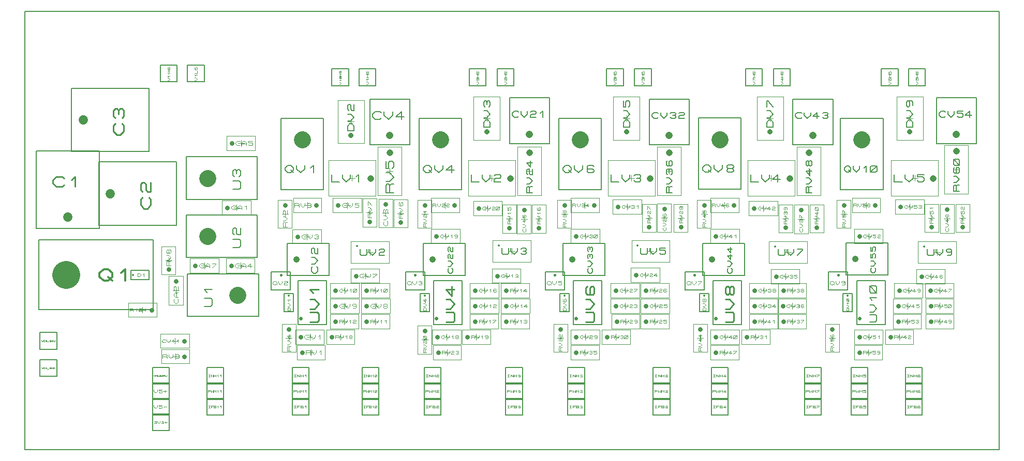
<source format=gbr>
G04 PROTEUS RS274X GERBER FILE*
%FSLAX45Y45*%
%MOMM*%
G01*
%ADD40C,0.203200*%
%ADD86C,0.050000*%
%ADD87C,1.074420*%
%ADD88C,0.196920*%
%ADD89C,0.036280*%
%ADD90C,0.063500*%
%ADD91C,0.721360*%
%ADD92C,0.110370*%
%ADD93C,0.843280*%
%ADD94C,0.173330*%
%ADD95C,1.219200*%
%ADD96C,0.210650*%
%ADD97C,1.120140*%
%ADD98C,0.208720*%
%ADD99C,2.794000*%
%ADD100C,0.206070*%
%ADD101C,0.571500*%
%ADD102C,0.234520*%
%ADD103C,0.107030*%
%ADD11C,1.016000*%
%ADD104C,0.169330*%
%ADD105C,0.355600*%
%ADD106C,0.076200*%
%ADD107C,0.406400*%
%ADD108C,0.096520*%
%ADD109C,0.342900*%
%ADD110C,0.163340*%
%ADD111C,0.080270*%
%ADD112C,0.082770*%
%ADD113C,0.158110*%
%ADD114C,0.156540*%
%ADD115C,0.127000*%
%ADD116C,0.175890*%
%ADD117C,0.057150*%
%ADD118C,0.050800*%
%ADD119C,0.025400*%
%ADD120C,0.084660*%
%ADD41C,1.524000*%
%ADD121C,0.275330*%
%ADD122C,4.572000*%
%ADD123C,0.309200*%
D40*
X-7429500Y-4254500D02*
X+8509000Y-4254500D01*
X+8509000Y+2921000D01*
X-7429500Y+2921000D01*
X-7429500Y-4254500D01*
D86*
X-1693000Y+480500D02*
X-2463000Y+480500D01*
X-2463000Y-99500D01*
X-1693000Y-99500D01*
X-1693000Y+480500D01*
X-2078000Y+140500D02*
X-2078000Y+240500D01*
X-2128000Y+190500D02*
X-2028000Y+190500D01*
D87*
X-1778000Y+190500D02*
X-1778000Y+190500D01*
D88*
X-2414464Y+249579D02*
X-2414464Y+131421D01*
X-2281537Y+131421D01*
X-2237228Y+249579D02*
X-2237228Y+190500D01*
X-2170765Y+131421D01*
X-2104301Y+190500D01*
X-2104301Y+249579D01*
X-2015683Y+210193D02*
X-1971374Y+249579D01*
X-1971374Y+131421D01*
D40*
X-7185660Y-2613660D02*
X-6911340Y-2613660D01*
X-6911340Y-2339340D01*
X-7185660Y-2339340D01*
X-7185660Y-2613660D01*
D89*
X-7162796Y-2465614D02*
X-7162796Y-2476500D01*
X-7150550Y-2487385D01*
X-7138304Y-2476500D01*
X-7138304Y-2465614D01*
X-7126058Y-2465614D02*
X-7109730Y-2465614D01*
X-7117894Y-2465614D02*
X-7117894Y-2487385D01*
X-7126058Y-2487385D02*
X-7109730Y-2487385D01*
X-7097484Y-2487385D02*
X-7097484Y-2465614D01*
X-7072992Y-2487385D01*
X-7072992Y-2465614D01*
X-7064828Y-2491014D02*
X-7040336Y-2491014D01*
X-7028090Y-2469243D02*
X-7024008Y-2465614D01*
X-7011762Y-2465614D01*
X-7007680Y-2469243D01*
X-7007680Y-2472871D01*
X-7011762Y-2476500D01*
X-7024008Y-2476500D01*
X-7028090Y-2480128D01*
X-7028090Y-2487385D01*
X-7007680Y-2487385D01*
X-6975024Y-2480128D02*
X-6999516Y-2480128D01*
X-6983188Y-2465614D01*
X-6983188Y-2487385D01*
X-6966860Y-2465614D02*
X-6966860Y-2476500D01*
X-6954614Y-2487385D01*
X-6942368Y-2476500D01*
X-6942368Y-2465614D01*
D40*
X-7185660Y-3058160D02*
X-6911340Y-3058160D01*
X-6911340Y-2783840D01*
X-7185660Y-2783840D01*
X-7185660Y-3058160D01*
D89*
X-7162796Y-2910114D02*
X-7162796Y-2921000D01*
X-7150550Y-2931885D01*
X-7138304Y-2921000D01*
X-7138304Y-2910114D01*
X-7126058Y-2910114D02*
X-7109730Y-2910114D01*
X-7117894Y-2910114D02*
X-7117894Y-2931885D01*
X-7126058Y-2931885D02*
X-7109730Y-2931885D01*
X-7097484Y-2931885D02*
X-7097484Y-2910114D01*
X-7072992Y-2931885D01*
X-7072992Y-2910114D01*
X-7064828Y-2935514D02*
X-7040336Y-2935514D01*
X-7015844Y-2924628D02*
X-7007680Y-2924628D01*
X-7007680Y-2931885D01*
X-7024008Y-2931885D01*
X-7032172Y-2924628D01*
X-7032172Y-2917371D01*
X-7024008Y-2910114D01*
X-7011762Y-2910114D01*
X-7007680Y-2913743D01*
X-6999516Y-2931885D02*
X-6999516Y-2910114D01*
X-6975024Y-2931885D01*
X-6975024Y-2910114D01*
X-6966860Y-2931885D02*
X-6966860Y-2910114D01*
X-6950532Y-2910114D01*
X-6942368Y-2917371D01*
X-6942368Y-2924628D01*
X-6950532Y-2931885D01*
X-6966860Y-2931885D01*
D40*
X-1965960Y+1704340D02*
X-1691640Y+1704340D01*
X-1691640Y+1978660D01*
X-1965960Y+1978660D01*
X-1965960Y+1704340D01*
D90*
X-1847850Y+1727200D02*
X-1828800Y+1727200D01*
X-1809750Y+1748631D01*
X-1828800Y+1770062D01*
X-1847850Y+1770062D01*
X-1835150Y+1798637D02*
X-1847850Y+1812925D01*
X-1809750Y+1812925D01*
X-1809750Y+1841500D02*
X-1847850Y+1841500D01*
X-1847850Y+1884362D02*
X-1809750Y+1884362D01*
X-1828800Y+1841500D02*
X-1828800Y+1884362D01*
X-1816100Y+1898650D02*
X-1809750Y+1905793D01*
X-1809750Y+1934368D01*
X-1816100Y+1941512D01*
X-1822450Y+1941512D01*
X-1828800Y+1934368D01*
X-1828800Y+1905793D01*
X-1835150Y+1898650D01*
X-1841500Y+1898650D01*
X-1847850Y+1905793D01*
X-1847850Y+1934368D01*
X-1841500Y+1941512D01*
D40*
X-3058160Y-3693160D02*
X-2783840Y-3693160D01*
X-2783840Y-3418840D01*
X-3058160Y-3418840D01*
X-3058160Y-3693160D01*
D90*
X-3028157Y-3536950D02*
X-2999582Y-3536950D01*
X-3013869Y-3536950D02*
X-3013869Y-3575050D01*
X-3028157Y-3575050D02*
X-2999582Y-3575050D01*
X-2978150Y-3575050D02*
X-2978150Y-3536950D01*
X-2935288Y-3536950D01*
X-2978150Y-3556000D02*
X-2949575Y-3556000D01*
X-2921000Y-3575050D02*
X-2921000Y-3536950D01*
X-2885282Y-3536950D01*
X-2878138Y-3543300D01*
X-2878138Y-3549650D01*
X-2885282Y-3556000D01*
X-2878138Y-3562350D01*
X-2878138Y-3568700D01*
X-2885282Y-3575050D01*
X-2921000Y-3575050D01*
X-2921000Y-3556000D02*
X-2885282Y-3556000D01*
X-2849563Y-3549650D02*
X-2835275Y-3536950D01*
X-2835275Y-3575050D01*
D40*
X-3058160Y-3185160D02*
X-2783840Y-3185160D01*
X-2783840Y-2910840D01*
X-3058160Y-2910840D01*
X-3058160Y-3185160D01*
D90*
X-3028157Y-3028950D02*
X-2999582Y-3028950D01*
X-3013869Y-3028950D02*
X-3013869Y-3067050D01*
X-3028157Y-3067050D02*
X-2999582Y-3067050D01*
X-2978150Y-3067050D02*
X-2978150Y-3028950D01*
X-2935288Y-3067050D01*
X-2935288Y-3028950D01*
X-2921000Y-3067050D02*
X-2921000Y-3028950D01*
X-2878138Y-3028950D02*
X-2878138Y-3067050D01*
X-2921000Y-3048000D02*
X-2878138Y-3048000D01*
X-2849563Y-3041650D02*
X-2835275Y-3028950D01*
X-2835275Y-3067050D01*
D40*
X-3058160Y-3439160D02*
X-2783840Y-3439160D01*
X-2783840Y-3164840D01*
X-3058160Y-3164840D01*
X-3058160Y-3439160D01*
D90*
X-3035300Y-3321050D02*
X-3035300Y-3282950D01*
X-2999582Y-3282950D01*
X-2992438Y-3289300D01*
X-2992438Y-3295650D01*
X-2999582Y-3302000D01*
X-3035300Y-3302000D01*
X-2978150Y-3282950D02*
X-2978150Y-3321050D01*
X-2956719Y-3302000D01*
X-2935288Y-3321050D01*
X-2935288Y-3282950D01*
X-2921000Y-3321050D02*
X-2921000Y-3282950D01*
X-2899569Y-3302000D01*
X-2878138Y-3282950D01*
X-2878138Y-3321050D01*
X-2849563Y-3295650D02*
X-2835275Y-3282950D01*
X-2835275Y-3321050D01*
D86*
X-4202620Y-407100D02*
X-3732620Y-407100D01*
X-3732620Y-177100D01*
X-4202620Y-177100D01*
X-4202620Y-407100D01*
X-3967620Y-242100D02*
X-3967620Y-342100D01*
X-3917620Y-292100D02*
X-4017620Y-292100D01*
D91*
X-4117620Y-292100D02*
X-4117620Y-292100D01*
D92*
X-3980336Y-314174D02*
X-3992752Y-325211D01*
X-4030002Y-325211D01*
X-4054835Y-303137D01*
X-4054835Y-281063D01*
X-4030002Y-258989D01*
X-3992752Y-258989D01*
X-3980336Y-270026D01*
X-3955502Y-325211D02*
X-3955502Y-281063D01*
X-3930669Y-258989D01*
X-3905836Y-258989D01*
X-3881003Y-281063D01*
X-3881003Y-325211D01*
X-3955502Y-303137D02*
X-3881003Y-303137D01*
X-3831336Y-281063D02*
X-3806503Y-258989D01*
X-3806503Y-325211D01*
D86*
X-5075620Y-1413600D02*
X-5075620Y-1883600D01*
X-4845620Y-1883600D01*
X-4845620Y-1413600D01*
X-5075620Y-1413600D01*
X-4910620Y-1648600D02*
X-5010620Y-1648600D01*
X-4960620Y-1698600D02*
X-4960620Y-1598600D01*
D91*
X-4960620Y-1498600D02*
X-4960620Y-1498600D01*
D92*
X-4938546Y-1784884D02*
X-4927509Y-1797300D01*
X-4927509Y-1834550D01*
X-4949583Y-1859383D01*
X-4971657Y-1859383D01*
X-4993731Y-1834550D01*
X-4993731Y-1797300D01*
X-4982694Y-1784884D01*
X-4927509Y-1760050D02*
X-4971657Y-1760050D01*
X-4993731Y-1735217D01*
X-4993731Y-1710384D01*
X-4971657Y-1685551D01*
X-4927509Y-1685551D01*
X-4949583Y-1760050D02*
X-4949583Y-1685551D01*
X-4982694Y-1648301D02*
X-4993731Y-1635884D01*
X-4993731Y-1598634D01*
X-4982694Y-1586218D01*
X-4971657Y-1586218D01*
X-4960620Y-1598634D01*
X-4960620Y-1635884D01*
X-4949583Y-1648301D01*
X-4927509Y-1648301D01*
X-4927509Y-1586218D01*
D86*
X-1880500Y+759000D02*
X-1880500Y+1469000D01*
X-2310500Y+1469000D01*
X-2310500Y+759000D01*
X-1880500Y+759000D01*
X-2145500Y+1114000D02*
X-2045500Y+1114000D01*
X-2095500Y+1164000D02*
X-2095500Y+1064000D01*
D93*
X-2095500Y+889000D02*
X-2095500Y+889000D01*
D94*
X-2043498Y+967326D02*
X-2147501Y+967326D01*
X-2147501Y+1045328D01*
X-2112833Y+1084329D01*
X-2078166Y+1084329D01*
X-2043498Y+1045328D01*
X-2043498Y+967326D01*
X-2147501Y+1123330D02*
X-2095500Y+1123330D01*
X-2043498Y+1181831D01*
X-2095500Y+1240333D01*
X-2147501Y+1240333D01*
X-2130167Y+1298834D02*
X-2147501Y+1318335D01*
X-2147501Y+1376836D01*
X-2130167Y+1396337D01*
X-2112833Y+1396337D01*
X-2095500Y+1376836D01*
X-2095500Y+1318335D01*
X-2078166Y+1298834D01*
X-2043498Y+1298834D01*
X-2043498Y+1396337D01*
D40*
X-1788160Y+736600D02*
X-1132840Y+736600D01*
X-1132840Y+1485900D01*
X-1788160Y+1485900D01*
X-1788160Y+736600D01*
D95*
X-1460500Y+889000D02*
X-1460500Y+889000D01*
D96*
X-1602689Y+1175800D02*
X-1626387Y+1154735D01*
X-1697481Y+1154735D01*
X-1744877Y+1196865D01*
X-1744877Y+1238995D01*
X-1697481Y+1281125D01*
X-1626387Y+1281125D01*
X-1602689Y+1260060D01*
X-1555292Y+1281125D02*
X-1555292Y+1217930D01*
X-1484198Y+1154735D01*
X-1413104Y+1217930D01*
X-1413104Y+1281125D01*
X-1223519Y+1196865D02*
X-1365707Y+1196865D01*
X-1270915Y+1281125D01*
X-1270915Y+1154735D01*
D86*
X-1655500Y+700000D02*
X-1655500Y-90000D01*
X-1265500Y-90000D01*
X-1265500Y+700000D01*
X-1655500Y+700000D01*
X-1410500Y+305000D02*
X-1510500Y+305000D01*
X-1460500Y+255000D02*
X-1460500Y+355000D01*
D97*
X-1460500Y+610000D02*
X-1460500Y+610000D01*
D98*
X-1397882Y-51029D02*
X-1523117Y-51029D01*
X-1523117Y+66377D01*
X-1502244Y+89859D01*
X-1481372Y+89859D01*
X-1460500Y+66377D01*
X-1460500Y-51029D01*
X-1460500Y+66377D02*
X-1439627Y+89859D01*
X-1397882Y+89859D01*
X-1523117Y+136822D02*
X-1460500Y+136822D01*
X-1397882Y+207266D01*
X-1460500Y+277710D01*
X-1523117Y+277710D01*
X-1523117Y+465561D02*
X-1523117Y+348154D01*
X-1481372Y+348154D01*
X-1481372Y+442079D01*
X-1460500Y+465561D01*
X-1418755Y+465561D01*
X-1397882Y+442079D01*
X-1397882Y+371635D01*
X-1418755Y+348154D01*
D40*
X-3244850Y+0D02*
X-2546350Y+0D01*
X-2546350Y+1167130D01*
X-3244850Y+1167130D01*
X-3244850Y+0D01*
D99*
X-2895600Y+817880D02*
X-2895600Y+817880D01*
D100*
X-3173805Y+359697D02*
X-3127438Y+400913D01*
X-3081070Y+400913D01*
X-3034703Y+359697D01*
X-3034703Y+318482D01*
X-3081070Y+277266D01*
X-3127438Y+277266D01*
X-3173805Y+318482D01*
X-3173805Y+359697D01*
X-3081070Y+318482D02*
X-3034703Y+277266D01*
X-2988335Y+400913D02*
X-2988335Y+339090D01*
X-2918784Y+277266D01*
X-2849233Y+339090D01*
X-2849233Y+400913D01*
X-2756498Y+359697D02*
X-2710130Y+400913D01*
X-2710130Y+277266D01*
D40*
X-2964180Y-2209800D02*
X-2496820Y-2209800D01*
X-2496820Y-1485900D01*
X-2964180Y-1485900D01*
X-2964180Y-2209800D01*
D101*
X-2921000Y-2108200D02*
X-2921000Y-2108200D01*
D102*
X-2764980Y-2164459D02*
X-2647717Y-2164459D01*
X-2624265Y-2138075D01*
X-2624265Y-2032539D01*
X-2647717Y-2006155D01*
X-2764980Y-2006155D01*
X-2764980Y-1953386D02*
X-2694623Y-1953386D01*
X-2624265Y-1874234D01*
X-2694623Y-1795082D01*
X-2764980Y-1795082D01*
X-2718075Y-1689545D02*
X-2764980Y-1636777D01*
X-2624265Y-1636777D01*
D86*
X-2582000Y-139000D02*
X-3042000Y-139000D01*
X-3042000Y-369000D01*
X-2582000Y-369000D01*
X-2582000Y-139000D01*
X-2812000Y-304000D02*
X-2812000Y-204000D01*
X-2862000Y-254000D02*
X-2762000Y-254000D01*
D91*
X-2667000Y-254000D02*
X-2667000Y-254000D01*
D103*
X-3018283Y-286111D02*
X-3018283Y-221889D01*
X-2958075Y-221889D01*
X-2946034Y-232593D01*
X-2946034Y-243296D01*
X-2958075Y-254000D01*
X-3018283Y-254000D01*
X-2958075Y-254000D02*
X-2946034Y-264704D01*
X-2946034Y-286111D01*
X-2921950Y-221889D02*
X-2921950Y-254000D01*
X-2885826Y-286111D01*
X-2849701Y-254000D01*
X-2849701Y-221889D01*
X-2813576Y-232593D02*
X-2801534Y-221889D01*
X-2765409Y-221889D01*
X-2753368Y-232593D01*
X-2753368Y-243296D01*
X-2765409Y-254000D01*
X-2753368Y-264704D01*
X-2753368Y-275407D01*
X-2765409Y-286111D01*
X-2801534Y-286111D01*
X-2813576Y-275407D01*
X-2789493Y-254000D02*
X-2765409Y-254000D01*
D86*
X-3290000Y-169000D02*
X-3290000Y-629000D01*
X-3060000Y-629000D01*
X-3060000Y-169000D01*
X-3290000Y-169000D01*
X-3125000Y-399000D02*
X-3225000Y-399000D01*
X-3175000Y-449000D02*
X-3175000Y-349000D01*
D91*
X-3175000Y-254000D02*
X-3175000Y-254000D01*
D103*
X-3142889Y-605283D02*
X-3207111Y-605283D01*
X-3207111Y-545075D01*
X-3196407Y-533034D01*
X-3185704Y-533034D01*
X-3175000Y-545075D01*
X-3175000Y-605283D01*
X-3175000Y-545075D02*
X-3164296Y-533034D01*
X-3142889Y-533034D01*
X-3207111Y-508950D02*
X-3175000Y-508950D01*
X-3142889Y-472826D01*
X-3175000Y-436701D01*
X-3207111Y-436701D01*
X-3196407Y-400576D02*
X-3207111Y-388534D01*
X-3207111Y-352409D01*
X-3196407Y-340368D01*
X-3185704Y-340368D01*
X-3175000Y-352409D01*
X-3175000Y-388534D01*
X-3164296Y-400576D01*
X-3142889Y-400576D01*
X-3142889Y-340368D01*
D86*
X-3052000Y-883350D02*
X-2582000Y-883350D01*
X-2582000Y-653350D01*
X-3052000Y-653350D01*
X-3052000Y-883350D01*
X-2817000Y-718350D02*
X-2817000Y-818350D01*
X-2767000Y-768350D02*
X-2867000Y-768350D01*
D91*
X-2967000Y-768350D02*
X-2967000Y-768350D01*
D92*
X-2829716Y-790424D02*
X-2842132Y-801461D01*
X-2879382Y-801461D01*
X-2904215Y-779387D01*
X-2904215Y-757313D01*
X-2879382Y-735239D01*
X-2842132Y-735239D01*
X-2829716Y-746276D01*
X-2804882Y-735239D02*
X-2804882Y-768350D01*
X-2767633Y-801461D01*
X-2730383Y-768350D01*
X-2730383Y-735239D01*
X-2693133Y-746276D02*
X-2680716Y-735239D01*
X-2643466Y-735239D01*
X-2631050Y-746276D01*
X-2631050Y-757313D01*
X-2643466Y-768350D01*
X-2631050Y-779387D01*
X-2631050Y-790424D01*
X-2643466Y-801461D01*
X-2680716Y-801461D01*
X-2693133Y-790424D01*
X-2668300Y-768350D02*
X-2643466Y-768350D01*
D40*
X-3136900Y-1407160D02*
X-2451100Y-1407160D01*
X-2451100Y-878840D01*
X-3136900Y-878840D01*
X-3136900Y-1407160D01*
D11*
X-2984500Y-1143000D02*
X-2984500Y-1143000D01*
D104*
X-2658533Y-1257299D02*
X-2641600Y-1276349D01*
X-2641600Y-1333499D01*
X-2675467Y-1371598D01*
X-2709333Y-1371598D01*
X-2743200Y-1333499D01*
X-2743200Y-1276349D01*
X-2726267Y-1257299D01*
X-2743200Y-1219199D02*
X-2692400Y-1219199D01*
X-2641600Y-1162050D01*
X-2692400Y-1104900D01*
X-2743200Y-1104900D01*
X-2726267Y-1047751D02*
X-2743200Y-1028701D01*
X-2743200Y-971551D01*
X-2726267Y-952501D01*
X-2709333Y-952501D01*
X-2692400Y-971551D01*
X-2692400Y-1028701D01*
X-2675467Y-1047751D01*
X-2641600Y-1047751D01*
X-2641600Y-952501D01*
D40*
X-3186580Y-2000250D02*
X-3036420Y-2000250D01*
X-3036420Y-1701800D01*
X-3186580Y-1701800D01*
X-3186580Y-2000250D01*
D105*
X-3111500Y-1733550D02*
X-3111500Y-1733550D01*
D106*
X-3088640Y-1978660D02*
X-3134360Y-1978660D01*
X-3134360Y-1944370D01*
X-3119120Y-1927225D01*
X-3103880Y-1927225D01*
X-3088640Y-1944370D01*
X-3088640Y-1978660D01*
X-3134360Y-1910080D02*
X-3111500Y-1910080D01*
X-3088640Y-1884363D01*
X-3111500Y-1858645D01*
X-3134360Y-1858645D01*
X-3119120Y-1824355D02*
X-3134360Y-1807210D01*
X-3088640Y-1807210D01*
D86*
X-3006000Y-2528000D02*
X-2536000Y-2528000D01*
X-2536000Y-2298000D01*
X-3006000Y-2298000D01*
X-3006000Y-2528000D01*
X-2771000Y-2363000D02*
X-2771000Y-2463000D01*
X-2721000Y-2413000D02*
X-2821000Y-2413000D01*
D91*
X-2921000Y-2413000D02*
X-2921000Y-2413000D01*
D92*
X-2783716Y-2435074D02*
X-2796132Y-2446111D01*
X-2833382Y-2446111D01*
X-2858215Y-2424037D01*
X-2858215Y-2401963D01*
X-2833382Y-2379889D01*
X-2796132Y-2379889D01*
X-2783716Y-2390926D01*
X-2758882Y-2379889D02*
X-2758882Y-2413000D01*
X-2721633Y-2446111D01*
X-2684383Y-2413000D01*
X-2684383Y-2379889D01*
X-2634716Y-2401963D02*
X-2609883Y-2379889D01*
X-2609883Y-2446111D01*
D86*
X-2978500Y-2782000D02*
X-2518500Y-2782000D01*
X-2518500Y-2552000D01*
X-2978500Y-2552000D01*
X-2978500Y-2782000D01*
X-2748500Y-2617000D02*
X-2748500Y-2717000D01*
X-2698500Y-2667000D02*
X-2798500Y-2667000D01*
D91*
X-2893500Y-2667000D02*
X-2893500Y-2667000D01*
D103*
X-2831215Y-2699111D02*
X-2831215Y-2634889D01*
X-2771007Y-2634889D01*
X-2758966Y-2645593D01*
X-2758966Y-2656296D01*
X-2771007Y-2667000D01*
X-2831215Y-2667000D01*
X-2771007Y-2667000D02*
X-2758966Y-2677704D01*
X-2758966Y-2699111D01*
X-2734882Y-2634889D02*
X-2734882Y-2667000D01*
X-2698758Y-2699111D01*
X-2662633Y-2667000D01*
X-2662633Y-2634889D01*
X-2614466Y-2656296D02*
X-2590383Y-2634889D01*
X-2590383Y-2699111D01*
D40*
X-3398520Y-1638300D02*
X-3088640Y-1638300D01*
X-3088640Y-1346200D01*
X-3398520Y-1346200D01*
X-3398520Y-1638300D01*
D107*
X-3243580Y-1397000D02*
X-3243580Y-1397000D01*
D108*
X-3373882Y-1518158D02*
X-3352165Y-1498854D01*
X-3330448Y-1498854D01*
X-3308731Y-1518158D01*
X-3308731Y-1537462D01*
X-3330448Y-1556766D01*
X-3352165Y-1556766D01*
X-3373882Y-1537462D01*
X-3373882Y-1518158D01*
X-3330448Y-1537462D02*
X-3308731Y-1556766D01*
X-3287014Y-1498854D02*
X-3287014Y-1527810D01*
X-3254439Y-1556766D01*
X-3221863Y-1527810D01*
X-3221863Y-1498854D01*
X-3189288Y-1508506D02*
X-3178429Y-1498854D01*
X-3145854Y-1498854D01*
X-3134995Y-1508506D01*
X-3134995Y-1518158D01*
X-3145854Y-1527810D01*
X-3178429Y-1527810D01*
X-3189288Y-1537462D01*
X-3189288Y-1556766D01*
X-3134995Y-1556766D01*
D86*
X-3226500Y-2201000D02*
X-3226500Y-2661000D01*
X-2996500Y-2661000D01*
X-2996500Y-2201000D01*
X-3226500Y-2201000D01*
X-3061500Y-2431000D02*
X-3161500Y-2431000D01*
X-3111500Y-2481000D02*
X-3111500Y-2381000D01*
D91*
X-3111500Y-2286000D02*
X-3111500Y-2286000D01*
D103*
X-3079389Y-2637283D02*
X-3143611Y-2637283D01*
X-3143611Y-2577075D01*
X-3132907Y-2565034D01*
X-3122204Y-2565034D01*
X-3111500Y-2577075D01*
X-3111500Y-2637283D01*
X-3111500Y-2577075D02*
X-3100796Y-2565034D01*
X-3079389Y-2565034D01*
X-3143611Y-2540950D02*
X-3111500Y-2540950D01*
X-3079389Y-2504826D01*
X-3111500Y-2468701D01*
X-3143611Y-2468701D01*
X-3100796Y-2372368D02*
X-3100796Y-2444617D01*
X-3143611Y-2396451D01*
X-3079389Y-2396451D01*
D86*
X-1675700Y-605700D02*
X-1675700Y-145700D01*
X-1905700Y-145700D01*
X-1905700Y-605700D01*
X-1675700Y-605700D01*
X-1840700Y-375700D02*
X-1740700Y-375700D01*
X-1790700Y-325700D02*
X-1790700Y-425700D01*
D91*
X-1790700Y-520700D02*
X-1790700Y-520700D01*
D103*
X-1758589Y-458415D02*
X-1822811Y-458415D01*
X-1822811Y-398207D01*
X-1812107Y-386166D01*
X-1801404Y-386166D01*
X-1790700Y-398207D01*
X-1790700Y-458415D01*
X-1790700Y-398207D02*
X-1779996Y-386166D01*
X-1758589Y-386166D01*
X-1822811Y-362082D02*
X-1790700Y-362082D01*
X-1758589Y-325958D01*
X-1790700Y-289833D01*
X-1822811Y-289833D01*
X-1822811Y-253708D02*
X-1822811Y-193500D01*
X-1812107Y-193500D01*
X-1758589Y-253708D01*
D86*
X-1167700Y-616300D02*
X-1167700Y-156300D01*
X-1397700Y-156300D01*
X-1397700Y-616300D01*
X-1167700Y-616300D01*
X-1332700Y-386300D02*
X-1232700Y-386300D01*
X-1282700Y-336300D02*
X-1282700Y-436300D01*
D91*
X-1282700Y-531300D02*
X-1282700Y-531300D01*
D103*
X-1250589Y-469015D02*
X-1314811Y-469015D01*
X-1314811Y-408807D01*
X-1304107Y-396766D01*
X-1293404Y-396766D01*
X-1282700Y-408807D01*
X-1282700Y-469015D01*
X-1282700Y-408807D02*
X-1271996Y-396766D01*
X-1250589Y-396766D01*
X-1314811Y-372682D02*
X-1282700Y-372682D01*
X-1250589Y-336558D01*
X-1282700Y-300433D01*
X-1314811Y-300433D01*
X-1304107Y-204100D02*
X-1314811Y-216141D01*
X-1314811Y-252266D01*
X-1304107Y-264308D01*
X-1261293Y-264308D01*
X-1250589Y-252266D01*
X-1250589Y-216141D01*
X-1261293Y-204100D01*
X-1271996Y-204100D01*
X-1282700Y-216141D01*
X-1282700Y-264308D01*
D86*
X-1643800Y-148400D02*
X-1643800Y-618400D01*
X-1413800Y-618400D01*
X-1413800Y-148400D01*
X-1643800Y-148400D01*
X-1478800Y-383400D02*
X-1578800Y-383400D01*
X-1528800Y-433400D02*
X-1528800Y-333400D01*
D91*
X-1528800Y-233400D02*
X-1528800Y-233400D01*
D92*
X-1506726Y-519684D02*
X-1495689Y-532100D01*
X-1495689Y-569350D01*
X-1517763Y-594183D01*
X-1539837Y-594183D01*
X-1561911Y-569350D01*
X-1561911Y-532100D01*
X-1550874Y-519684D01*
X-1561911Y-494850D02*
X-1528800Y-494850D01*
X-1495689Y-457601D01*
X-1528800Y-420351D01*
X-1561911Y-420351D01*
X-1550874Y-321018D02*
X-1561911Y-333434D01*
X-1561911Y-370684D01*
X-1550874Y-383101D01*
X-1506726Y-383101D01*
X-1495689Y-370684D01*
X-1495689Y-333434D01*
X-1506726Y-321018D01*
X-1517763Y-321018D01*
X-1528800Y-333434D01*
X-1528800Y-383101D01*
D86*
X-2095250Y-1203100D02*
X-1475250Y-1203100D01*
X-1475250Y-843100D01*
X-2095250Y-843100D01*
X-2095250Y-1203100D01*
X-1785250Y-973100D02*
X-1785250Y-1073100D01*
X-1735250Y-1023100D02*
X-1835250Y-1023100D01*
D109*
X-2000250Y-925600D02*
X-2000250Y-925600D01*
D110*
X-1948443Y-974096D02*
X-1948443Y-1055769D01*
X-1930067Y-1072103D01*
X-1856562Y-1072103D01*
X-1838186Y-1055769D01*
X-1838186Y-974096D01*
X-1801433Y-974096D02*
X-1801433Y-1023100D01*
X-1746305Y-1072103D01*
X-1691176Y-1023100D01*
X-1691176Y-974096D01*
X-1636047Y-990431D02*
X-1617671Y-974096D01*
X-1562542Y-974096D01*
X-1544166Y-990431D01*
X-1544166Y-1006765D01*
X-1562542Y-1023100D01*
X-1617671Y-1023100D01*
X-1636047Y-1039434D01*
X-1636047Y-1072103D01*
X-1544166Y-1072103D01*
D86*
X-2099500Y-1524700D02*
X-1629500Y-1524700D01*
X-1629500Y-1294700D01*
X-2099500Y-1294700D01*
X-2099500Y-1524700D01*
X-1864500Y-1359700D02*
X-1864500Y-1459700D01*
X-1814500Y-1409700D02*
X-1914500Y-1409700D01*
D91*
X-2014500Y-1409700D02*
X-2014500Y-1409700D01*
D92*
X-1877216Y-1431774D02*
X-1889632Y-1442811D01*
X-1926882Y-1442811D01*
X-1951715Y-1420737D01*
X-1951715Y-1398663D01*
X-1926882Y-1376589D01*
X-1889632Y-1376589D01*
X-1877216Y-1387626D01*
X-1852382Y-1376589D02*
X-1852382Y-1409700D01*
X-1815133Y-1442811D01*
X-1777883Y-1409700D01*
X-1777883Y-1376589D01*
X-1740633Y-1376589D02*
X-1678550Y-1376589D01*
X-1678550Y-1387626D01*
X-1740633Y-1442811D01*
D86*
X-1926500Y-2274000D02*
X-1466500Y-2274000D01*
X-1466500Y-2044000D01*
X-1926500Y-2044000D01*
X-1926500Y-2274000D01*
X-1696500Y-2109000D02*
X-1696500Y-2209000D01*
X-1646500Y-2159000D02*
X-1746500Y-2159000D01*
D91*
X-1841500Y-2159000D02*
X-1841500Y-2159000D01*
D111*
X-1779216Y-2183084D02*
X-1779216Y-2134917D01*
X-1734060Y-2134917D01*
X-1725029Y-2142945D01*
X-1725029Y-2150973D01*
X-1734060Y-2159000D01*
X-1779216Y-2159000D01*
X-1734060Y-2159000D02*
X-1725029Y-2167028D01*
X-1725029Y-2183084D01*
X-1706966Y-2134917D02*
X-1706966Y-2159000D01*
X-1679873Y-2183084D01*
X-1652779Y-2159000D01*
X-1652779Y-2134917D01*
X-1616654Y-2150973D02*
X-1598591Y-2134917D01*
X-1598591Y-2183084D01*
X-1544404Y-2150973D02*
X-1526341Y-2134917D01*
X-1526341Y-2183084D01*
D86*
X-1926500Y-1766000D02*
X-1466500Y-1766000D01*
X-1466500Y-1536000D01*
X-1926500Y-1536000D01*
X-1926500Y-1766000D01*
X-1696500Y-1601000D02*
X-1696500Y-1701000D01*
X-1646500Y-1651000D02*
X-1746500Y-1651000D01*
D91*
X-1841500Y-1651000D02*
X-1841500Y-1651000D01*
D111*
X-1779216Y-1675084D02*
X-1779216Y-1626917D01*
X-1734060Y-1626917D01*
X-1725029Y-1634945D01*
X-1725029Y-1642973D01*
X-1734060Y-1651000D01*
X-1779216Y-1651000D01*
X-1734060Y-1651000D02*
X-1725029Y-1659028D01*
X-1725029Y-1675084D01*
X-1706966Y-1626917D02*
X-1706966Y-1651000D01*
X-1679873Y-1675084D01*
X-1652779Y-1651000D01*
X-1652779Y-1626917D01*
X-1616654Y-1642973D02*
X-1598591Y-1626917D01*
X-1598591Y-1675084D01*
X-1562466Y-1667056D02*
X-1562466Y-1634945D01*
X-1553435Y-1626917D01*
X-1517310Y-1626917D01*
X-1508279Y-1634945D01*
X-1508279Y-1667056D01*
X-1517310Y-1675084D01*
X-1553435Y-1675084D01*
X-1562466Y-1667056D01*
X-1562466Y-1675084D02*
X-1508279Y-1626917D01*
D86*
X-2434500Y-2274000D02*
X-1974500Y-2274000D01*
X-1974500Y-2044000D01*
X-2434500Y-2044000D01*
X-2434500Y-2274000D01*
X-2204500Y-2109000D02*
X-2204500Y-2209000D01*
X-2154500Y-2159000D02*
X-2254500Y-2159000D01*
D91*
X-2349500Y-2159000D02*
X-2349500Y-2159000D01*
D111*
X-2287216Y-2183084D02*
X-2287216Y-2134917D01*
X-2242060Y-2134917D01*
X-2233029Y-2142945D01*
X-2233029Y-2150973D01*
X-2242060Y-2159000D01*
X-2287216Y-2159000D01*
X-2242060Y-2159000D02*
X-2233029Y-2167028D01*
X-2233029Y-2183084D01*
X-2214966Y-2134917D02*
X-2214966Y-2159000D01*
X-2187873Y-2183084D01*
X-2160779Y-2159000D01*
X-2160779Y-2134917D01*
X-2124654Y-2150973D02*
X-2106591Y-2134917D01*
X-2106591Y-2183084D01*
X-2061435Y-2142945D02*
X-2052404Y-2134917D01*
X-2025310Y-2134917D01*
X-2016279Y-2142945D01*
X-2016279Y-2150973D01*
X-2025310Y-2159000D01*
X-2052404Y-2159000D01*
X-2061435Y-2167028D01*
X-2061435Y-2183084D01*
X-2016279Y-2183084D01*
D86*
X-2434500Y-1766000D02*
X-1964500Y-1766000D01*
X-1964500Y-1536000D01*
X-2434500Y-1536000D01*
X-2434500Y-1766000D01*
X-2199500Y-1601000D02*
X-2199500Y-1701000D01*
X-2149500Y-1651000D02*
X-2249500Y-1651000D01*
D91*
X-2349500Y-1651000D02*
X-2349500Y-1651000D01*
D112*
X-2230841Y-1667556D02*
X-2240154Y-1675834D01*
X-2268091Y-1675834D01*
X-2286716Y-1659278D01*
X-2286716Y-1642723D01*
X-2268091Y-1626167D01*
X-2240154Y-1626167D01*
X-2230841Y-1634445D01*
X-2212216Y-1626167D02*
X-2212216Y-1651000D01*
X-2184279Y-1675834D01*
X-2156341Y-1651000D01*
X-2156341Y-1626167D01*
X-2119091Y-1642723D02*
X-2100466Y-1626167D01*
X-2100466Y-1675834D01*
X-2063216Y-1667556D02*
X-2063216Y-1634445D01*
X-2053904Y-1626167D01*
X-2016654Y-1626167D01*
X-2007341Y-1634445D01*
X-2007341Y-1667556D01*
X-2016654Y-1675834D01*
X-2053904Y-1675834D01*
X-2063216Y-1667556D01*
X-2063216Y-1675834D02*
X-2007341Y-1626167D01*
D86*
X-2434500Y-2020000D02*
X-1964500Y-2020000D01*
X-1964500Y-1790000D01*
X-2434500Y-1790000D01*
X-2434500Y-2020000D01*
X-2199500Y-1855000D02*
X-2199500Y-1955000D01*
X-2149500Y-1905000D02*
X-2249500Y-1905000D01*
D91*
X-2349500Y-1905000D02*
X-2349500Y-1905000D01*
D92*
X-2212216Y-1927074D02*
X-2224632Y-1938111D01*
X-2261882Y-1938111D01*
X-2286715Y-1916037D01*
X-2286715Y-1893963D01*
X-2261882Y-1871889D01*
X-2224632Y-1871889D01*
X-2212216Y-1882926D01*
X-2187382Y-1871889D02*
X-2187382Y-1905000D01*
X-2150133Y-1938111D01*
X-2112883Y-1905000D01*
X-2112883Y-1871889D01*
X-2013550Y-1893963D02*
X-2025966Y-1905000D01*
X-2063216Y-1905000D01*
X-2075633Y-1893963D01*
X-2075633Y-1882926D01*
X-2063216Y-1871889D01*
X-2025966Y-1871889D01*
X-2013550Y-1882926D01*
X-2013550Y-1927074D01*
X-2025966Y-1938111D01*
X-2063216Y-1938111D01*
D86*
X-1926500Y-2020000D02*
X-1456500Y-2020000D01*
X-1456500Y-1790000D01*
X-1926500Y-1790000D01*
X-1926500Y-2020000D01*
X-1691500Y-1855000D02*
X-1691500Y-1955000D01*
X-1641500Y-1905000D02*
X-1741500Y-1905000D01*
D91*
X-1841500Y-1905000D02*
X-1841500Y-1905000D01*
D92*
X-1704216Y-1927074D02*
X-1716632Y-1938111D01*
X-1753882Y-1938111D01*
X-1778715Y-1916037D01*
X-1778715Y-1893963D01*
X-1753882Y-1871889D01*
X-1716632Y-1871889D01*
X-1704216Y-1882926D01*
X-1679382Y-1871889D02*
X-1679382Y-1905000D01*
X-1642133Y-1938111D01*
X-1604883Y-1905000D01*
X-1604883Y-1871889D01*
X-1555216Y-1905000D02*
X-1567633Y-1893963D01*
X-1567633Y-1882926D01*
X-1555216Y-1871889D01*
X-1517966Y-1871889D01*
X-1505550Y-1882926D01*
X-1505550Y-1893963D01*
X-1517966Y-1905000D01*
X-1555216Y-1905000D01*
X-1567633Y-1916037D01*
X-1567633Y-1927074D01*
X-1555216Y-1938111D01*
X-1517966Y-1938111D01*
X-1505550Y-1927074D01*
X-1505550Y-1916037D01*
X-1517966Y-1905000D01*
D86*
X-2391600Y-369000D02*
X-1921600Y-369000D01*
X-1921600Y-139000D01*
X-2391600Y-139000D01*
X-2391600Y-369000D01*
X-2156600Y-204000D02*
X-2156600Y-304000D01*
X-2106600Y-254000D02*
X-2206600Y-254000D01*
D91*
X-2306600Y-254000D02*
X-2306600Y-254000D01*
D92*
X-2169316Y-276074D02*
X-2181732Y-287111D01*
X-2218982Y-287111D01*
X-2243815Y-265037D01*
X-2243815Y-242963D01*
X-2218982Y-220889D01*
X-2181732Y-220889D01*
X-2169316Y-231926D01*
X-2144482Y-220889D02*
X-2144482Y-254000D01*
X-2107233Y-287111D01*
X-2069983Y-254000D01*
X-2069983Y-220889D01*
X-1970650Y-220889D02*
X-2032733Y-220889D01*
X-2032733Y-242963D01*
X-1983066Y-242963D01*
X-1970650Y-254000D01*
X-1970650Y-276074D01*
X-1983066Y-287111D01*
X-2020316Y-287111D01*
X-2032733Y-276074D01*
D40*
X-984250Y+0D02*
X-285750Y+0D01*
X-285750Y+1167130D01*
X-984250Y+1167130D01*
X-984250Y+0D01*
D99*
X-635000Y+817880D02*
X-635000Y+817880D01*
D100*
X-913205Y+359697D02*
X-866838Y+400913D01*
X-820470Y+400913D01*
X-774103Y+359697D01*
X-774103Y+318482D01*
X-820470Y+277266D01*
X-866838Y+277266D01*
X-913205Y+318482D01*
X-913205Y+359697D01*
X-820470Y+318482D02*
X-774103Y+277266D01*
X-727735Y+400913D02*
X-727735Y+339090D01*
X-658184Y+277266D01*
X-588633Y+339090D01*
X-588633Y+400913D01*
X-403163Y+318482D02*
X-542265Y+318482D01*
X-449530Y+400913D01*
X-449530Y+277266D01*
D86*
X+593000Y+480500D02*
X-177000Y+480500D01*
X-177000Y-99500D01*
X+593000Y-99500D01*
X+593000Y+480500D01*
X+208000Y+140500D02*
X+208000Y+240500D01*
X+158000Y+190500D02*
X+258000Y+190500D01*
D87*
X+508000Y+190500D02*
X+508000Y+190500D01*
D88*
X-128464Y+249579D02*
X-128464Y+131421D01*
X+4463Y+131421D01*
X+48772Y+249579D02*
X+48772Y+190500D01*
X+115235Y+131421D01*
X+181699Y+190500D01*
X+181699Y+249579D01*
X+248162Y+229886D02*
X+270317Y+249579D01*
X+336780Y+249579D01*
X+358935Y+229886D01*
X+358935Y+210193D01*
X+336780Y+190500D01*
X+270317Y+190500D01*
X+248162Y+170807D01*
X+248162Y+131421D01*
X+358935Y+131421D01*
D86*
X+342000Y+817000D02*
X+342000Y+1527000D01*
X-88000Y+1527000D01*
X-88000Y+817000D01*
X+342000Y+817000D01*
X+77000Y+1172000D02*
X+177000Y+1172000D01*
X+127000Y+1222000D02*
X+127000Y+1122000D01*
D93*
X+127000Y+947000D02*
X+127000Y+947000D01*
D94*
X+179002Y+1025326D02*
X+74999Y+1025326D01*
X+74999Y+1103328D01*
X+109667Y+1142329D01*
X+144334Y+1142329D01*
X+179002Y+1103328D01*
X+179002Y+1025326D01*
X+74999Y+1181330D02*
X+127000Y+1181330D01*
X+179002Y+1239831D01*
X+127000Y+1298333D01*
X+74999Y+1298333D01*
X+92333Y+1356834D02*
X+74999Y+1376335D01*
X+74999Y+1434836D01*
X+92333Y+1454337D01*
X+109667Y+1454337D01*
X+127000Y+1434836D01*
X+144334Y+1454337D01*
X+161668Y+1454337D01*
X+179002Y+1434836D01*
X+179002Y+1376335D01*
X+161668Y+1356834D01*
X+127000Y+1395835D02*
X+127000Y+1434836D01*
D40*
X+497840Y+754600D02*
X+1153160Y+754600D01*
X+1153160Y+1503900D01*
X+497840Y+1503900D01*
X+497840Y+754600D01*
D95*
X+825500Y+907000D02*
X+825500Y+907000D01*
D113*
X+647621Y+1204307D02*
X+629833Y+1188496D01*
X+576469Y+1188496D01*
X+540894Y+1220119D01*
X+540894Y+1251742D01*
X+576469Y+1283365D01*
X+629833Y+1283365D01*
X+647621Y+1267553D01*
X+683197Y+1283365D02*
X+683197Y+1235930D01*
X+736560Y+1188496D01*
X+789924Y+1235930D01*
X+789924Y+1283365D01*
X+843287Y+1267553D02*
X+861075Y+1283365D01*
X+914439Y+1283365D01*
X+932227Y+1267553D01*
X+932227Y+1251742D01*
X+914439Y+1235930D01*
X+861075Y+1235930D01*
X+843287Y+1220119D01*
X+843287Y+1188496D01*
X+932227Y+1188496D01*
X+1003378Y+1251742D02*
X+1038954Y+1283365D01*
X+1038954Y+1188496D01*
D86*
X+630500Y+700000D02*
X+630500Y-90000D01*
X+1020500Y-90000D01*
X+1020500Y+700000D01*
X+630500Y+700000D01*
X+875500Y+305000D02*
X+775500Y+305000D01*
X+825500Y+255000D02*
X+825500Y+355000D01*
D97*
X+825500Y+610000D02*
X+825500Y+610000D01*
D114*
X+872463Y-51029D02*
X+778537Y-51029D01*
X+778537Y+37026D01*
X+794191Y+54637D01*
X+809846Y+54637D01*
X+825500Y+37026D01*
X+825500Y-51029D01*
X+825500Y+37026D02*
X+841154Y+54637D01*
X+872463Y+54637D01*
X+778537Y+89859D02*
X+825500Y+89859D01*
X+872463Y+142692D01*
X+825500Y+195525D01*
X+778537Y+195525D01*
X+794191Y+248358D02*
X+778537Y+265969D01*
X+778537Y+318802D01*
X+794191Y+336413D01*
X+809846Y+336413D01*
X+825500Y+318802D01*
X+825500Y+265969D01*
X+841154Y+248358D01*
X+872463Y+248358D01*
X+872463Y+336413D01*
X+841154Y+477301D02*
X+841154Y+371635D01*
X+778537Y+442079D01*
X+872463Y+442079D01*
D86*
X+224300Y-1188900D02*
X+844300Y-1188900D01*
X+844300Y-828900D01*
X+224300Y-828900D01*
X+224300Y-1188900D01*
X+534300Y-958900D02*
X+534300Y-1058900D01*
X+584300Y-1008900D02*
X+484300Y-1008900D01*
D109*
X+319300Y-911400D02*
X+319300Y-911400D01*
D110*
X+371107Y-959896D02*
X+371107Y-1041569D01*
X+389483Y-1057903D01*
X+462988Y-1057903D01*
X+481364Y-1041569D01*
X+481364Y-959896D01*
X+518117Y-959896D02*
X+518117Y-1008900D01*
X+573245Y-1057903D01*
X+628374Y-1008900D01*
X+628374Y-959896D01*
X+683503Y-976231D02*
X+701879Y-959896D01*
X+757008Y-959896D01*
X+775384Y-976231D01*
X+775384Y-992565D01*
X+757008Y-1008900D01*
X+775384Y-1025234D01*
X+775384Y-1041569D01*
X+757008Y-1057903D01*
X+701879Y-1057903D01*
X+683503Y-1041569D01*
X+720255Y-1008900D02*
X+757008Y-1008900D01*
D86*
X-1004000Y-169000D02*
X-1004000Y-629000D01*
X-774000Y-629000D01*
X-774000Y-169000D01*
X-1004000Y-169000D01*
X-839000Y-399000D02*
X-939000Y-399000D01*
X-889000Y-449000D02*
X-889000Y-349000D01*
D91*
X-889000Y-254000D02*
X-889000Y-254000D01*
D111*
X-864916Y-605284D02*
X-913083Y-605284D01*
X-913083Y-560128D01*
X-905055Y-551097D01*
X-897027Y-551097D01*
X-889000Y-560128D01*
X-889000Y-605284D01*
X-889000Y-560128D02*
X-880972Y-551097D01*
X-864916Y-551097D01*
X-913083Y-533034D02*
X-889000Y-533034D01*
X-864916Y-505941D01*
X-889000Y-478847D01*
X-913083Y-478847D01*
X-905055Y-451753D02*
X-913083Y-442722D01*
X-913083Y-415628D01*
X-905055Y-406597D01*
X-897027Y-406597D01*
X-889000Y-415628D01*
X-889000Y-442722D01*
X-880972Y-451753D01*
X-864916Y-451753D01*
X-864916Y-406597D01*
X-897027Y-370472D02*
X-913083Y-352409D01*
X-864916Y-352409D01*
D86*
X-323500Y-139000D02*
X-783500Y-139000D01*
X-783500Y-369000D01*
X-323500Y-369000D01*
X-323500Y-139000D01*
X-553500Y-304000D02*
X-553500Y-204000D01*
X-603500Y-254000D02*
X-503500Y-254000D01*
D91*
X-408500Y-254000D02*
X-408500Y-254000D01*
D111*
X-759784Y-278084D02*
X-759784Y-229917D01*
X-714628Y-229917D01*
X-705597Y-237945D01*
X-705597Y-245973D01*
X-714628Y-254000D01*
X-759784Y-254000D01*
X-714628Y-254000D02*
X-705597Y-262028D01*
X-705597Y-278084D01*
X-687534Y-229917D02*
X-687534Y-254000D01*
X-660441Y-278084D01*
X-633347Y-254000D01*
X-633347Y-229917D01*
X-606253Y-237945D02*
X-597222Y-229917D01*
X-570128Y-229917D01*
X-561097Y-237945D01*
X-561097Y-245973D01*
X-570128Y-254000D01*
X-597222Y-254000D01*
X-606253Y-262028D01*
X-606253Y-278084D01*
X-561097Y-278084D01*
X-534003Y-237945D02*
X-524972Y-229917D01*
X-497878Y-229917D01*
X-488847Y-237945D01*
X-488847Y-245973D01*
X-497878Y-254000D01*
X-524972Y-254000D01*
X-534003Y-262028D01*
X-534003Y-278084D01*
X-488847Y-278084D01*
D86*
X-783500Y-877000D02*
X-313500Y-877000D01*
X-313500Y-647000D01*
X-783500Y-647000D01*
X-783500Y-877000D01*
X-548500Y-712000D02*
X-548500Y-812000D01*
X-498500Y-762000D02*
X-598500Y-762000D01*
D91*
X-698500Y-762000D02*
X-698500Y-762000D01*
D112*
X-579841Y-778556D02*
X-589154Y-786834D01*
X-617091Y-786834D01*
X-635716Y-770278D01*
X-635716Y-753723D01*
X-617091Y-737167D01*
X-589154Y-737167D01*
X-579841Y-745445D01*
X-561216Y-737167D02*
X-561216Y-762000D01*
X-533279Y-786834D01*
X-505341Y-762000D01*
X-505341Y-737167D01*
X-468091Y-753723D02*
X-449466Y-737167D01*
X-449466Y-786834D01*
X-356341Y-753723D02*
X-365654Y-762000D01*
X-393591Y-762000D01*
X-402904Y-753723D01*
X-402904Y-745445D01*
X-393591Y-737167D01*
X-365654Y-737167D01*
X-356341Y-745445D01*
X-356341Y-778556D01*
X-365654Y-786834D01*
X-393591Y-786834D01*
D40*
X-914400Y-1407160D02*
X-228600Y-1407160D01*
X-228600Y-878840D01*
X-914400Y-878840D01*
X-914400Y-1407160D01*
D11*
X-762000Y-1143000D02*
X-762000Y-1143000D01*
D115*
X-444500Y-1285875D02*
X-431800Y-1300163D01*
X-431800Y-1343025D01*
X-457200Y-1371600D01*
X-482600Y-1371600D01*
X-508000Y-1343025D01*
X-508000Y-1300163D01*
X-495300Y-1285875D01*
X-508000Y-1257300D02*
X-469900Y-1257300D01*
X-431800Y-1214438D01*
X-469900Y-1171575D01*
X-508000Y-1171575D01*
X-495300Y-1128713D02*
X-508000Y-1114425D01*
X-508000Y-1071563D01*
X-495300Y-1057275D01*
X-482600Y-1057275D01*
X-469900Y-1071563D01*
X-469900Y-1114425D01*
X-457200Y-1128713D01*
X-431800Y-1128713D01*
X-431800Y-1057275D01*
X-495300Y-1014413D02*
X-508000Y-1000125D01*
X-508000Y-957263D01*
X-495300Y-942975D01*
X-482600Y-942975D01*
X-469900Y-957263D01*
X-469900Y-1000125D01*
X-457200Y-1014413D01*
X-431800Y-1014413D01*
X-431800Y-942975D01*
D40*
X-1201420Y-1638300D02*
X-891540Y-1638300D01*
X-891540Y-1346200D01*
X-1201420Y-1346200D01*
X-1201420Y-1638300D01*
D107*
X-1046480Y-1397000D02*
X-1046480Y-1397000D01*
D108*
X-1176782Y-1518158D02*
X-1155065Y-1498854D01*
X-1133348Y-1498854D01*
X-1111631Y-1518158D01*
X-1111631Y-1537462D01*
X-1133348Y-1556766D01*
X-1155065Y-1556766D01*
X-1176782Y-1537462D01*
X-1176782Y-1518158D01*
X-1133348Y-1537462D02*
X-1111631Y-1556766D01*
X-1089914Y-1498854D02*
X-1089914Y-1527810D01*
X-1057339Y-1556766D01*
X-1024763Y-1527810D01*
X-1024763Y-1498854D01*
X-992188Y-1508506D02*
X-981329Y-1498854D01*
X-948754Y-1498854D01*
X-937895Y-1508506D01*
X-937895Y-1518158D01*
X-948754Y-1527810D01*
X-937895Y-1537462D01*
X-937895Y-1547114D01*
X-948754Y-1556766D01*
X-981329Y-1556766D01*
X-992188Y-1547114D01*
X-970471Y-1527810D02*
X-948754Y-1527810D01*
D40*
X-964080Y-2000250D02*
X-813920Y-2000250D01*
X-813920Y-1701800D01*
X-964080Y-1701800D01*
X-964080Y-2000250D01*
D105*
X-889000Y-1733550D02*
X-889000Y-1733550D01*
D106*
X-866140Y-1978660D02*
X-911860Y-1978660D01*
X-911860Y-1944370D01*
X-896620Y-1927225D01*
X-881380Y-1927225D01*
X-866140Y-1944370D01*
X-866140Y-1978660D01*
X-911860Y-1910080D02*
X-889000Y-1910080D01*
X-866140Y-1884363D01*
X-889000Y-1858645D01*
X-911860Y-1858645D01*
X-881380Y-1790065D02*
X-881380Y-1841500D01*
X-911860Y-1807210D01*
X-866140Y-1807210D01*
D40*
X-741680Y-2209800D02*
X-274320Y-2209800D01*
X-274320Y-1485900D01*
X-741680Y-1485900D01*
X-741680Y-2209800D01*
D101*
X-698500Y-2108200D02*
X-698500Y-2108200D01*
D102*
X-542480Y-2164459D02*
X-425217Y-2164459D01*
X-401765Y-2138075D01*
X-401765Y-2032539D01*
X-425217Y-2006155D01*
X-542480Y-2006155D01*
X-542480Y-1953386D02*
X-472123Y-1953386D01*
X-401765Y-1874234D01*
X-472123Y-1795082D01*
X-542480Y-1795082D01*
X-448670Y-1584009D02*
X-448670Y-1742313D01*
X-542480Y-1636777D01*
X-401765Y-1636777D01*
D86*
X-1004000Y-2228500D02*
X-1004000Y-2688500D01*
X-774000Y-2688500D01*
X-774000Y-2228500D01*
X-1004000Y-2228500D01*
X-839000Y-2458500D02*
X-939000Y-2458500D01*
X-889000Y-2508500D02*
X-889000Y-2408500D01*
D91*
X-889000Y-2313500D02*
X-889000Y-2313500D01*
D111*
X-864916Y-2664784D02*
X-913083Y-2664784D01*
X-913083Y-2619628D01*
X-905055Y-2610597D01*
X-897027Y-2610597D01*
X-889000Y-2619628D01*
X-889000Y-2664784D01*
X-889000Y-2619628D02*
X-880972Y-2610597D01*
X-864916Y-2610597D01*
X-913083Y-2592534D02*
X-889000Y-2592534D01*
X-864916Y-2565441D01*
X-889000Y-2538347D01*
X-913083Y-2538347D01*
X-905055Y-2511253D02*
X-913083Y-2502222D01*
X-913083Y-2475128D01*
X-905055Y-2466097D01*
X-897027Y-2466097D01*
X-889000Y-2475128D01*
X-889000Y-2502222D01*
X-880972Y-2511253D01*
X-864916Y-2511253D01*
X-864916Y-2466097D01*
X-872944Y-2448034D02*
X-905055Y-2448034D01*
X-913083Y-2439003D01*
X-913083Y-2402878D01*
X-905055Y-2393847D01*
X-872944Y-2393847D01*
X-864916Y-2402878D01*
X-864916Y-2439003D01*
X-872944Y-2448034D01*
X-864916Y-2448034D02*
X-913083Y-2393847D01*
D86*
X-756000Y-2782000D02*
X-296000Y-2782000D01*
X-296000Y-2552000D01*
X-756000Y-2552000D01*
X-756000Y-2782000D01*
X-526000Y-2617000D02*
X-526000Y-2717000D01*
X-476000Y-2667000D02*
X-576000Y-2667000D01*
D91*
X-671000Y-2667000D02*
X-671000Y-2667000D01*
D111*
X-608716Y-2691084D02*
X-608716Y-2642917D01*
X-563560Y-2642917D01*
X-554529Y-2650945D01*
X-554529Y-2658973D01*
X-563560Y-2667000D01*
X-608716Y-2667000D01*
X-563560Y-2667000D02*
X-554529Y-2675028D01*
X-554529Y-2691084D01*
X-536466Y-2642917D02*
X-536466Y-2667000D01*
X-509373Y-2691084D01*
X-482279Y-2667000D01*
X-482279Y-2642917D01*
X-455185Y-2650945D02*
X-446154Y-2642917D01*
X-419060Y-2642917D01*
X-410029Y-2650945D01*
X-410029Y-2658973D01*
X-419060Y-2667000D01*
X-446154Y-2667000D01*
X-455185Y-2675028D01*
X-455185Y-2691084D01*
X-410029Y-2691084D01*
X-382935Y-2650945D02*
X-373904Y-2642917D01*
X-346810Y-2642917D01*
X-337779Y-2650945D01*
X-337779Y-2658973D01*
X-346810Y-2667000D01*
X-337779Y-2675028D01*
X-337779Y-2683056D01*
X-346810Y-2691084D01*
X-373904Y-2691084D01*
X-382935Y-2683056D01*
X-364873Y-2667000D02*
X-346810Y-2667000D01*
D86*
X-766000Y-2528000D02*
X-296000Y-2528000D01*
X-296000Y-2298000D01*
X-766000Y-2298000D01*
X-766000Y-2528000D01*
X-531000Y-2363000D02*
X-531000Y-2463000D01*
X-481000Y-2413000D02*
X-581000Y-2413000D01*
D91*
X-681000Y-2413000D02*
X-681000Y-2413000D01*
D112*
X-562341Y-2429556D02*
X-571654Y-2437834D01*
X-599591Y-2437834D01*
X-618216Y-2421278D01*
X-618216Y-2404723D01*
X-599591Y-2388167D01*
X-571654Y-2388167D01*
X-562341Y-2396445D01*
X-543716Y-2388167D02*
X-543716Y-2413000D01*
X-515779Y-2437834D01*
X-487841Y-2413000D01*
X-487841Y-2388167D01*
X-450591Y-2404723D02*
X-431966Y-2388167D01*
X-431966Y-2437834D01*
X-376091Y-2413000D02*
X-385404Y-2404723D01*
X-385404Y-2396445D01*
X-376091Y-2388167D01*
X-348154Y-2388167D01*
X-338841Y-2396445D01*
X-338841Y-2404723D01*
X-348154Y-2413000D01*
X-376091Y-2413000D01*
X-385404Y-2421278D01*
X-385404Y-2429556D01*
X-376091Y-2437834D01*
X-348154Y-2437834D01*
X-338841Y-2429556D01*
X-338841Y-2421278D01*
X-348154Y-2413000D01*
D86*
X-95600Y-419800D02*
X+374400Y-419800D01*
X+374400Y-189800D01*
X-95600Y-189800D01*
X-95600Y-419800D01*
X+139400Y-254800D02*
X+139400Y-354800D01*
X+189400Y-304800D02*
X+89400Y-304800D01*
D91*
X-10600Y-304800D02*
X-10600Y-304800D01*
D112*
X+108059Y-321356D02*
X+98746Y-329634D01*
X+70809Y-329634D01*
X+52184Y-313078D01*
X+52184Y-296523D01*
X+70809Y-279967D01*
X+98746Y-279967D01*
X+108059Y-288245D01*
X+126684Y-279967D02*
X+126684Y-304800D01*
X+154621Y-329634D01*
X+182559Y-304800D01*
X+182559Y-279967D01*
X+210496Y-288245D02*
X+219809Y-279967D01*
X+247746Y-279967D01*
X+257059Y-288245D01*
X+257059Y-296523D01*
X+247746Y-304800D01*
X+219809Y-304800D01*
X+210496Y-313078D01*
X+210496Y-329634D01*
X+257059Y-329634D01*
X+275684Y-321356D02*
X+275684Y-288245D01*
X+284996Y-279967D01*
X+322246Y-279967D01*
X+331559Y-288245D01*
X+331559Y-321356D01*
X+322246Y-329634D01*
X+284996Y-329634D01*
X+275684Y-321356D01*
X+275684Y-329634D02*
X+331559Y-279967D01*
D86*
X+621600Y-247300D02*
X+621600Y-717300D01*
X+851600Y-717300D01*
X+851600Y-247300D01*
X+621600Y-247300D01*
X+786600Y-482300D02*
X+686600Y-482300D01*
X+736600Y-532300D02*
X+736600Y-432300D01*
D91*
X+736600Y-332300D02*
X+736600Y-332300D01*
D112*
X+753156Y-637209D02*
X+761434Y-646522D01*
X+761434Y-674459D01*
X+744878Y-693084D01*
X+728323Y-693084D01*
X+711767Y-674459D01*
X+711767Y-646522D01*
X+720045Y-637209D01*
X+711767Y-618584D02*
X+736600Y-618584D01*
X+761434Y-590647D01*
X+736600Y-562709D01*
X+711767Y-562709D01*
X+728323Y-525459D02*
X+711767Y-506834D01*
X+761434Y-506834D01*
X+711767Y-413709D02*
X+711767Y-460272D01*
X+728323Y-460272D01*
X+728323Y-423022D01*
X+736600Y-413709D01*
X+753156Y-413709D01*
X+761434Y-423022D01*
X+761434Y-450959D01*
X+753156Y-460272D01*
D86*
X+610300Y-707300D02*
X+610300Y-247300D01*
X+380300Y-247300D01*
X+380300Y-707300D01*
X+610300Y-707300D01*
X+445300Y-477300D02*
X+545300Y-477300D01*
X+495300Y-427300D02*
X+495300Y-527300D01*
D91*
X+495300Y-622300D02*
X+495300Y-622300D01*
D111*
X+519384Y-560016D02*
X+471217Y-560016D01*
X+471217Y-514860D01*
X+479245Y-505829D01*
X+487273Y-505829D01*
X+495300Y-514860D01*
X+495300Y-560016D01*
X+495300Y-514860D02*
X+503328Y-505829D01*
X+519384Y-505829D01*
X+471217Y-487766D02*
X+495300Y-487766D01*
X+519384Y-460673D01*
X+495300Y-433579D01*
X+471217Y-433579D01*
X+487273Y-397454D02*
X+471217Y-379391D01*
X+519384Y-379391D01*
X+471217Y-289079D02*
X+471217Y-334235D01*
X+487273Y-334235D01*
X+487273Y-298110D01*
X+495300Y-289079D01*
X+511356Y-289079D01*
X+519384Y-298110D01*
X+519384Y-325204D01*
X+511356Y-334235D01*
D86*
X+1092900Y-707300D02*
X+1092900Y-247300D01*
X+862900Y-247300D01*
X+862900Y-707300D01*
X+1092900Y-707300D01*
X+927900Y-477300D02*
X+1027900Y-477300D01*
X+977900Y-427300D02*
X+977900Y-527300D01*
D91*
X+977900Y-622300D02*
X+977900Y-622300D01*
D111*
X+1001984Y-560016D02*
X+953817Y-560016D01*
X+953817Y-514860D01*
X+961845Y-505829D01*
X+969873Y-505829D01*
X+977900Y-514860D01*
X+977900Y-560016D01*
X+977900Y-514860D02*
X+985928Y-505829D01*
X+1001984Y-505829D01*
X+953817Y-487766D02*
X+977900Y-487766D01*
X+1001984Y-460673D01*
X+977900Y-433579D01*
X+953817Y-433579D01*
X+969873Y-397454D02*
X+953817Y-379391D01*
X+1001984Y-379391D01*
X+961845Y-289079D02*
X+953817Y-298110D01*
X+953817Y-325204D01*
X+961845Y-334235D01*
X+993956Y-334235D01*
X+1001984Y-325204D01*
X+1001984Y-298110D01*
X+993956Y-289079D01*
X+985928Y-289079D01*
X+977900Y-298110D01*
X+977900Y-334235D01*
D86*
X+211900Y-1524700D02*
X+681900Y-1524700D01*
X+681900Y-1294700D01*
X+211900Y-1294700D01*
X+211900Y-1524700D01*
X+446900Y-1359700D02*
X+446900Y-1459700D01*
X+496900Y-1409700D02*
X+396900Y-1409700D01*
D91*
X+296900Y-1409700D02*
X+296900Y-1409700D01*
D112*
X+415559Y-1426256D02*
X+406246Y-1434534D01*
X+378309Y-1434534D01*
X+359684Y-1417978D01*
X+359684Y-1401423D01*
X+378309Y-1384867D01*
X+406246Y-1384867D01*
X+415559Y-1393145D01*
X+434184Y-1384867D02*
X+434184Y-1409700D01*
X+462121Y-1434534D01*
X+490059Y-1409700D01*
X+490059Y-1384867D01*
X+527309Y-1401423D02*
X+545934Y-1384867D01*
X+545934Y-1434534D01*
X+592496Y-1393145D02*
X+601809Y-1384867D01*
X+629746Y-1384867D01*
X+639059Y-1393145D01*
X+639059Y-1401423D01*
X+629746Y-1409700D01*
X+639059Y-1417978D01*
X+639059Y-1426256D01*
X+629746Y-1434534D01*
X+601809Y-1434534D01*
X+592496Y-1426256D01*
X+611121Y-1409700D02*
X+629746Y-1409700D01*
D86*
X-148500Y-1766000D02*
X+321500Y-1766000D01*
X+321500Y-1536000D01*
X-148500Y-1536000D01*
X-148500Y-1766000D01*
X+86500Y-1601000D02*
X+86500Y-1701000D01*
X+136500Y-1651000D02*
X+36500Y-1651000D01*
D91*
X-63500Y-1651000D02*
X-63500Y-1651000D01*
D112*
X+55159Y-1667556D02*
X+45846Y-1675834D01*
X+17909Y-1675834D01*
X-716Y-1659278D01*
X-716Y-1642723D01*
X+17909Y-1626167D01*
X+45846Y-1626167D01*
X+55159Y-1634445D01*
X+73784Y-1626167D02*
X+73784Y-1651000D01*
X+101721Y-1675834D01*
X+129659Y-1651000D01*
X+129659Y-1626167D01*
X+166909Y-1642723D02*
X+185534Y-1626167D01*
X+185534Y-1675834D01*
X+278659Y-1634445D02*
X+269346Y-1626167D01*
X+241409Y-1626167D01*
X+232096Y-1634445D01*
X+232096Y-1667556D01*
X+241409Y-1675834D01*
X+269346Y-1675834D01*
X+278659Y-1667556D01*
X+278659Y-1659278D01*
X+269346Y-1651000D01*
X+232096Y-1651000D01*
D86*
X-148500Y-2020000D02*
X+321500Y-2020000D01*
X+321500Y-1790000D01*
X-148500Y-1790000D01*
X-148500Y-2020000D01*
X+86500Y-1855000D02*
X+86500Y-1955000D01*
X+136500Y-1905000D02*
X+36500Y-1905000D01*
D91*
X-63500Y-1905000D02*
X-63500Y-1905000D01*
D112*
X+55159Y-1921556D02*
X+45846Y-1929834D01*
X+17909Y-1929834D01*
X-716Y-1913278D01*
X-716Y-1896723D01*
X+17909Y-1880167D01*
X+45846Y-1880167D01*
X+55159Y-1888445D01*
X+73784Y-1880167D02*
X+73784Y-1905000D01*
X+101721Y-1929834D01*
X+129659Y-1905000D01*
X+129659Y-1880167D01*
X+166909Y-1896723D02*
X+185534Y-1880167D01*
X+185534Y-1929834D01*
X+232096Y-1888445D02*
X+241409Y-1880167D01*
X+269346Y-1880167D01*
X+278659Y-1888445D01*
X+278659Y-1896723D01*
X+269346Y-1905000D01*
X+241409Y-1905000D01*
X+232096Y-1913278D01*
X+232096Y-1929834D01*
X+278659Y-1929834D01*
D86*
X-148500Y-2274000D02*
X+311500Y-2274000D01*
X+311500Y-2044000D01*
X-148500Y-2044000D01*
X-148500Y-2274000D01*
X+81500Y-2109000D02*
X+81500Y-2209000D01*
X+131500Y-2159000D02*
X+31500Y-2159000D01*
D91*
X-63500Y-2159000D02*
X-63500Y-2159000D01*
D111*
X-1216Y-2183084D02*
X-1216Y-2134917D01*
X+43940Y-2134917D01*
X+52971Y-2142945D01*
X+52971Y-2150973D01*
X+43940Y-2159000D01*
X-1216Y-2159000D01*
X+43940Y-2159000D02*
X+52971Y-2167028D01*
X+52971Y-2183084D01*
X+71034Y-2134917D02*
X+71034Y-2159000D01*
X+98127Y-2183084D01*
X+125221Y-2159000D01*
X+125221Y-2134917D01*
X+161346Y-2150973D02*
X+179409Y-2134917D01*
X+179409Y-2183084D01*
X+224565Y-2134917D02*
X+269721Y-2134917D01*
X+269721Y-2142945D01*
X+224565Y-2183084D01*
D86*
X+359500Y-1766000D02*
X+819500Y-1766000D01*
X+819500Y-1536000D01*
X+359500Y-1536000D01*
X+359500Y-1766000D01*
X+589500Y-1601000D02*
X+589500Y-1701000D01*
X+639500Y-1651000D02*
X+539500Y-1651000D01*
D91*
X+444500Y-1651000D02*
X+444500Y-1651000D01*
D111*
X+506784Y-1675084D02*
X+506784Y-1626917D01*
X+551940Y-1626917D01*
X+560971Y-1634945D01*
X+560971Y-1642973D01*
X+551940Y-1651000D01*
X+506784Y-1651000D01*
X+551940Y-1651000D02*
X+560971Y-1659028D01*
X+560971Y-1675084D01*
X+579034Y-1626917D02*
X+579034Y-1651000D01*
X+606127Y-1675084D01*
X+633221Y-1651000D01*
X+633221Y-1626917D01*
X+669346Y-1642973D02*
X+687409Y-1626917D01*
X+687409Y-1675084D01*
X+777721Y-1659028D02*
X+723534Y-1659028D01*
X+759659Y-1626917D01*
X+759659Y-1675084D01*
D86*
X+359500Y-2274000D02*
X+819500Y-2274000D01*
X+819500Y-2044000D01*
X+359500Y-2044000D01*
X+359500Y-2274000D01*
X+589500Y-2109000D02*
X+589500Y-2209000D01*
X+639500Y-2159000D02*
X+539500Y-2159000D01*
D91*
X+444500Y-2159000D02*
X+444500Y-2159000D01*
D111*
X+506784Y-2183084D02*
X+506784Y-2134917D01*
X+551940Y-2134917D01*
X+560971Y-2142945D01*
X+560971Y-2150973D01*
X+551940Y-2159000D01*
X+506784Y-2159000D01*
X+551940Y-2159000D02*
X+560971Y-2167028D01*
X+560971Y-2183084D01*
X+579034Y-2134917D02*
X+579034Y-2159000D01*
X+606127Y-2183084D01*
X+633221Y-2159000D01*
X+633221Y-2134917D01*
X+669346Y-2150973D02*
X+687409Y-2134917D01*
X+687409Y-2183084D01*
X+732565Y-2142945D02*
X+741596Y-2134917D01*
X+768690Y-2134917D01*
X+777721Y-2142945D01*
X+777721Y-2150973D01*
X+768690Y-2159000D01*
X+777721Y-2167028D01*
X+777721Y-2175056D01*
X+768690Y-2183084D01*
X+741596Y-2183084D01*
X+732565Y-2175056D01*
X+750627Y-2159000D02*
X+768690Y-2159000D01*
D86*
X+359500Y-2020000D02*
X+829500Y-2020000D01*
X+829500Y-1790000D01*
X+359500Y-1790000D01*
X+359500Y-2020000D01*
X+594500Y-1855000D02*
X+594500Y-1955000D01*
X+644500Y-1905000D02*
X+544500Y-1905000D01*
D91*
X+444500Y-1905000D02*
X+444500Y-1905000D01*
D112*
X+563159Y-1921556D02*
X+553846Y-1929834D01*
X+525909Y-1929834D01*
X+507284Y-1913278D01*
X+507284Y-1896723D01*
X+525909Y-1880167D01*
X+553846Y-1880167D01*
X+563159Y-1888445D01*
X+581784Y-1880167D02*
X+581784Y-1905000D01*
X+609721Y-1929834D01*
X+637659Y-1905000D01*
X+637659Y-1880167D01*
X+674909Y-1896723D02*
X+693534Y-1880167D01*
X+693534Y-1929834D01*
X+786659Y-1913278D02*
X+730784Y-1913278D01*
X+768034Y-1880167D01*
X+768034Y-1929834D01*
D40*
X+294640Y+1704340D02*
X+568960Y+1704340D01*
X+568960Y+1978660D01*
X+294640Y+1978660D01*
X+294640Y+1704340D01*
D90*
X+412750Y+1727200D02*
X+431800Y+1727200D01*
X+450850Y+1748631D01*
X+431800Y+1770062D01*
X+412750Y+1770062D01*
X+419100Y+1791493D02*
X+412750Y+1798637D01*
X+412750Y+1820068D01*
X+419100Y+1827212D01*
X+425450Y+1827212D01*
X+431800Y+1820068D01*
X+431800Y+1798637D01*
X+438150Y+1791493D01*
X+450850Y+1791493D01*
X+450850Y+1827212D01*
X+450850Y+1841500D02*
X+412750Y+1841500D01*
X+412750Y+1884362D02*
X+450850Y+1884362D01*
X+431800Y+1841500D02*
X+431800Y+1884362D01*
X+444500Y+1898650D02*
X+450850Y+1905793D01*
X+450850Y+1934368D01*
X+444500Y+1941512D01*
X+438150Y+1941512D01*
X+431800Y+1934368D01*
X+431800Y+1905793D01*
X+425450Y+1898650D01*
X+419100Y+1898650D01*
X+412750Y+1905793D01*
X+412750Y+1934368D01*
X+419100Y+1941512D01*
D40*
X-899160Y-3693160D02*
X-624840Y-3693160D01*
X-624840Y-3418840D01*
X-899160Y-3418840D01*
X-899160Y-3693160D01*
D90*
X-869157Y-3536950D02*
X-840582Y-3536950D01*
X-854869Y-3536950D02*
X-854869Y-3575050D01*
X-869157Y-3575050D02*
X-840582Y-3575050D01*
X-819150Y-3575050D02*
X-819150Y-3536950D01*
X-776288Y-3536950D01*
X-819150Y-3556000D02*
X-790575Y-3556000D01*
X-762000Y-3575050D02*
X-762000Y-3536950D01*
X-726282Y-3536950D01*
X-719138Y-3543300D01*
X-719138Y-3549650D01*
X-726282Y-3556000D01*
X-719138Y-3562350D01*
X-719138Y-3568700D01*
X-726282Y-3575050D01*
X-762000Y-3575050D01*
X-762000Y-3556000D02*
X-726282Y-3556000D01*
X-697707Y-3543300D02*
X-690563Y-3536950D01*
X-669132Y-3536950D01*
X-661988Y-3543300D01*
X-661988Y-3549650D01*
X-669132Y-3556000D01*
X-690563Y-3556000D01*
X-697707Y-3562350D01*
X-697707Y-3575050D01*
X-661988Y-3575050D01*
D40*
X-899160Y-3439160D02*
X-624840Y-3439160D01*
X-624840Y-3164840D01*
X-899160Y-3164840D01*
X-899160Y-3439160D01*
D90*
X-876300Y-3321050D02*
X-876300Y-3282950D01*
X-840582Y-3282950D01*
X-833438Y-3289300D01*
X-833438Y-3295650D01*
X-840582Y-3302000D01*
X-876300Y-3302000D01*
X-819150Y-3282950D02*
X-819150Y-3321050D01*
X-797719Y-3302000D01*
X-776288Y-3321050D01*
X-776288Y-3282950D01*
X-762000Y-3321050D02*
X-762000Y-3282950D01*
X-740569Y-3302000D01*
X-719138Y-3282950D01*
X-719138Y-3321050D01*
X-697707Y-3289300D02*
X-690563Y-3282950D01*
X-669132Y-3282950D01*
X-661988Y-3289300D01*
X-661988Y-3295650D01*
X-669132Y-3302000D01*
X-690563Y-3302000D01*
X-697707Y-3308350D01*
X-697707Y-3321050D01*
X-661988Y-3321050D01*
D40*
X-899160Y-3185160D02*
X-624840Y-3185160D01*
X-624840Y-2910840D01*
X-899160Y-2910840D01*
X-899160Y-3185160D01*
D90*
X-869157Y-3028950D02*
X-840582Y-3028950D01*
X-854869Y-3028950D02*
X-854869Y-3067050D01*
X-869157Y-3067050D02*
X-840582Y-3067050D01*
X-819150Y-3067050D02*
X-819150Y-3028950D01*
X-776288Y-3067050D01*
X-776288Y-3028950D01*
X-762000Y-3067050D02*
X-762000Y-3028950D01*
X-719138Y-3028950D02*
X-719138Y-3067050D01*
X-762000Y-3048000D02*
X-719138Y-3048000D01*
X-697707Y-3035300D02*
X-690563Y-3028950D01*
X-669132Y-3028950D01*
X-661988Y-3035300D01*
X-661988Y-3041650D01*
X-669132Y-3048000D01*
X-690563Y-3048000D01*
X-697707Y-3054350D01*
X-697707Y-3067050D01*
X-661988Y-3067050D01*
D40*
X+2783840Y+736600D02*
X+3439160Y+736600D01*
X+3439160Y+1485900D01*
X+2783840Y+1485900D01*
X+2783840Y+736600D01*
D95*
X+3111500Y+889000D02*
X+3111500Y+889000D01*
D113*
X+2933621Y+1186307D02*
X+2915833Y+1170496D01*
X+2862469Y+1170496D01*
X+2826894Y+1202119D01*
X+2826894Y+1233742D01*
X+2862469Y+1265365D01*
X+2915833Y+1265365D01*
X+2933621Y+1249553D01*
X+2969197Y+1265365D02*
X+2969197Y+1217930D01*
X+3022560Y+1170496D01*
X+3075924Y+1217930D01*
X+3075924Y+1265365D01*
X+3129287Y+1249553D02*
X+3147075Y+1265365D01*
X+3200439Y+1265365D01*
X+3218227Y+1249553D01*
X+3218227Y+1233742D01*
X+3200439Y+1217930D01*
X+3218227Y+1202119D01*
X+3218227Y+1186307D01*
X+3200439Y+1170496D01*
X+3147075Y+1170496D01*
X+3129287Y+1186307D01*
X+3164863Y+1217930D02*
X+3200439Y+1217930D01*
X+3271590Y+1249553D02*
X+3289378Y+1265365D01*
X+3342742Y+1265365D01*
X+3360530Y+1249553D01*
X+3360530Y+1233742D01*
X+3342742Y+1217930D01*
X+3289378Y+1217930D01*
X+3271590Y+1202119D01*
X+3271590Y+1170496D01*
X+3360530Y+1170496D01*
D86*
X+2628000Y+817000D02*
X+2628000Y+1527000D01*
X+2198000Y+1527000D01*
X+2198000Y+817000D01*
X+2628000Y+817000D01*
X+2363000Y+1172000D02*
X+2463000Y+1172000D01*
X+2413000Y+1222000D02*
X+2413000Y+1122000D01*
D93*
X+2413000Y+947000D02*
X+2413000Y+947000D01*
D94*
X+2465002Y+1025326D02*
X+2360999Y+1025326D01*
X+2360999Y+1103328D01*
X+2395667Y+1142329D01*
X+2430334Y+1142329D01*
X+2465002Y+1103328D01*
X+2465002Y+1025326D01*
X+2360999Y+1181330D02*
X+2413000Y+1181330D01*
X+2465002Y+1239831D01*
X+2413000Y+1298333D01*
X+2360999Y+1298333D01*
X+2360999Y+1454337D02*
X+2360999Y+1356834D01*
X+2395667Y+1356834D01*
X+2395667Y+1434836D01*
X+2413000Y+1454337D01*
X+2447668Y+1454337D01*
X+2465002Y+1434836D01*
X+2465002Y+1376335D01*
X+2447668Y+1356834D01*
D40*
X+1321920Y-2000250D02*
X+1472080Y-2000250D01*
X+1472080Y-1701800D01*
X+1321920Y-1701800D01*
X+1321920Y-2000250D01*
D105*
X+1397000Y-1733550D02*
X+1397000Y-1733550D01*
D106*
X+1419860Y-1978660D02*
X+1374140Y-1978660D01*
X+1374140Y-1944370D01*
X+1389380Y-1927225D01*
X+1404620Y-1927225D01*
X+1419860Y-1944370D01*
X+1419860Y-1978660D01*
X+1374140Y-1910080D02*
X+1397000Y-1910080D01*
X+1419860Y-1884363D01*
X+1397000Y-1858645D01*
X+1374140Y-1858645D01*
X+1381760Y-1790065D02*
X+1374140Y-1798638D01*
X+1374140Y-1824355D01*
X+1381760Y-1832928D01*
X+1412240Y-1832928D01*
X+1419860Y-1824355D01*
X+1419860Y-1798638D01*
X+1412240Y-1790065D01*
X+1404620Y-1790065D01*
X+1397000Y-1798638D01*
X+1397000Y-1832928D01*
D86*
X+2879000Y+480500D02*
X+2109000Y+480500D01*
X+2109000Y-99500D01*
X+2879000Y-99500D01*
X+2879000Y+480500D01*
X+2494000Y+140500D02*
X+2494000Y+240500D01*
X+2444000Y+190500D02*
X+2544000Y+190500D01*
D87*
X+2794000Y+190500D02*
X+2794000Y+190500D01*
D88*
X+2157536Y+249579D02*
X+2157536Y+131421D01*
X+2290463Y+131421D01*
X+2334772Y+249579D02*
X+2334772Y+190500D01*
X+2401235Y+131421D01*
X+2467699Y+190500D01*
X+2467699Y+249579D01*
X+2534162Y+229886D02*
X+2556317Y+249579D01*
X+2622780Y+249579D01*
X+2644935Y+229886D01*
X+2644935Y+210193D01*
X+2622780Y+190500D01*
X+2644935Y+170807D01*
X+2644935Y+151114D01*
X+2622780Y+131421D01*
X+2556317Y+131421D01*
X+2534162Y+151114D01*
X+2578471Y+190500D02*
X+2622780Y+190500D01*
D40*
X+1084580Y-1638300D02*
X+1394460Y-1638300D01*
X+1394460Y-1346200D01*
X+1084580Y-1346200D01*
X+1084580Y-1638300D01*
D107*
X+1239520Y-1397000D02*
X+1239520Y-1397000D01*
D108*
X+1109218Y-1518158D02*
X+1130935Y-1498854D01*
X+1152652Y-1498854D01*
X+1174369Y-1518158D01*
X+1174369Y-1537462D01*
X+1152652Y-1556766D01*
X+1130935Y-1556766D01*
X+1109218Y-1537462D01*
X+1109218Y-1518158D01*
X+1152652Y-1537462D02*
X+1174369Y-1556766D01*
X+1196086Y-1498854D02*
X+1196086Y-1527810D01*
X+1228661Y-1556766D01*
X+1261237Y-1527810D01*
X+1261237Y-1498854D01*
X+1348105Y-1498854D02*
X+1293812Y-1498854D01*
X+1293812Y-1518158D01*
X+1337246Y-1518158D01*
X+1348105Y-1527810D01*
X+1348105Y-1547114D01*
X+1337246Y-1556766D01*
X+1304671Y-1556766D01*
X+1293812Y-1547114D01*
D40*
X+1301750Y+0D02*
X+2000250Y+0D01*
X+2000250Y+1167130D01*
X+1301750Y+1167130D01*
X+1301750Y+0D01*
D99*
X+1651000Y+817880D02*
X+1651000Y+817880D01*
D100*
X+1372795Y+359697D02*
X+1419162Y+400913D01*
X+1465530Y+400913D01*
X+1511897Y+359697D01*
X+1511897Y+318482D01*
X+1465530Y+277266D01*
X+1419162Y+277266D01*
X+1372795Y+318482D01*
X+1372795Y+359697D01*
X+1465530Y+318482D02*
X+1511897Y+277266D01*
X+1558265Y+400913D02*
X+1558265Y+339090D01*
X+1627816Y+277266D01*
X+1697367Y+339090D01*
X+1697367Y+400913D01*
X+1882837Y+380305D02*
X+1859653Y+400913D01*
X+1790102Y+400913D01*
X+1766918Y+380305D01*
X+1766918Y+297874D01*
X+1790102Y+277266D01*
X+1859653Y+277266D01*
X+1882837Y+297874D01*
X+1882837Y+318482D01*
X+1859653Y+339090D01*
X+1766918Y+339090D01*
D40*
X+1450340Y-3439160D02*
X+1724660Y-3439160D01*
X+1724660Y-3164840D01*
X+1450340Y-3164840D01*
X+1450340Y-3439160D01*
D90*
X+1473200Y-3321050D02*
X+1473200Y-3282950D01*
X+1508918Y-3282950D01*
X+1516062Y-3289300D01*
X+1516062Y-3295650D01*
X+1508918Y-3302000D01*
X+1473200Y-3302000D01*
X+1530350Y-3282950D02*
X+1530350Y-3321050D01*
X+1551781Y-3302000D01*
X+1573212Y-3321050D01*
X+1573212Y-3282950D01*
X+1587500Y-3321050D02*
X+1587500Y-3282950D01*
X+1608931Y-3302000D01*
X+1630362Y-3282950D01*
X+1630362Y-3321050D01*
X+1651793Y-3289300D02*
X+1658937Y-3282950D01*
X+1680368Y-3282950D01*
X+1687512Y-3289300D01*
X+1687512Y-3295650D01*
X+1680368Y-3302000D01*
X+1687512Y-3308350D01*
X+1687512Y-3314700D01*
X+1680368Y-3321050D01*
X+1658937Y-3321050D01*
X+1651793Y-3314700D01*
X+1666081Y-3302000D02*
X+1680368Y-3302000D01*
D40*
X+1450340Y-3693160D02*
X+1724660Y-3693160D01*
X+1724660Y-3418840D01*
X+1450340Y-3418840D01*
X+1450340Y-3693160D01*
D90*
X+1480343Y-3536950D02*
X+1508918Y-3536950D01*
X+1494631Y-3536950D02*
X+1494631Y-3575050D01*
X+1480343Y-3575050D02*
X+1508918Y-3575050D01*
X+1530350Y-3575050D02*
X+1530350Y-3536950D01*
X+1573212Y-3536950D01*
X+1530350Y-3556000D02*
X+1558925Y-3556000D01*
X+1587500Y-3575050D02*
X+1587500Y-3536950D01*
X+1623218Y-3536950D01*
X+1630362Y-3543300D01*
X+1630362Y-3549650D01*
X+1623218Y-3556000D01*
X+1630362Y-3562350D01*
X+1630362Y-3568700D01*
X+1623218Y-3575050D01*
X+1587500Y-3575050D01*
X+1587500Y-3556000D02*
X+1623218Y-3556000D01*
X+1651793Y-3543300D02*
X+1658937Y-3536950D01*
X+1680368Y-3536950D01*
X+1687512Y-3543300D01*
X+1687512Y-3549650D01*
X+1680368Y-3556000D01*
X+1687512Y-3562350D01*
X+1687512Y-3568700D01*
X+1680368Y-3575050D01*
X+1658937Y-3575050D01*
X+1651793Y-3568700D01*
X+1666081Y-3556000D02*
X+1680368Y-3556000D01*
D40*
X+1450340Y-3185160D02*
X+1724660Y-3185160D01*
X+1724660Y-2910840D01*
X+1450340Y-2910840D01*
X+1450340Y-3185160D01*
D90*
X+1480343Y-3028950D02*
X+1508918Y-3028950D01*
X+1494631Y-3028950D02*
X+1494631Y-3067050D01*
X+1480343Y-3067050D02*
X+1508918Y-3067050D01*
X+1530350Y-3067050D02*
X+1530350Y-3028950D01*
X+1573212Y-3067050D01*
X+1573212Y-3028950D01*
X+1587500Y-3067050D02*
X+1587500Y-3028950D01*
X+1630362Y-3028950D02*
X+1630362Y-3067050D01*
X+1587500Y-3048000D02*
X+1630362Y-3048000D01*
X+1651793Y-3035300D02*
X+1658937Y-3028950D01*
X+1680368Y-3028950D01*
X+1687512Y-3035300D01*
X+1687512Y-3041650D01*
X+1680368Y-3048000D01*
X+1687512Y-3054350D01*
X+1687512Y-3060700D01*
X+1680368Y-3067050D01*
X+1658937Y-3067050D01*
X+1651793Y-3060700D01*
X+1666081Y-3048000D02*
X+1680368Y-3048000D01*
D86*
X+2497600Y-1187400D02*
X+3117600Y-1187400D01*
X+3117600Y-827400D01*
X+2497600Y-827400D01*
X+2497600Y-1187400D01*
X+2807600Y-957400D02*
X+2807600Y-1057400D01*
X+2857600Y-1007400D02*
X+2757600Y-1007400D01*
D109*
X+2592600Y-909900D02*
X+2592600Y-909900D01*
D110*
X+2644407Y-958396D02*
X+2644407Y-1040069D01*
X+2662783Y-1056403D01*
X+2736288Y-1056403D01*
X+2754664Y-1040069D01*
X+2754664Y-958396D01*
X+2791417Y-958396D02*
X+2791417Y-1007400D01*
X+2846545Y-1056403D01*
X+2901674Y-1007400D01*
X+2901674Y-958396D01*
X+3048684Y-958396D02*
X+2956803Y-958396D01*
X+2956803Y-991065D01*
X+3030308Y-991065D01*
X+3048684Y-1007400D01*
X+3048684Y-1040069D01*
X+3030308Y-1056403D01*
X+2975179Y-1056403D01*
X+2956803Y-1040069D01*
D40*
X+1544320Y-2209800D02*
X+2011680Y-2209800D01*
X+2011680Y-1485900D01*
X+1544320Y-1485900D01*
X+1544320Y-2209800D01*
D101*
X+1587500Y-2108200D02*
X+1587500Y-2108200D01*
D102*
X+1743520Y-2164459D02*
X+1860783Y-2164459D01*
X+1884235Y-2138075D01*
X+1884235Y-2032539D01*
X+1860783Y-2006155D01*
X+1743520Y-2006155D01*
X+1743520Y-1953386D02*
X+1813877Y-1953386D01*
X+1884235Y-1874234D01*
X+1813877Y-1795082D01*
X+1743520Y-1795082D01*
X+1766972Y-1584009D02*
X+1743520Y-1610393D01*
X+1743520Y-1689545D01*
X+1766972Y-1715929D01*
X+1860783Y-1715929D01*
X+1884235Y-1689545D01*
X+1884235Y-1610393D01*
X+1860783Y-1584009D01*
X+1837330Y-1584009D01*
X+1813877Y-1610393D01*
X+1813877Y-1715929D01*
D86*
X+2916500Y+700000D02*
X+2916500Y-90000D01*
X+3306500Y-90000D01*
X+3306500Y+700000D01*
X+2916500Y+700000D01*
X+3161500Y+305000D02*
X+3061500Y+305000D01*
X+3111500Y+255000D02*
X+3111500Y+355000D01*
D97*
X+3111500Y+610000D02*
X+3111500Y+610000D01*
D114*
X+3158463Y-51029D02*
X+3064537Y-51029D01*
X+3064537Y+37026D01*
X+3080191Y+54637D01*
X+3095846Y+54637D01*
X+3111500Y+37026D01*
X+3111500Y-51029D01*
X+3111500Y+37026D02*
X+3127154Y+54637D01*
X+3158463Y+54637D01*
X+3064537Y+89859D02*
X+3111500Y+89859D01*
X+3158463Y+142692D01*
X+3111500Y+195525D01*
X+3064537Y+195525D01*
X+3080191Y+248358D02*
X+3064537Y+265969D01*
X+3064537Y+318802D01*
X+3080191Y+336413D01*
X+3095846Y+336413D01*
X+3111500Y+318802D01*
X+3127154Y+336413D01*
X+3142809Y+336413D01*
X+3158463Y+318802D01*
X+3158463Y+265969D01*
X+3142809Y+248358D01*
X+3111500Y+283580D02*
X+3111500Y+318802D01*
X+3080191Y+477301D02*
X+3064537Y+459690D01*
X+3064537Y+406857D01*
X+3080191Y+389246D01*
X+3142809Y+389246D01*
X+3158463Y+406857D01*
X+3158463Y+459690D01*
X+3142809Y+477301D01*
X+3127154Y+477301D01*
X+3111500Y+459690D01*
X+3111500Y+389246D01*
D40*
X+2542540Y+1704340D02*
X+2816860Y+1704340D01*
X+2816860Y+1978660D01*
X+2542540Y+1978660D01*
X+2542540Y+1704340D01*
D90*
X+2660650Y+1727200D02*
X+2679700Y+1727200D01*
X+2698750Y+1748631D01*
X+2679700Y+1770062D01*
X+2660650Y+1770062D01*
X+2667000Y+1791493D02*
X+2660650Y+1798637D01*
X+2660650Y+1820068D01*
X+2667000Y+1827212D01*
X+2673350Y+1827212D01*
X+2679700Y+1820068D01*
X+2686050Y+1827212D01*
X+2692400Y+1827212D01*
X+2698750Y+1820068D01*
X+2698750Y+1798637D01*
X+2692400Y+1791493D01*
X+2679700Y+1805781D02*
X+2679700Y+1820068D01*
X+2698750Y+1841500D02*
X+2660650Y+1841500D01*
X+2660650Y+1884362D02*
X+2698750Y+1884362D01*
X+2679700Y+1841500D02*
X+2679700Y+1884362D01*
X+2692400Y+1898650D02*
X+2698750Y+1905793D01*
X+2698750Y+1934368D01*
X+2692400Y+1941512D01*
X+2686050Y+1941512D01*
X+2679700Y+1934368D01*
X+2679700Y+1905793D01*
X+2673350Y+1898650D01*
X+2667000Y+1898650D01*
X+2660650Y+1905793D01*
X+2660650Y+1934368D01*
X+2667000Y+1941512D01*
D86*
X+1502500Y-877000D02*
X+1972500Y-877000D01*
X+1972500Y-647000D01*
X+1502500Y-647000D01*
X+1502500Y-877000D01*
X+1737500Y-712000D02*
X+1737500Y-812000D01*
X+1787500Y-762000D02*
X+1687500Y-762000D01*
D91*
X+1587500Y-762000D02*
X+1587500Y-762000D01*
D112*
X+1706159Y-778556D02*
X+1696846Y-786834D01*
X+1668909Y-786834D01*
X+1650284Y-770278D01*
X+1650284Y-753723D01*
X+1668909Y-737167D01*
X+1696846Y-737167D01*
X+1706159Y-745445D01*
X+1724784Y-737167D02*
X+1724784Y-762000D01*
X+1752721Y-786834D01*
X+1780659Y-762000D01*
X+1780659Y-737167D01*
X+1808596Y-745445D02*
X+1817909Y-737167D01*
X+1845846Y-737167D01*
X+1855159Y-745445D01*
X+1855159Y-753723D01*
X+1845846Y-762000D01*
X+1855159Y-770278D01*
X+1855159Y-778556D01*
X+1845846Y-786834D01*
X+1817909Y-786834D01*
X+1808596Y-778556D01*
X+1827221Y-762000D02*
X+1845846Y-762000D01*
X+1873784Y-778556D02*
X+1873784Y-745445D01*
X+1883096Y-737167D01*
X+1920346Y-737167D01*
X+1929659Y-745445D01*
X+1929659Y-778556D01*
X+1920346Y-786834D01*
X+1883096Y-786834D01*
X+1873784Y-778556D01*
X+1873784Y-786834D02*
X+1929659Y-737167D01*
D40*
X+1371600Y-1407160D02*
X+2057400Y-1407160D01*
X+2057400Y-878840D01*
X+1371600Y-878840D01*
X+1371600Y-1407160D01*
D11*
X+1524000Y-1143000D02*
X+1524000Y-1143000D01*
D115*
X+1841500Y-1285875D02*
X+1854200Y-1300163D01*
X+1854200Y-1343025D01*
X+1828800Y-1371600D01*
X+1803400Y-1371600D01*
X+1778000Y-1343025D01*
X+1778000Y-1300163D01*
X+1790700Y-1285875D01*
X+1778000Y-1257300D02*
X+1816100Y-1257300D01*
X+1854200Y-1214438D01*
X+1816100Y-1171575D01*
X+1778000Y-1171575D01*
X+1790700Y-1128713D02*
X+1778000Y-1114425D01*
X+1778000Y-1071563D01*
X+1790700Y-1057275D01*
X+1803400Y-1057275D01*
X+1816100Y-1071563D01*
X+1828800Y-1057275D01*
X+1841500Y-1057275D01*
X+1854200Y-1071563D01*
X+1854200Y-1114425D01*
X+1841500Y-1128713D01*
X+1816100Y-1100138D02*
X+1816100Y-1071563D01*
X+1790700Y-1014413D02*
X+1778000Y-1000125D01*
X+1778000Y-957263D01*
X+1790700Y-942975D01*
X+1803400Y-942975D01*
X+1816100Y-957263D01*
X+1828800Y-942975D01*
X+1841500Y-942975D01*
X+1854200Y-957263D01*
X+1854200Y-1000125D01*
X+1841500Y-1014413D01*
X+1816100Y-985838D02*
X+1816100Y-957263D01*
D86*
X+1282000Y-169000D02*
X+1282000Y-629000D01*
X+1512000Y-629000D01*
X+1512000Y-169000D01*
X+1282000Y-169000D01*
X+1447000Y-399000D02*
X+1347000Y-399000D01*
X+1397000Y-449000D02*
X+1397000Y-349000D01*
D91*
X+1397000Y-254000D02*
X+1397000Y-254000D01*
D111*
X+1421084Y-605284D02*
X+1372917Y-605284D01*
X+1372917Y-560128D01*
X+1380945Y-551097D01*
X+1388973Y-551097D01*
X+1397000Y-560128D01*
X+1397000Y-605284D01*
X+1397000Y-560128D02*
X+1405028Y-551097D01*
X+1421084Y-551097D01*
X+1372917Y-533034D02*
X+1397000Y-533034D01*
X+1421084Y-505941D01*
X+1397000Y-478847D01*
X+1372917Y-478847D01*
X+1380945Y-451753D02*
X+1372917Y-442722D01*
X+1372917Y-415628D01*
X+1380945Y-406597D01*
X+1388973Y-406597D01*
X+1397000Y-415628D01*
X+1405028Y-406597D01*
X+1413056Y-406597D01*
X+1421084Y-415628D01*
X+1421084Y-442722D01*
X+1413056Y-451753D01*
X+1397000Y-433691D02*
X+1397000Y-415628D01*
X+1380945Y-379503D02*
X+1372917Y-370472D01*
X+1372917Y-343378D01*
X+1380945Y-334347D01*
X+1388973Y-334347D01*
X+1397000Y-343378D01*
X+1405028Y-334347D01*
X+1413056Y-334347D01*
X+1421084Y-343378D01*
X+1421084Y-370472D01*
X+1413056Y-379503D01*
X+1397000Y-361441D02*
X+1397000Y-343378D01*
D86*
X+1962500Y-139000D02*
X+1502500Y-139000D01*
X+1502500Y-369000D01*
X+1962500Y-369000D01*
X+1962500Y-139000D01*
X+1732500Y-304000D02*
X+1732500Y-204000D01*
X+1682500Y-254000D02*
X+1782500Y-254000D01*
D91*
X+1877500Y-254000D02*
X+1877500Y-254000D01*
D111*
X+1526216Y-278084D02*
X+1526216Y-229917D01*
X+1571372Y-229917D01*
X+1580403Y-237945D01*
X+1580403Y-245973D01*
X+1571372Y-254000D01*
X+1526216Y-254000D01*
X+1571372Y-254000D02*
X+1580403Y-262028D01*
X+1580403Y-278084D01*
X+1598466Y-229917D02*
X+1598466Y-254000D01*
X+1625559Y-278084D01*
X+1652653Y-254000D01*
X+1652653Y-229917D01*
X+1679747Y-237945D02*
X+1688778Y-229917D01*
X+1715872Y-229917D01*
X+1724903Y-237945D01*
X+1724903Y-245973D01*
X+1715872Y-254000D01*
X+1724903Y-262028D01*
X+1724903Y-270056D01*
X+1715872Y-278084D01*
X+1688778Y-278084D01*
X+1679747Y-270056D01*
X+1697809Y-254000D02*
X+1715872Y-254000D01*
X+1797153Y-262028D02*
X+1742966Y-262028D01*
X+1779091Y-229917D01*
X+1779091Y-278084D01*
D86*
X+1502500Y-2782000D02*
X+1962500Y-2782000D01*
X+1962500Y-2552000D01*
X+1502500Y-2552000D01*
X+1502500Y-2782000D01*
X+1732500Y-2617000D02*
X+1732500Y-2717000D01*
X+1782500Y-2667000D02*
X+1682500Y-2667000D01*
D91*
X+1587500Y-2667000D02*
X+1587500Y-2667000D01*
D111*
X+1649784Y-2691084D02*
X+1649784Y-2642917D01*
X+1694940Y-2642917D01*
X+1703971Y-2650945D01*
X+1703971Y-2658973D01*
X+1694940Y-2667000D01*
X+1649784Y-2667000D01*
X+1694940Y-2667000D02*
X+1703971Y-2675028D01*
X+1703971Y-2691084D01*
X+1722034Y-2642917D02*
X+1722034Y-2667000D01*
X+1749127Y-2691084D01*
X+1776221Y-2667000D01*
X+1776221Y-2642917D01*
X+1803315Y-2650945D02*
X+1812346Y-2642917D01*
X+1839440Y-2642917D01*
X+1848471Y-2650945D01*
X+1848471Y-2658973D01*
X+1839440Y-2667000D01*
X+1848471Y-2675028D01*
X+1848471Y-2683056D01*
X+1839440Y-2691084D01*
X+1812346Y-2691084D01*
X+1803315Y-2683056D01*
X+1821377Y-2667000D02*
X+1839440Y-2667000D01*
X+1920721Y-2642917D02*
X+1875565Y-2642917D01*
X+1875565Y-2658973D01*
X+1911690Y-2658973D01*
X+1920721Y-2667000D01*
X+1920721Y-2683056D01*
X+1911690Y-2691084D01*
X+1884596Y-2691084D01*
X+1875565Y-2683056D01*
D86*
X+1218500Y-2201000D02*
X+1218500Y-2661000D01*
X+1448500Y-2661000D01*
X+1448500Y-2201000D01*
X+1218500Y-2201000D01*
X+1383500Y-2431000D02*
X+1283500Y-2431000D01*
X+1333500Y-2481000D02*
X+1333500Y-2381000D01*
D91*
X+1333500Y-2286000D02*
X+1333500Y-2286000D01*
D111*
X+1357584Y-2637284D02*
X+1309417Y-2637284D01*
X+1309417Y-2592128D01*
X+1317445Y-2583097D01*
X+1325473Y-2583097D01*
X+1333500Y-2592128D01*
X+1333500Y-2637284D01*
X+1333500Y-2592128D02*
X+1341528Y-2583097D01*
X+1357584Y-2583097D01*
X+1309417Y-2565034D02*
X+1333500Y-2565034D01*
X+1357584Y-2537941D01*
X+1333500Y-2510847D01*
X+1309417Y-2510847D01*
X+1317445Y-2483753D02*
X+1309417Y-2474722D01*
X+1309417Y-2447628D01*
X+1317445Y-2438597D01*
X+1325473Y-2438597D01*
X+1333500Y-2447628D01*
X+1341528Y-2438597D01*
X+1349556Y-2438597D01*
X+1357584Y-2447628D01*
X+1357584Y-2474722D01*
X+1349556Y-2483753D01*
X+1333500Y-2465691D02*
X+1333500Y-2447628D01*
X+1317445Y-2411503D02*
X+1309417Y-2402472D01*
X+1309417Y-2375378D01*
X+1317445Y-2366347D01*
X+1325473Y-2366347D01*
X+1333500Y-2375378D01*
X+1333500Y-2402472D01*
X+1341528Y-2411503D01*
X+1357584Y-2411503D01*
X+1357584Y-2366347D01*
D86*
X+1502500Y-2528000D02*
X+1972500Y-2528000D01*
X+1972500Y-2298000D01*
X+1502500Y-2298000D01*
X+1502500Y-2528000D01*
X+1737500Y-2363000D02*
X+1737500Y-2463000D01*
X+1787500Y-2413000D02*
X+1687500Y-2413000D01*
D91*
X+1587500Y-2413000D02*
X+1587500Y-2413000D01*
D112*
X+1706159Y-2429556D02*
X+1696846Y-2437834D01*
X+1668909Y-2437834D01*
X+1650284Y-2421278D01*
X+1650284Y-2404723D01*
X+1668909Y-2388167D01*
X+1696846Y-2388167D01*
X+1706159Y-2396445D01*
X+1724784Y-2388167D02*
X+1724784Y-2413000D01*
X+1752721Y-2437834D01*
X+1780659Y-2413000D01*
X+1780659Y-2388167D01*
X+1808596Y-2396445D02*
X+1817909Y-2388167D01*
X+1845846Y-2388167D01*
X+1855159Y-2396445D01*
X+1855159Y-2404723D01*
X+1845846Y-2413000D01*
X+1817909Y-2413000D01*
X+1808596Y-2421278D01*
X+1808596Y-2437834D01*
X+1855159Y-2437834D01*
X+1929659Y-2404723D02*
X+1920346Y-2413000D01*
X+1892409Y-2413000D01*
X+1883096Y-2404723D01*
X+1883096Y-2396445D01*
X+1892409Y-2388167D01*
X+1920346Y-2388167D01*
X+1929659Y-2396445D01*
X+1929659Y-2429556D01*
X+1920346Y-2437834D01*
X+1892409Y-2437834D01*
D86*
X+2188300Y-394400D02*
X+2658300Y-394400D01*
X+2658300Y-164400D01*
X+2188300Y-164400D01*
X+2188300Y-394400D01*
X+2423300Y-229400D02*
X+2423300Y-329400D01*
X+2473300Y-279400D02*
X+2373300Y-279400D01*
D91*
X+2273300Y-279400D02*
X+2273300Y-279400D01*
D112*
X+2391959Y-295956D02*
X+2382646Y-304234D01*
X+2354709Y-304234D01*
X+2336084Y-287678D01*
X+2336084Y-271123D01*
X+2354709Y-254567D01*
X+2382646Y-254567D01*
X+2391959Y-262845D01*
X+2410584Y-254567D02*
X+2410584Y-279400D01*
X+2438521Y-304234D01*
X+2466459Y-279400D01*
X+2466459Y-254567D01*
X+2494396Y-262845D02*
X+2503709Y-254567D01*
X+2531646Y-254567D01*
X+2540959Y-262845D01*
X+2540959Y-271123D01*
X+2531646Y-279400D01*
X+2540959Y-287678D01*
X+2540959Y-295956D01*
X+2531646Y-304234D01*
X+2503709Y-304234D01*
X+2494396Y-295956D01*
X+2513021Y-279400D02*
X+2531646Y-279400D01*
X+2578209Y-271123D02*
X+2596834Y-254567D01*
X+2596834Y-304234D01*
D86*
X+3417000Y-692500D02*
X+3417000Y-232500D01*
X+3187000Y-232500D01*
X+3187000Y-692500D01*
X+3417000Y-692500D01*
X+3252000Y-462500D02*
X+3352000Y-462500D01*
X+3302000Y-412500D02*
X+3302000Y-512500D01*
D91*
X+3302000Y-607500D02*
X+3302000Y-607500D01*
D111*
X+3326084Y-545216D02*
X+3277917Y-545216D01*
X+3277917Y-500060D01*
X+3285945Y-491029D01*
X+3293973Y-491029D01*
X+3302000Y-500060D01*
X+3302000Y-545216D01*
X+3302000Y-500060D02*
X+3310028Y-491029D01*
X+3326084Y-491029D01*
X+3277917Y-472966D02*
X+3302000Y-472966D01*
X+3326084Y-445873D01*
X+3302000Y-418779D01*
X+3277917Y-418779D01*
X+3285945Y-391685D02*
X+3277917Y-382654D01*
X+3277917Y-355560D01*
X+3285945Y-346529D01*
X+3293973Y-346529D01*
X+3302000Y-355560D01*
X+3302000Y-382654D01*
X+3310028Y-391685D01*
X+3326084Y-391685D01*
X+3326084Y-346529D01*
X+3302000Y-310404D02*
X+3293973Y-319435D01*
X+3285945Y-319435D01*
X+3277917Y-310404D01*
X+3277917Y-283310D01*
X+3285945Y-274279D01*
X+3293973Y-274279D01*
X+3302000Y-283310D01*
X+3302000Y-310404D01*
X+3310028Y-319435D01*
X+3318056Y-319435D01*
X+3326084Y-310404D01*
X+3326084Y-283310D01*
X+3318056Y-274279D01*
X+3310028Y-274279D01*
X+3302000Y-283310D01*
D86*
X+2896300Y-692500D02*
X+2896300Y-232500D01*
X+2666300Y-232500D01*
X+2666300Y-692500D01*
X+2896300Y-692500D01*
X+2731300Y-462500D02*
X+2831300Y-462500D01*
X+2781300Y-412500D02*
X+2781300Y-512500D01*
D91*
X+2781300Y-607500D02*
X+2781300Y-607500D01*
D111*
X+2805384Y-545216D02*
X+2757217Y-545216D01*
X+2757217Y-500060D01*
X+2765245Y-491029D01*
X+2773273Y-491029D01*
X+2781300Y-500060D01*
X+2781300Y-545216D01*
X+2781300Y-500060D02*
X+2789328Y-491029D01*
X+2805384Y-491029D01*
X+2757217Y-472966D02*
X+2781300Y-472966D01*
X+2805384Y-445873D01*
X+2781300Y-418779D01*
X+2757217Y-418779D01*
X+2765245Y-391685D02*
X+2757217Y-382654D01*
X+2757217Y-355560D01*
X+2765245Y-346529D01*
X+2773273Y-346529D01*
X+2781300Y-355560D01*
X+2781300Y-382654D01*
X+2789328Y-391685D01*
X+2805384Y-391685D01*
X+2805384Y-346529D01*
X+2757217Y-319435D02*
X+2757217Y-274279D01*
X+2765245Y-274279D01*
X+2805384Y-319435D01*
D86*
X+2915360Y-224740D02*
X+2915360Y-694740D01*
X+3145360Y-694740D01*
X+3145360Y-224740D01*
X+2915360Y-224740D01*
X+3080360Y-459740D02*
X+2980360Y-459740D01*
X+3030360Y-509740D02*
X+3030360Y-409740D01*
D91*
X+3030360Y-309740D02*
X+3030360Y-309740D01*
D112*
X+3046916Y-614649D02*
X+3055194Y-623962D01*
X+3055194Y-651899D01*
X+3038638Y-670524D01*
X+3022083Y-670524D01*
X+3005527Y-651899D01*
X+3005527Y-623962D01*
X+3013805Y-614649D01*
X+3005527Y-596024D02*
X+3030360Y-596024D01*
X+3055194Y-568087D01*
X+3030360Y-540149D01*
X+3005527Y-540149D01*
X+3013805Y-512212D02*
X+3005527Y-502899D01*
X+3005527Y-474962D01*
X+3013805Y-465649D01*
X+3022083Y-465649D01*
X+3030360Y-474962D01*
X+3030360Y-502899D01*
X+3038638Y-512212D01*
X+3055194Y-512212D01*
X+3055194Y-465649D01*
X+3013805Y-391149D02*
X+3005527Y-400462D01*
X+3005527Y-428399D01*
X+3013805Y-437712D01*
X+3046916Y-437712D01*
X+3055194Y-428399D01*
X+3055194Y-400462D01*
X+3046916Y-391149D01*
X+3038638Y-391149D01*
X+3030360Y-400462D01*
X+3030360Y-437712D01*
D86*
X+2485200Y-1512000D02*
X+2955200Y-1512000D01*
X+2955200Y-1282000D01*
X+2485200Y-1282000D01*
X+2485200Y-1512000D01*
X+2720200Y-1347000D02*
X+2720200Y-1447000D01*
X+2770200Y-1397000D02*
X+2670200Y-1397000D01*
D91*
X+2570200Y-1397000D02*
X+2570200Y-1397000D01*
D112*
X+2688859Y-1413556D02*
X+2679546Y-1421834D01*
X+2651609Y-1421834D01*
X+2632984Y-1405278D01*
X+2632984Y-1388723D01*
X+2651609Y-1372167D01*
X+2679546Y-1372167D01*
X+2688859Y-1380445D01*
X+2707484Y-1372167D02*
X+2707484Y-1397000D01*
X+2735421Y-1421834D01*
X+2763359Y-1397000D01*
X+2763359Y-1372167D01*
X+2791296Y-1380445D02*
X+2800609Y-1372167D01*
X+2828546Y-1372167D01*
X+2837859Y-1380445D01*
X+2837859Y-1388723D01*
X+2828546Y-1397000D01*
X+2800609Y-1397000D01*
X+2791296Y-1405278D01*
X+2791296Y-1421834D01*
X+2837859Y-1421834D01*
X+2912359Y-1405278D02*
X+2856484Y-1405278D01*
X+2893734Y-1372167D01*
X+2893734Y-1421834D01*
D86*
X+2645500Y-2274000D02*
X+3105500Y-2274000D01*
X+3105500Y-2044000D01*
X+2645500Y-2044000D01*
X+2645500Y-2274000D01*
X+2875500Y-2109000D02*
X+2875500Y-2209000D01*
X+2925500Y-2159000D02*
X+2825500Y-2159000D01*
D91*
X+2730500Y-2159000D02*
X+2730500Y-2159000D01*
D111*
X+2792784Y-2183084D02*
X+2792784Y-2134917D01*
X+2837940Y-2134917D01*
X+2846971Y-2142945D01*
X+2846971Y-2150973D01*
X+2837940Y-2159000D01*
X+2792784Y-2159000D01*
X+2837940Y-2159000D02*
X+2846971Y-2167028D01*
X+2846971Y-2183084D01*
X+2865034Y-2134917D02*
X+2865034Y-2159000D01*
X+2892127Y-2183084D01*
X+2919221Y-2159000D01*
X+2919221Y-2134917D01*
X+2946315Y-2142945D02*
X+2955346Y-2134917D01*
X+2982440Y-2134917D01*
X+2991471Y-2142945D01*
X+2991471Y-2150973D01*
X+2982440Y-2159000D01*
X+2955346Y-2159000D01*
X+2946315Y-2167028D01*
X+2946315Y-2183084D01*
X+2991471Y-2183084D01*
X+3063721Y-2134917D02*
X+3018565Y-2134917D01*
X+3018565Y-2150973D01*
X+3054690Y-2150973D01*
X+3063721Y-2159000D01*
X+3063721Y-2175056D01*
X+3054690Y-2183084D01*
X+3027596Y-2183084D01*
X+3018565Y-2175056D01*
D86*
X+2645500Y-1766000D02*
X+3105500Y-1766000D01*
X+3105500Y-1536000D01*
X+2645500Y-1536000D01*
X+2645500Y-1766000D01*
X+2875500Y-1601000D02*
X+2875500Y-1701000D01*
X+2925500Y-1651000D02*
X+2825500Y-1651000D01*
D91*
X+2730500Y-1651000D02*
X+2730500Y-1651000D01*
D111*
X+2792784Y-1675084D02*
X+2792784Y-1626917D01*
X+2837940Y-1626917D01*
X+2846971Y-1634945D01*
X+2846971Y-1642973D01*
X+2837940Y-1651000D01*
X+2792784Y-1651000D01*
X+2837940Y-1651000D02*
X+2846971Y-1659028D01*
X+2846971Y-1675084D01*
X+2865034Y-1626917D02*
X+2865034Y-1651000D01*
X+2892127Y-1675084D01*
X+2919221Y-1651000D01*
X+2919221Y-1626917D01*
X+2946315Y-1634945D02*
X+2955346Y-1626917D01*
X+2982440Y-1626917D01*
X+2991471Y-1634945D01*
X+2991471Y-1642973D01*
X+2982440Y-1651000D01*
X+2955346Y-1651000D01*
X+2946315Y-1659028D01*
X+2946315Y-1675084D01*
X+2991471Y-1675084D01*
X+3063721Y-1634945D02*
X+3054690Y-1626917D01*
X+3027596Y-1626917D01*
X+3018565Y-1634945D01*
X+3018565Y-1667056D01*
X+3027596Y-1675084D01*
X+3054690Y-1675084D01*
X+3063721Y-1667056D01*
X+3063721Y-1659028D01*
X+3054690Y-1651000D01*
X+3018565Y-1651000D01*
D86*
X+2165000Y-2274000D02*
X+2625000Y-2274000D01*
X+2625000Y-2044000D01*
X+2165000Y-2044000D01*
X+2165000Y-2274000D01*
X+2395000Y-2109000D02*
X+2395000Y-2209000D01*
X+2445000Y-2159000D02*
X+2345000Y-2159000D01*
D91*
X+2250000Y-2159000D02*
X+2250000Y-2159000D01*
D111*
X+2312284Y-2183084D02*
X+2312284Y-2134917D01*
X+2357440Y-2134917D01*
X+2366471Y-2142945D01*
X+2366471Y-2150973D01*
X+2357440Y-2159000D01*
X+2312284Y-2159000D01*
X+2357440Y-2159000D02*
X+2366471Y-2167028D01*
X+2366471Y-2183084D01*
X+2384534Y-2134917D02*
X+2384534Y-2159000D01*
X+2411627Y-2183084D01*
X+2438721Y-2159000D01*
X+2438721Y-2134917D01*
X+2465815Y-2142945D02*
X+2474846Y-2134917D01*
X+2501940Y-2134917D01*
X+2510971Y-2142945D01*
X+2510971Y-2150973D01*
X+2501940Y-2159000D01*
X+2474846Y-2159000D01*
X+2465815Y-2167028D01*
X+2465815Y-2183084D01*
X+2510971Y-2183084D01*
X+2583221Y-2150973D02*
X+2574190Y-2159000D01*
X+2547096Y-2159000D01*
X+2538065Y-2150973D01*
X+2538065Y-2142945D01*
X+2547096Y-2134917D01*
X+2574190Y-2134917D01*
X+2583221Y-2142945D01*
X+2583221Y-2175056D01*
X+2574190Y-2183084D01*
X+2547096Y-2183084D01*
D86*
X+2155000Y-2020000D02*
X+2625000Y-2020000D01*
X+2625000Y-1790000D01*
X+2155000Y-1790000D01*
X+2155000Y-2020000D01*
X+2390000Y-1855000D02*
X+2390000Y-1955000D01*
X+2440000Y-1905000D02*
X+2340000Y-1905000D01*
D91*
X+2240000Y-1905000D02*
X+2240000Y-1905000D01*
D112*
X+2358659Y-1921556D02*
X+2349346Y-1929834D01*
X+2321409Y-1929834D01*
X+2302784Y-1913278D01*
X+2302784Y-1896723D01*
X+2321409Y-1880167D01*
X+2349346Y-1880167D01*
X+2358659Y-1888445D01*
X+2377284Y-1880167D02*
X+2377284Y-1905000D01*
X+2405221Y-1929834D01*
X+2433159Y-1905000D01*
X+2433159Y-1880167D01*
X+2461096Y-1888445D02*
X+2470409Y-1880167D01*
X+2498346Y-1880167D01*
X+2507659Y-1888445D01*
X+2507659Y-1896723D01*
X+2498346Y-1905000D01*
X+2470409Y-1905000D01*
X+2461096Y-1913278D01*
X+2461096Y-1929834D01*
X+2507659Y-1929834D01*
X+2535596Y-1888445D02*
X+2544909Y-1880167D01*
X+2572846Y-1880167D01*
X+2582159Y-1888445D01*
X+2582159Y-1896723D01*
X+2572846Y-1905000D01*
X+2582159Y-1913278D01*
X+2582159Y-1921556D01*
X+2572846Y-1929834D01*
X+2544909Y-1929834D01*
X+2535596Y-1921556D01*
X+2554221Y-1905000D02*
X+2572846Y-1905000D01*
D86*
X+2645500Y-2020000D02*
X+3115500Y-2020000D01*
X+3115500Y-1790000D01*
X+2645500Y-1790000D01*
X+2645500Y-2020000D01*
X+2880500Y-1855000D02*
X+2880500Y-1955000D01*
X+2930500Y-1905000D02*
X+2830500Y-1905000D01*
D91*
X+2730500Y-1905000D02*
X+2730500Y-1905000D01*
D112*
X+2849159Y-1921556D02*
X+2839846Y-1929834D01*
X+2811909Y-1929834D01*
X+2793284Y-1913278D01*
X+2793284Y-1896723D01*
X+2811909Y-1880167D01*
X+2839846Y-1880167D01*
X+2849159Y-1888445D01*
X+2867784Y-1880167D02*
X+2867784Y-1905000D01*
X+2895721Y-1929834D01*
X+2923659Y-1905000D01*
X+2923659Y-1880167D01*
X+2951596Y-1888445D02*
X+2960909Y-1880167D01*
X+2988846Y-1880167D01*
X+2998159Y-1888445D01*
X+2998159Y-1896723D01*
X+2988846Y-1905000D01*
X+2960909Y-1905000D01*
X+2951596Y-1913278D01*
X+2951596Y-1929834D01*
X+2998159Y-1929834D01*
X+3072659Y-1880167D02*
X+3026096Y-1880167D01*
X+3026096Y-1896723D01*
X+3063346Y-1896723D01*
X+3072659Y-1905000D01*
X+3072659Y-1921556D01*
X+3063346Y-1929834D01*
X+3035409Y-1929834D01*
X+3026096Y-1921556D01*
D86*
X+2155000Y-1766000D02*
X+2625000Y-1766000D01*
X+2625000Y-1536000D01*
X+2155000Y-1536000D01*
X+2155000Y-1766000D01*
X+2390000Y-1601000D02*
X+2390000Y-1701000D01*
X+2440000Y-1651000D02*
X+2340000Y-1651000D01*
D91*
X+2240000Y-1651000D02*
X+2240000Y-1651000D01*
D112*
X+2358659Y-1667556D02*
X+2349346Y-1675834D01*
X+2321409Y-1675834D01*
X+2302784Y-1659278D01*
X+2302784Y-1642723D01*
X+2321409Y-1626167D01*
X+2349346Y-1626167D01*
X+2358659Y-1634445D01*
X+2377284Y-1626167D02*
X+2377284Y-1651000D01*
X+2405221Y-1675834D01*
X+2433159Y-1651000D01*
X+2433159Y-1626167D01*
X+2461096Y-1634445D02*
X+2470409Y-1626167D01*
X+2498346Y-1626167D01*
X+2507659Y-1634445D01*
X+2507659Y-1642723D01*
X+2498346Y-1651000D01*
X+2470409Y-1651000D01*
X+2461096Y-1659278D01*
X+2461096Y-1675834D01*
X+2507659Y-1675834D01*
X+2535596Y-1626167D02*
X+2582159Y-1626167D01*
X+2582159Y-1634445D01*
X+2535596Y-1675834D01*
D40*
X+5133340Y+736600D02*
X+5788660Y+736600D01*
X+5788660Y+1485900D01*
X+5133340Y+1485900D01*
X+5133340Y+736600D01*
D95*
X+5461000Y+889000D02*
X+5461000Y+889000D01*
D113*
X+5283121Y+1186307D02*
X+5265333Y+1170496D01*
X+5211969Y+1170496D01*
X+5176394Y+1202119D01*
X+5176394Y+1233742D01*
X+5211969Y+1265365D01*
X+5265333Y+1265365D01*
X+5283121Y+1249553D01*
X+5318697Y+1265365D02*
X+5318697Y+1217930D01*
X+5372060Y+1170496D01*
X+5425424Y+1217930D01*
X+5425424Y+1265365D01*
X+5567727Y+1202119D02*
X+5461000Y+1202119D01*
X+5532151Y+1265365D01*
X+5532151Y+1170496D01*
X+5621090Y+1249553D02*
X+5638878Y+1265365D01*
X+5692242Y+1265365D01*
X+5710030Y+1249553D01*
X+5710030Y+1233742D01*
X+5692242Y+1217930D01*
X+5710030Y+1202119D01*
X+5710030Y+1186307D01*
X+5692242Y+1170496D01*
X+5638878Y+1170496D01*
X+5621090Y+1186307D01*
X+5656666Y+1217930D02*
X+5692242Y+1217930D01*
D86*
X+4977500Y+817000D02*
X+4977500Y+1527000D01*
X+4547500Y+1527000D01*
X+4547500Y+817000D01*
X+4977500Y+817000D01*
X+4712500Y+1172000D02*
X+4812500Y+1172000D01*
X+4762500Y+1222000D02*
X+4762500Y+1122000D01*
D93*
X+4762500Y+947000D02*
X+4762500Y+947000D01*
D94*
X+4814502Y+1025326D02*
X+4710499Y+1025326D01*
X+4710499Y+1103328D01*
X+4745167Y+1142329D01*
X+4779834Y+1142329D01*
X+4814502Y+1103328D01*
X+4814502Y+1025326D01*
X+4710499Y+1181330D02*
X+4762500Y+1181330D01*
X+4814502Y+1239831D01*
X+4762500Y+1298333D01*
X+4710499Y+1298333D01*
X+4710499Y+1356834D02*
X+4710499Y+1454337D01*
X+4727833Y+1454337D01*
X+4814502Y+1356834D01*
D40*
X+3607920Y-2000250D02*
X+3758080Y-2000250D01*
X+3758080Y-1701800D01*
X+3607920Y-1701800D01*
X+3607920Y-2000250D01*
D105*
X+3683000Y-1733550D02*
X+3683000Y-1733550D01*
D106*
X+3705860Y-1978660D02*
X+3660140Y-1978660D01*
X+3660140Y-1944370D01*
X+3675380Y-1927225D01*
X+3690620Y-1927225D01*
X+3705860Y-1944370D01*
X+3705860Y-1978660D01*
X+3660140Y-1910080D02*
X+3683000Y-1910080D01*
X+3705860Y-1884363D01*
X+3683000Y-1858645D01*
X+3660140Y-1858645D01*
X+3683000Y-1824355D02*
X+3675380Y-1832928D01*
X+3667760Y-1832928D01*
X+3660140Y-1824355D01*
X+3660140Y-1798638D01*
X+3667760Y-1790065D01*
X+3675380Y-1790065D01*
X+3683000Y-1798638D01*
X+3683000Y-1824355D01*
X+3690620Y-1832928D01*
X+3698240Y-1832928D01*
X+3705860Y-1824355D01*
X+3705860Y-1798638D01*
X+3698240Y-1790065D01*
X+3690620Y-1790065D01*
X+3683000Y-1798638D01*
D40*
X+3799840Y-3693160D02*
X+4074160Y-3693160D01*
X+4074160Y-3418840D01*
X+3799840Y-3418840D01*
X+3799840Y-3693160D01*
D90*
X+3829843Y-3536950D02*
X+3858418Y-3536950D01*
X+3844131Y-3536950D02*
X+3844131Y-3575050D01*
X+3829843Y-3575050D02*
X+3858418Y-3575050D01*
X+3879850Y-3575050D02*
X+3879850Y-3536950D01*
X+3922712Y-3536950D01*
X+3879850Y-3556000D02*
X+3908425Y-3556000D01*
X+3937000Y-3575050D02*
X+3937000Y-3536950D01*
X+3972718Y-3536950D01*
X+3979862Y-3543300D01*
X+3979862Y-3549650D01*
X+3972718Y-3556000D01*
X+3979862Y-3562350D01*
X+3979862Y-3568700D01*
X+3972718Y-3575050D01*
X+3937000Y-3575050D01*
X+3937000Y-3556000D02*
X+3972718Y-3556000D01*
X+4037012Y-3562350D02*
X+3994150Y-3562350D01*
X+4022725Y-3536950D01*
X+4022725Y-3575050D01*
D40*
X+6085840Y-3693160D02*
X+6360160Y-3693160D01*
X+6360160Y-3418840D01*
X+6085840Y-3418840D01*
X+6085840Y-3693160D01*
D90*
X+6115843Y-3536950D02*
X+6144418Y-3536950D01*
X+6130131Y-3536950D02*
X+6130131Y-3575050D01*
X+6115843Y-3575050D02*
X+6144418Y-3575050D01*
X+6165850Y-3575050D02*
X+6165850Y-3536950D01*
X+6208712Y-3536950D01*
X+6165850Y-3556000D02*
X+6194425Y-3556000D01*
X+6223000Y-3575050D02*
X+6223000Y-3536950D01*
X+6258718Y-3536950D01*
X+6265862Y-3543300D01*
X+6265862Y-3549650D01*
X+6258718Y-3556000D01*
X+6265862Y-3562350D01*
X+6265862Y-3568700D01*
X+6258718Y-3575050D01*
X+6223000Y-3575050D01*
X+6223000Y-3556000D02*
X+6258718Y-3556000D01*
X+6323012Y-3536950D02*
X+6287293Y-3536950D01*
X+6287293Y-3549650D01*
X+6315868Y-3549650D01*
X+6323012Y-3556000D01*
X+6323012Y-3568700D01*
X+6315868Y-3575050D01*
X+6294437Y-3575050D01*
X+6287293Y-3568700D01*
D40*
X+3799840Y-3185160D02*
X+4074160Y-3185160D01*
X+4074160Y-2910840D01*
X+3799840Y-2910840D01*
X+3799840Y-3185160D01*
D90*
X+3829843Y-3028950D02*
X+3858418Y-3028950D01*
X+3844131Y-3028950D02*
X+3844131Y-3067050D01*
X+3829843Y-3067050D02*
X+3858418Y-3067050D01*
X+3879850Y-3067050D02*
X+3879850Y-3028950D01*
X+3922712Y-3067050D01*
X+3922712Y-3028950D01*
X+3937000Y-3067050D02*
X+3937000Y-3028950D01*
X+3979862Y-3028950D02*
X+3979862Y-3067050D01*
X+3937000Y-3048000D02*
X+3979862Y-3048000D01*
X+4037012Y-3054350D02*
X+3994150Y-3054350D01*
X+4022725Y-3028950D01*
X+4022725Y-3067050D01*
D40*
X+6085840Y-3185160D02*
X+6360160Y-3185160D01*
X+6360160Y-2910840D01*
X+6085840Y-2910840D01*
X+6085840Y-3185160D01*
D90*
X+6115843Y-3028950D02*
X+6144418Y-3028950D01*
X+6130131Y-3028950D02*
X+6130131Y-3067050D01*
X+6115843Y-3067050D02*
X+6144418Y-3067050D01*
X+6165850Y-3067050D02*
X+6165850Y-3028950D01*
X+6208712Y-3067050D01*
X+6208712Y-3028950D01*
X+6223000Y-3067050D02*
X+6223000Y-3028950D01*
X+6265862Y-3028950D02*
X+6265862Y-3067050D01*
X+6223000Y-3048000D02*
X+6265862Y-3048000D01*
X+6323012Y-3028950D02*
X+6287293Y-3028950D01*
X+6287293Y-3041650D01*
X+6315868Y-3041650D01*
X+6323012Y-3048000D01*
X+6323012Y-3060700D01*
X+6315868Y-3067050D01*
X+6294437Y-3067050D01*
X+6287293Y-3060700D01*
D86*
X+5165000Y+480500D02*
X+4395000Y+480500D01*
X+4395000Y-99500D01*
X+5165000Y-99500D01*
X+5165000Y+480500D01*
X+4780000Y+140500D02*
X+4780000Y+240500D01*
X+4730000Y+190500D02*
X+4830000Y+190500D01*
D87*
X+5080000Y+190500D02*
X+5080000Y+190500D01*
D88*
X+4443536Y+249579D02*
X+4443536Y+131421D01*
X+4576463Y+131421D01*
X+4620772Y+249579D02*
X+4620772Y+190500D01*
X+4687235Y+131421D01*
X+4753699Y+190500D01*
X+4753699Y+249579D01*
X+4930935Y+170807D02*
X+4798008Y+170807D01*
X+4886626Y+249579D01*
X+4886626Y+131421D01*
D40*
X+3799840Y-3439160D02*
X+4074160Y-3439160D01*
X+4074160Y-3164840D01*
X+3799840Y-3164840D01*
X+3799840Y-3439160D01*
D90*
X+3822700Y-3321050D02*
X+3822700Y-3282950D01*
X+3858418Y-3282950D01*
X+3865562Y-3289300D01*
X+3865562Y-3295650D01*
X+3858418Y-3302000D01*
X+3822700Y-3302000D01*
X+3879850Y-3282950D02*
X+3879850Y-3321050D01*
X+3901281Y-3302000D01*
X+3922712Y-3321050D01*
X+3922712Y-3282950D01*
X+3937000Y-3321050D02*
X+3937000Y-3282950D01*
X+3958431Y-3302000D01*
X+3979862Y-3282950D01*
X+3979862Y-3321050D01*
X+4037012Y-3308350D02*
X+3994150Y-3308350D01*
X+4022725Y-3282950D01*
X+4022725Y-3321050D01*
D40*
X+6085840Y-3439160D02*
X+6360160Y-3439160D01*
X+6360160Y-3164840D01*
X+6085840Y-3164840D01*
X+6085840Y-3439160D01*
D90*
X+6108700Y-3321050D02*
X+6108700Y-3282950D01*
X+6144418Y-3282950D01*
X+6151562Y-3289300D01*
X+6151562Y-3295650D01*
X+6144418Y-3302000D01*
X+6108700Y-3302000D01*
X+6165850Y-3282950D02*
X+6165850Y-3321050D01*
X+6187281Y-3302000D01*
X+6208712Y-3321050D01*
X+6208712Y-3282950D01*
X+6223000Y-3321050D02*
X+6223000Y-3282950D01*
X+6244431Y-3302000D01*
X+6265862Y-3282950D01*
X+6265862Y-3321050D01*
X+6323012Y-3282950D02*
X+6287293Y-3282950D01*
X+6287293Y-3295650D01*
X+6315868Y-3295650D01*
X+6323012Y-3302000D01*
X+6323012Y-3314700D01*
X+6315868Y-3321050D01*
X+6294437Y-3321050D01*
X+6287293Y-3314700D01*
D40*
X+3370580Y-1638300D02*
X+3680460Y-1638300D01*
X+3680460Y-1346200D01*
X+3370580Y-1346200D01*
X+3370580Y-1638300D01*
D107*
X+3525520Y-1397000D02*
X+3525520Y-1397000D01*
D108*
X+3395218Y-1518158D02*
X+3416935Y-1498854D01*
X+3438652Y-1498854D01*
X+3460369Y-1518158D01*
X+3460369Y-1537462D01*
X+3438652Y-1556766D01*
X+3416935Y-1556766D01*
X+3395218Y-1537462D01*
X+3395218Y-1518158D01*
X+3438652Y-1537462D02*
X+3460369Y-1556766D01*
X+3482086Y-1498854D02*
X+3482086Y-1527810D01*
X+3514661Y-1556766D01*
X+3547237Y-1527810D01*
X+3547237Y-1498854D01*
X+3579812Y-1498854D02*
X+3634105Y-1498854D01*
X+3634105Y-1508506D01*
X+3579812Y-1556766D01*
D40*
X+3587750Y+7620D02*
X+4286250Y+7620D01*
X+4286250Y+1174750D01*
X+3587750Y+1174750D01*
X+3587750Y+7620D01*
D99*
X+3937000Y+825500D02*
X+3937000Y+825500D01*
D100*
X+3658795Y+367317D02*
X+3705162Y+408533D01*
X+3751530Y+408533D01*
X+3797897Y+367317D01*
X+3797897Y+326102D01*
X+3751530Y+284886D01*
X+3705162Y+284886D01*
X+3658795Y+326102D01*
X+3658795Y+367317D01*
X+3751530Y+326102D02*
X+3797897Y+284886D01*
X+3844265Y+408533D02*
X+3844265Y+346710D01*
X+3913816Y+284886D01*
X+3983367Y+346710D01*
X+3983367Y+408533D01*
X+4076102Y+346710D02*
X+4052918Y+367317D01*
X+4052918Y+387925D01*
X+4076102Y+408533D01*
X+4145653Y+408533D01*
X+4168837Y+387925D01*
X+4168837Y+367317D01*
X+4145653Y+346710D01*
X+4076102Y+346710D01*
X+4052918Y+326102D01*
X+4052918Y+305494D01*
X+4076102Y+284886D01*
X+4145653Y+284886D01*
X+4168837Y+305494D01*
X+4168837Y+326102D01*
X+4145653Y+346710D01*
D40*
X+5720080Y-1638300D02*
X+6029960Y-1638300D01*
X+6029960Y-1346200D01*
X+5720080Y-1346200D01*
X+5720080Y-1638300D01*
D107*
X+5875020Y-1397000D02*
X+5875020Y-1397000D01*
D108*
X+5744718Y-1518158D02*
X+5766435Y-1498854D01*
X+5788152Y-1498854D01*
X+5809869Y-1518158D01*
X+5809869Y-1537462D01*
X+5788152Y-1556766D01*
X+5766435Y-1556766D01*
X+5744718Y-1537462D01*
X+5744718Y-1518158D01*
X+5788152Y-1537462D02*
X+5809869Y-1556766D01*
X+5831586Y-1498854D02*
X+5831586Y-1527810D01*
X+5864161Y-1556766D01*
X+5896737Y-1527810D01*
X+5896737Y-1498854D01*
X+5983605Y-1518158D02*
X+5972746Y-1527810D01*
X+5940171Y-1527810D01*
X+5929312Y-1518158D01*
X+5929312Y-1508506D01*
X+5940171Y-1498854D01*
X+5972746Y-1498854D01*
X+5983605Y-1508506D01*
X+5983605Y-1547114D01*
X+5972746Y-1556766D01*
X+5940171Y-1556766D01*
D40*
X+5911850Y+0D02*
X+6610350Y+0D01*
X+6610350Y+1167130D01*
X+5911850Y+1167130D01*
X+5911850Y+0D01*
D99*
X+6261100Y+817880D02*
X+6261100Y+817880D01*
D114*
X+5978398Y+354796D02*
X+6013735Y+386207D01*
X+6049073Y+386207D01*
X+6084411Y+354796D01*
X+6084411Y+323384D01*
X+6049073Y+291973D01*
X+6013735Y+291973D01*
X+5978398Y+323384D01*
X+5978398Y+354796D01*
X+6049073Y+323384D02*
X+6084411Y+291973D01*
X+6119749Y+386207D02*
X+6119749Y+339090D01*
X+6172755Y+291973D01*
X+6225762Y+339090D01*
X+6225762Y+386207D01*
X+6296437Y+354796D02*
X+6331775Y+386207D01*
X+6331775Y+291973D01*
X+6402451Y+307679D02*
X+6402451Y+370501D01*
X+6420119Y+386207D01*
X+6490795Y+386207D01*
X+6508464Y+370501D01*
X+6508464Y+307679D01*
X+6490795Y+291973D01*
X+6420119Y+291973D01*
X+6402451Y+307679D01*
X+6402451Y+291973D02*
X+6508464Y+386207D01*
D40*
X+4815840Y+1704340D02*
X+5090160Y+1704340D01*
X+5090160Y+1978660D01*
X+4815840Y+1978660D01*
X+4815840Y+1704340D01*
D90*
X+4933950Y+1727200D02*
X+4953000Y+1727200D01*
X+4972050Y+1748631D01*
X+4953000Y+1770062D01*
X+4933950Y+1770062D01*
X+4959350Y+1827212D02*
X+4959350Y+1784350D01*
X+4933950Y+1812925D01*
X+4972050Y+1812925D01*
X+4972050Y+1841500D02*
X+4933950Y+1841500D01*
X+4933950Y+1884362D02*
X+4972050Y+1884362D01*
X+4953000Y+1841500D02*
X+4953000Y+1884362D01*
X+4965700Y+1898650D02*
X+4972050Y+1905793D01*
X+4972050Y+1934368D01*
X+4965700Y+1941512D01*
X+4959350Y+1941512D01*
X+4953000Y+1934368D01*
X+4953000Y+1905793D01*
X+4946650Y+1898650D01*
X+4940300Y+1898650D01*
X+4933950Y+1905793D01*
X+4933950Y+1934368D01*
X+4940300Y+1941512D01*
D40*
X+7025640Y+1704340D02*
X+7299960Y+1704340D01*
X+7299960Y+1978660D01*
X+7025640Y+1978660D01*
X+7025640Y+1704340D01*
D90*
X+7143750Y+1727200D02*
X+7162800Y+1727200D01*
X+7181850Y+1748631D01*
X+7162800Y+1770062D01*
X+7143750Y+1770062D01*
X+7143750Y+1827212D02*
X+7143750Y+1791493D01*
X+7156450Y+1791493D01*
X+7156450Y+1820068D01*
X+7162800Y+1827212D01*
X+7175500Y+1827212D01*
X+7181850Y+1820068D01*
X+7181850Y+1798637D01*
X+7175500Y+1791493D01*
X+7181850Y+1841500D02*
X+7143750Y+1841500D01*
X+7143750Y+1884362D02*
X+7181850Y+1884362D01*
X+7162800Y+1841500D02*
X+7162800Y+1884362D01*
X+7175500Y+1898650D02*
X+7181850Y+1905793D01*
X+7181850Y+1934368D01*
X+7175500Y+1941512D01*
X+7169150Y+1941512D01*
X+7162800Y+1934368D01*
X+7162800Y+1905793D01*
X+7156450Y+1898650D01*
X+7150100Y+1898650D01*
X+7143750Y+1905793D01*
X+7143750Y+1934368D01*
X+7150100Y+1941512D01*
D86*
X+5202500Y+700000D02*
X+5202500Y-90000D01*
X+5592500Y-90000D01*
X+5592500Y+700000D01*
X+5202500Y+700000D01*
X+5447500Y+305000D02*
X+5347500Y+305000D01*
X+5397500Y+255000D02*
X+5397500Y+355000D01*
D97*
X+5397500Y+610000D02*
X+5397500Y+610000D01*
D114*
X+5444463Y-51029D02*
X+5350537Y-51029D01*
X+5350537Y+37026D01*
X+5366191Y+54637D01*
X+5381846Y+54637D01*
X+5397500Y+37026D01*
X+5397500Y-51029D01*
X+5397500Y+37026D02*
X+5413154Y+54637D01*
X+5444463Y+54637D01*
X+5350537Y+89859D02*
X+5397500Y+89859D01*
X+5444463Y+142692D01*
X+5397500Y+195525D01*
X+5350537Y+195525D01*
X+5413154Y+336413D02*
X+5413154Y+230747D01*
X+5350537Y+301191D01*
X+5444463Y+301191D01*
X+5397500Y+406857D02*
X+5381846Y+389246D01*
X+5366191Y+389246D01*
X+5350537Y+406857D01*
X+5350537Y+459690D01*
X+5366191Y+477301D01*
X+5381846Y+477301D01*
X+5397500Y+459690D01*
X+5397500Y+406857D01*
X+5413154Y+389246D01*
X+5428809Y+389246D01*
X+5444463Y+406857D01*
X+5444463Y+459690D01*
X+5428809Y+477301D01*
X+5413154Y+477301D01*
X+5397500Y+459690D01*
D86*
X+7615500Y+725000D02*
X+7615500Y-65000D01*
X+8005500Y-65000D01*
X+8005500Y+725000D01*
X+7615500Y+725000D01*
X+7860500Y+330000D02*
X+7760500Y+330000D01*
X+7810500Y+280000D02*
X+7810500Y+380000D01*
D97*
X+7810500Y+635000D02*
X+7810500Y+635000D01*
D114*
X+7857463Y-26029D02*
X+7763537Y-26029D01*
X+7763537Y+62026D01*
X+7779191Y+79637D01*
X+7794846Y+79637D01*
X+7810500Y+62026D01*
X+7810500Y-26029D01*
X+7810500Y+62026D02*
X+7826154Y+79637D01*
X+7857463Y+79637D01*
X+7763537Y+114859D02*
X+7810500Y+114859D01*
X+7857463Y+167692D01*
X+7810500Y+220525D01*
X+7763537Y+220525D01*
X+7779191Y+361413D02*
X+7763537Y+343802D01*
X+7763537Y+290969D01*
X+7779191Y+273358D01*
X+7841809Y+273358D01*
X+7857463Y+290969D01*
X+7857463Y+343802D01*
X+7841809Y+361413D01*
X+7826154Y+361413D01*
X+7810500Y+343802D01*
X+7810500Y+273358D01*
X+7841809Y+396635D02*
X+7779191Y+396635D01*
X+7763537Y+414246D01*
X+7763537Y+484690D01*
X+7779191Y+502301D01*
X+7841809Y+502301D01*
X+7857463Y+484690D01*
X+7857463Y+414246D01*
X+7841809Y+396635D01*
X+7857463Y+396635D02*
X+7763537Y+502301D01*
D86*
X+4745500Y-1204600D02*
X+5365500Y-1204600D01*
X+5365500Y-844600D01*
X+4745500Y-844600D01*
X+4745500Y-1204600D01*
X+5055500Y-974600D02*
X+5055500Y-1074600D01*
X+5105500Y-1024600D02*
X+5005500Y-1024600D01*
D109*
X+4840500Y-927100D02*
X+4840500Y-927100D01*
D110*
X+4892307Y-975596D02*
X+4892307Y-1057269D01*
X+4910683Y-1073603D01*
X+4984188Y-1073603D01*
X+5002564Y-1057269D01*
X+5002564Y-975596D01*
X+5039317Y-975596D02*
X+5039317Y-1024600D01*
X+5094445Y-1073603D01*
X+5149574Y-1024600D01*
X+5149574Y-975596D01*
X+5204703Y-975596D02*
X+5296584Y-975596D01*
X+5296584Y-991931D01*
X+5204703Y-1073603D01*
D40*
X+3830320Y-2209800D02*
X+4297680Y-2209800D01*
X+4297680Y-1485900D01*
X+3830320Y-1485900D01*
X+3830320Y-2209800D01*
D101*
X+3873500Y-2108200D02*
X+3873500Y-2108200D01*
D102*
X+4029520Y-2164459D02*
X+4146783Y-2164459D01*
X+4170235Y-2138075D01*
X+4170235Y-2032539D01*
X+4146783Y-2006155D01*
X+4029520Y-2006155D01*
X+4029520Y-1953386D02*
X+4099877Y-1953386D01*
X+4170235Y-1874234D01*
X+4099877Y-1795082D01*
X+4029520Y-1795082D01*
X+4099877Y-1689545D02*
X+4076425Y-1715929D01*
X+4052972Y-1715929D01*
X+4029520Y-1689545D01*
X+4029520Y-1610393D01*
X+4052972Y-1584009D01*
X+4076425Y-1584009D01*
X+4099877Y-1610393D01*
X+4099877Y-1689545D01*
X+4123330Y-1715929D01*
X+4146783Y-1715929D01*
X+4170235Y-1689545D01*
X+4170235Y-1610393D01*
X+4146783Y-1584009D01*
X+4123330Y-1584009D01*
X+4099877Y-1610393D01*
D86*
X+7183900Y-1204600D02*
X+7803900Y-1204600D01*
X+7803900Y-844600D01*
X+7183900Y-844600D01*
X+7183900Y-1204600D01*
X+7493900Y-974600D02*
X+7493900Y-1074600D01*
X+7543900Y-1024600D02*
X+7443900Y-1024600D01*
D109*
X+7278900Y-927100D02*
X+7278900Y-927100D01*
D110*
X+7330707Y-975596D02*
X+7330707Y-1057269D01*
X+7349083Y-1073603D01*
X+7422588Y-1073603D01*
X+7440964Y-1057269D01*
X+7440964Y-975596D01*
X+7477717Y-975596D02*
X+7477717Y-1024600D01*
X+7532845Y-1073603D01*
X+7587974Y-1024600D01*
X+7587974Y-975596D01*
X+7734984Y-1008265D02*
X+7716608Y-1024600D01*
X+7661479Y-1024600D01*
X+7643103Y-1008265D01*
X+7643103Y-991931D01*
X+7661479Y-975596D01*
X+7716608Y-975596D01*
X+7734984Y-991931D01*
X+7734984Y-1057269D01*
X+7716608Y-1073603D01*
X+7661479Y-1073603D01*
D40*
X+6179820Y-2209800D02*
X+6647180Y-2209800D01*
X+6647180Y-1485900D01*
X+6179820Y-1485900D01*
X+6179820Y-2209800D01*
D101*
X+6223000Y-2108200D02*
X+6223000Y-2108200D01*
D116*
X+6396608Y-2164460D02*
X+6484556Y-2164460D01*
X+6502145Y-2144672D01*
X+6502145Y-2065520D01*
X+6484556Y-2045732D01*
X+6396608Y-2045732D01*
X+6396608Y-2006155D02*
X+6449377Y-2006155D01*
X+6502145Y-1946791D01*
X+6449377Y-1887427D01*
X+6396608Y-1887427D01*
X+6431787Y-1808274D02*
X+6396608Y-1768698D01*
X+6502145Y-1768698D01*
X+6484556Y-1689545D02*
X+6414198Y-1689545D01*
X+6396608Y-1669757D01*
X+6396608Y-1590605D01*
X+6414198Y-1570817D01*
X+6484556Y-1570817D01*
X+6502145Y-1590605D01*
X+6502145Y-1669757D01*
X+6484556Y-1689545D01*
X+6502145Y-1689545D02*
X+6396608Y-1570817D01*
D86*
X+3788500Y-2528000D02*
X+4258500Y-2528000D01*
X+4258500Y-2298000D01*
X+3788500Y-2298000D01*
X+3788500Y-2528000D01*
X+4023500Y-2363000D02*
X+4023500Y-2463000D01*
X+4073500Y-2413000D02*
X+3973500Y-2413000D01*
D91*
X+3873500Y-2413000D02*
X+3873500Y-2413000D01*
D112*
X+3992159Y-2429556D02*
X+3982846Y-2437834D01*
X+3954909Y-2437834D01*
X+3936284Y-2421278D01*
X+3936284Y-2404723D01*
X+3954909Y-2388167D01*
X+3982846Y-2388167D01*
X+3992159Y-2396445D01*
X+4010784Y-2388167D02*
X+4010784Y-2413000D01*
X+4038721Y-2437834D01*
X+4066659Y-2413000D01*
X+4066659Y-2388167D01*
X+4141159Y-2421278D02*
X+4085284Y-2421278D01*
X+4122534Y-2388167D01*
X+4122534Y-2437834D01*
X+4159784Y-2429556D02*
X+4159784Y-2396445D01*
X+4169096Y-2388167D01*
X+4206346Y-2388167D01*
X+4215659Y-2396445D01*
X+4215659Y-2429556D01*
X+4206346Y-2437834D01*
X+4169096Y-2437834D01*
X+4159784Y-2429556D01*
X+4159784Y-2437834D02*
X+4215659Y-2388167D01*
D86*
X+3788500Y-877000D02*
X+4258500Y-877000D01*
X+4258500Y-647000D01*
X+3788500Y-647000D01*
X+3788500Y-877000D01*
X+4023500Y-712000D02*
X+4023500Y-812000D01*
X+4073500Y-762000D02*
X+3973500Y-762000D01*
D91*
X+3873500Y-762000D02*
X+3873500Y-762000D01*
D112*
X+3992159Y-778556D02*
X+3982846Y-786834D01*
X+3954909Y-786834D01*
X+3936284Y-770278D01*
X+3936284Y-753723D01*
X+3954909Y-737167D01*
X+3982846Y-737167D01*
X+3992159Y-745445D01*
X+4010784Y-737167D02*
X+4010784Y-762000D01*
X+4038721Y-786834D01*
X+4066659Y-762000D01*
X+4066659Y-737167D01*
X+4141159Y-770278D02*
X+4085284Y-770278D01*
X+4122534Y-737167D01*
X+4122534Y-786834D01*
X+4178409Y-753723D02*
X+4197034Y-737167D01*
X+4197034Y-786834D01*
D40*
X+3657600Y-1407160D02*
X+4343400Y-1407160D01*
X+4343400Y-878840D01*
X+3657600Y-878840D01*
X+3657600Y-1407160D01*
D11*
X+3810000Y-1143000D02*
X+3810000Y-1143000D01*
D115*
X+4127500Y-1285875D02*
X+4140200Y-1300163D01*
X+4140200Y-1343025D01*
X+4114800Y-1371600D01*
X+4089400Y-1371600D01*
X+4064000Y-1343025D01*
X+4064000Y-1300163D01*
X+4076700Y-1285875D01*
X+4064000Y-1257300D02*
X+4102100Y-1257300D01*
X+4140200Y-1214438D01*
X+4102100Y-1171575D01*
X+4064000Y-1171575D01*
X+4114800Y-1057275D02*
X+4114800Y-1143000D01*
X+4064000Y-1085850D01*
X+4140200Y-1085850D01*
X+4114800Y-942975D02*
X+4114800Y-1028700D01*
X+4064000Y-971550D01*
X+4140200Y-971550D01*
D86*
X+3504500Y-2201000D02*
X+3504500Y-2661000D01*
X+3734500Y-2661000D01*
X+3734500Y-2201000D01*
X+3504500Y-2201000D01*
X+3669500Y-2431000D02*
X+3569500Y-2431000D01*
X+3619500Y-2481000D02*
X+3619500Y-2381000D01*
D91*
X+3619500Y-2286000D02*
X+3619500Y-2286000D01*
D111*
X+3643584Y-2637284D02*
X+3595417Y-2637284D01*
X+3595417Y-2592128D01*
X+3603445Y-2583097D01*
X+3611473Y-2583097D01*
X+3619500Y-2592128D01*
X+3619500Y-2637284D01*
X+3619500Y-2592128D02*
X+3627528Y-2583097D01*
X+3643584Y-2583097D01*
X+3595417Y-2565034D02*
X+3619500Y-2565034D01*
X+3643584Y-2537941D01*
X+3619500Y-2510847D01*
X+3595417Y-2510847D01*
X+3627528Y-2438597D02*
X+3627528Y-2492784D01*
X+3595417Y-2456659D01*
X+3643584Y-2456659D01*
X+3627528Y-2366347D02*
X+3627528Y-2420534D01*
X+3595417Y-2384409D01*
X+3643584Y-2384409D01*
D86*
X+3568000Y-169000D02*
X+3568000Y-629000D01*
X+3798000Y-629000D01*
X+3798000Y-169000D01*
X+3568000Y-169000D01*
X+3733000Y-399000D02*
X+3633000Y-399000D01*
X+3683000Y-449000D02*
X+3683000Y-349000D01*
D91*
X+3683000Y-254000D02*
X+3683000Y-254000D01*
D111*
X+3707084Y-605284D02*
X+3658917Y-605284D01*
X+3658917Y-560128D01*
X+3666945Y-551097D01*
X+3674973Y-551097D01*
X+3683000Y-560128D01*
X+3683000Y-605284D01*
X+3683000Y-560128D02*
X+3691028Y-551097D01*
X+3707084Y-551097D01*
X+3658917Y-533034D02*
X+3683000Y-533034D01*
X+3707084Y-505941D01*
X+3683000Y-478847D01*
X+3658917Y-478847D01*
X+3691028Y-406597D02*
X+3691028Y-460784D01*
X+3658917Y-424659D01*
X+3707084Y-424659D01*
X+3658917Y-334347D02*
X+3658917Y-379503D01*
X+3674973Y-379503D01*
X+3674973Y-343378D01*
X+3683000Y-334347D01*
X+3699056Y-334347D01*
X+3707084Y-343378D01*
X+3707084Y-370472D01*
X+3699056Y-379503D01*
D86*
X+4248500Y-139000D02*
X+3788500Y-139000D01*
X+3788500Y-369000D01*
X+4248500Y-369000D01*
X+4248500Y-139000D01*
X+4018500Y-304000D02*
X+4018500Y-204000D01*
X+3968500Y-254000D02*
X+4068500Y-254000D01*
D91*
X+4163500Y-254000D02*
X+4163500Y-254000D01*
D111*
X+3812216Y-278084D02*
X+3812216Y-229917D01*
X+3857372Y-229917D01*
X+3866403Y-237945D01*
X+3866403Y-245973D01*
X+3857372Y-254000D01*
X+3812216Y-254000D01*
X+3857372Y-254000D02*
X+3866403Y-262028D01*
X+3866403Y-278084D01*
X+3884466Y-229917D02*
X+3884466Y-254000D01*
X+3911559Y-278084D01*
X+3938653Y-254000D01*
X+3938653Y-229917D01*
X+4010903Y-262028D02*
X+3956716Y-262028D01*
X+3992841Y-229917D01*
X+3992841Y-278084D01*
X+4083153Y-237945D02*
X+4074122Y-229917D01*
X+4047028Y-229917D01*
X+4037997Y-237945D01*
X+4037997Y-270056D01*
X+4047028Y-278084D01*
X+4074122Y-278084D01*
X+4083153Y-270056D01*
X+4083153Y-262028D01*
X+4074122Y-254000D01*
X+4037997Y-254000D01*
D86*
X+3788500Y-2782000D02*
X+4248500Y-2782000D01*
X+4248500Y-2552000D01*
X+3788500Y-2552000D01*
X+3788500Y-2782000D01*
X+4018500Y-2617000D02*
X+4018500Y-2717000D01*
X+4068500Y-2667000D02*
X+3968500Y-2667000D01*
D91*
X+3873500Y-2667000D02*
X+3873500Y-2667000D01*
D111*
X+3935784Y-2691084D02*
X+3935784Y-2642917D01*
X+3980940Y-2642917D01*
X+3989971Y-2650945D01*
X+3989971Y-2658973D01*
X+3980940Y-2667000D01*
X+3935784Y-2667000D01*
X+3980940Y-2667000D02*
X+3989971Y-2675028D01*
X+3989971Y-2691084D01*
X+4008034Y-2642917D02*
X+4008034Y-2667000D01*
X+4035127Y-2691084D01*
X+4062221Y-2667000D01*
X+4062221Y-2642917D01*
X+4134471Y-2675028D02*
X+4080284Y-2675028D01*
X+4116409Y-2642917D01*
X+4116409Y-2691084D01*
X+4161565Y-2642917D02*
X+4206721Y-2642917D01*
X+4206721Y-2650945D01*
X+4161565Y-2691084D01*
D86*
X+5131500Y-705200D02*
X+5131500Y-245200D01*
X+4901500Y-245200D01*
X+4901500Y-705200D01*
X+5131500Y-705200D01*
X+4966500Y-475200D02*
X+5066500Y-475200D01*
X+5016500Y-425200D02*
X+5016500Y-525200D01*
D91*
X+5016500Y-620200D02*
X+5016500Y-620200D01*
D111*
X+5040584Y-557916D02*
X+4992417Y-557916D01*
X+4992417Y-512760D01*
X+5000445Y-503729D01*
X+5008473Y-503729D01*
X+5016500Y-512760D01*
X+5016500Y-557916D01*
X+5016500Y-512760D02*
X+5024528Y-503729D01*
X+5040584Y-503729D01*
X+4992417Y-485666D02*
X+5016500Y-485666D01*
X+5040584Y-458573D01*
X+5016500Y-431479D01*
X+4992417Y-431479D01*
X+5000445Y-404385D02*
X+4992417Y-395354D01*
X+4992417Y-368260D01*
X+5000445Y-359229D01*
X+5008473Y-359229D01*
X+5016500Y-368260D01*
X+5024528Y-359229D01*
X+5032556Y-359229D01*
X+5040584Y-368260D01*
X+5040584Y-395354D01*
X+5032556Y-404385D01*
X+5016500Y-386323D02*
X+5016500Y-368260D01*
X+5008473Y-286979D02*
X+5016500Y-296010D01*
X+5016500Y-323104D01*
X+5008473Y-332135D01*
X+5000445Y-332135D01*
X+4992417Y-323104D01*
X+4992417Y-296010D01*
X+5000445Y-286979D01*
X+5032556Y-286979D01*
X+5040584Y-296010D01*
X+5040584Y-323104D01*
D86*
X+5639500Y-705200D02*
X+5639500Y-245200D01*
X+5409500Y-245200D01*
X+5409500Y-705200D01*
X+5639500Y-705200D01*
X+5474500Y-475200D02*
X+5574500Y-475200D01*
X+5524500Y-425200D02*
X+5524500Y-525200D01*
D91*
X+5524500Y-620200D02*
X+5524500Y-620200D01*
D111*
X+5548584Y-557916D02*
X+5500417Y-557916D01*
X+5500417Y-512760D01*
X+5508445Y-503729D01*
X+5516473Y-503729D01*
X+5524500Y-512760D01*
X+5524500Y-557916D01*
X+5524500Y-512760D02*
X+5532528Y-503729D01*
X+5548584Y-503729D01*
X+5500417Y-485666D02*
X+5524500Y-485666D01*
X+5548584Y-458573D01*
X+5524500Y-431479D01*
X+5500417Y-431479D01*
X+5532528Y-359229D02*
X+5532528Y-413416D01*
X+5500417Y-377291D01*
X+5548584Y-377291D01*
X+5540556Y-341166D02*
X+5508445Y-341166D01*
X+5500417Y-332135D01*
X+5500417Y-296010D01*
X+5508445Y-286979D01*
X+5540556Y-286979D01*
X+5548584Y-296010D01*
X+5548584Y-332135D01*
X+5540556Y-341166D01*
X+5548584Y-341166D02*
X+5500417Y-286979D01*
D86*
X+4423500Y-2274000D02*
X+4883500Y-2274000D01*
X+4883500Y-2044000D01*
X+4423500Y-2044000D01*
X+4423500Y-2274000D01*
X+4653500Y-2109000D02*
X+4653500Y-2209000D01*
X+4703500Y-2159000D02*
X+4603500Y-2159000D01*
D91*
X+4508500Y-2159000D02*
X+4508500Y-2159000D01*
D111*
X+4570784Y-2183084D02*
X+4570784Y-2134917D01*
X+4615940Y-2134917D01*
X+4624971Y-2142945D01*
X+4624971Y-2150973D01*
X+4615940Y-2159000D01*
X+4570784Y-2159000D01*
X+4615940Y-2159000D02*
X+4624971Y-2167028D01*
X+4624971Y-2183084D01*
X+4643034Y-2134917D02*
X+4643034Y-2159000D01*
X+4670127Y-2183084D01*
X+4697221Y-2159000D01*
X+4697221Y-2134917D01*
X+4769471Y-2167028D02*
X+4715284Y-2167028D01*
X+4751409Y-2134917D01*
X+4751409Y-2183084D01*
X+4805596Y-2150973D02*
X+4823659Y-2134917D01*
X+4823659Y-2183084D01*
D86*
X+4776280Y-1537400D02*
X+5246280Y-1537400D01*
X+5246280Y-1307400D01*
X+4776280Y-1307400D01*
X+4776280Y-1537400D01*
X+5011280Y-1372400D02*
X+5011280Y-1472400D01*
X+5061280Y-1422400D02*
X+4961280Y-1422400D01*
D91*
X+4861280Y-1422400D02*
X+4861280Y-1422400D01*
D112*
X+4979939Y-1438956D02*
X+4970626Y-1447234D01*
X+4942689Y-1447234D01*
X+4924064Y-1430678D01*
X+4924064Y-1414123D01*
X+4942689Y-1397567D01*
X+4970626Y-1397567D01*
X+4979939Y-1405845D01*
X+4998564Y-1397567D02*
X+4998564Y-1422400D01*
X+5026501Y-1447234D01*
X+5054439Y-1422400D01*
X+5054439Y-1397567D01*
X+5082376Y-1405845D02*
X+5091689Y-1397567D01*
X+5119626Y-1397567D01*
X+5128939Y-1405845D01*
X+5128939Y-1414123D01*
X+5119626Y-1422400D01*
X+5128939Y-1430678D01*
X+5128939Y-1438956D01*
X+5119626Y-1447234D01*
X+5091689Y-1447234D01*
X+5082376Y-1438956D01*
X+5101001Y-1422400D02*
X+5119626Y-1422400D01*
X+5203439Y-1397567D02*
X+5156876Y-1397567D01*
X+5156876Y-1414123D01*
X+5194126Y-1414123D01*
X+5203439Y-1422400D01*
X+5203439Y-1438956D01*
X+5194126Y-1447234D01*
X+5166189Y-1447234D01*
X+5156876Y-1438956D01*
D86*
X+5155500Y-245200D02*
X+5155500Y-715200D01*
X+5385500Y-715200D01*
X+5385500Y-245200D01*
X+5155500Y-245200D01*
X+5320500Y-480200D02*
X+5220500Y-480200D01*
X+5270500Y-530200D02*
X+5270500Y-430200D01*
D91*
X+5270500Y-330200D02*
X+5270500Y-330200D01*
D112*
X+5287056Y-635109D02*
X+5295334Y-644422D01*
X+5295334Y-672359D01*
X+5278778Y-690984D01*
X+5262223Y-690984D01*
X+5245667Y-672359D01*
X+5245667Y-644422D01*
X+5253945Y-635109D01*
X+5245667Y-616484D02*
X+5270500Y-616484D01*
X+5295334Y-588547D01*
X+5270500Y-560609D01*
X+5245667Y-560609D01*
X+5253945Y-532672D02*
X+5245667Y-523359D01*
X+5245667Y-495422D01*
X+5253945Y-486109D01*
X+5262223Y-486109D01*
X+5270500Y-495422D01*
X+5278778Y-486109D01*
X+5287056Y-486109D01*
X+5295334Y-495422D01*
X+5295334Y-523359D01*
X+5287056Y-532672D01*
X+5270500Y-514047D02*
X+5270500Y-495422D01*
X+5245667Y-458172D02*
X+5245667Y-411609D01*
X+5253945Y-411609D01*
X+5295334Y-458172D01*
D86*
X+4415600Y-419800D02*
X+4885600Y-419800D01*
X+4885600Y-189800D01*
X+4415600Y-189800D01*
X+4415600Y-419800D01*
X+4650600Y-254800D02*
X+4650600Y-354800D01*
X+4700600Y-304800D02*
X+4600600Y-304800D01*
D91*
X+4500600Y-304800D02*
X+4500600Y-304800D01*
D112*
X+4619259Y-321356D02*
X+4609946Y-329634D01*
X+4582009Y-329634D01*
X+4563384Y-313078D01*
X+4563384Y-296523D01*
X+4582009Y-279967D01*
X+4609946Y-279967D01*
X+4619259Y-288245D01*
X+4637884Y-279967D02*
X+4637884Y-304800D01*
X+4665821Y-329634D01*
X+4693759Y-304800D01*
X+4693759Y-279967D01*
X+4768259Y-313078D02*
X+4712384Y-313078D01*
X+4749634Y-279967D01*
X+4749634Y-329634D01*
X+4796196Y-288245D02*
X+4805509Y-279967D01*
X+4833446Y-279967D01*
X+4842759Y-288245D01*
X+4842759Y-296523D01*
X+4833446Y-304800D01*
X+4805509Y-304800D01*
X+4796196Y-313078D01*
X+4796196Y-329634D01*
X+4842759Y-329634D01*
D86*
X+4895500Y-2274000D02*
X+5355500Y-2274000D01*
X+5355500Y-2044000D01*
X+4895500Y-2044000D01*
X+4895500Y-2274000D01*
X+5125500Y-2109000D02*
X+5125500Y-2209000D01*
X+5175500Y-2159000D02*
X+5075500Y-2159000D01*
D91*
X+4980500Y-2159000D02*
X+4980500Y-2159000D01*
D111*
X+5042784Y-2183084D02*
X+5042784Y-2134917D01*
X+5087940Y-2134917D01*
X+5096971Y-2142945D01*
X+5096971Y-2150973D01*
X+5087940Y-2159000D01*
X+5042784Y-2159000D01*
X+5087940Y-2159000D02*
X+5096971Y-2167028D01*
X+5096971Y-2183084D01*
X+5115034Y-2134917D02*
X+5115034Y-2159000D01*
X+5142127Y-2183084D01*
X+5169221Y-2159000D01*
X+5169221Y-2134917D01*
X+5196315Y-2142945D02*
X+5205346Y-2134917D01*
X+5232440Y-2134917D01*
X+5241471Y-2142945D01*
X+5241471Y-2150973D01*
X+5232440Y-2159000D01*
X+5241471Y-2167028D01*
X+5241471Y-2175056D01*
X+5232440Y-2183084D01*
X+5205346Y-2183084D01*
X+5196315Y-2175056D01*
X+5214377Y-2159000D02*
X+5232440Y-2159000D01*
X+5268565Y-2134917D02*
X+5313721Y-2134917D01*
X+5313721Y-2142945D01*
X+5268565Y-2183084D01*
D86*
X+4895500Y-1766000D02*
X+5355500Y-1766000D01*
X+5355500Y-1536000D01*
X+4895500Y-1536000D01*
X+4895500Y-1766000D01*
X+5125500Y-1601000D02*
X+5125500Y-1701000D01*
X+5175500Y-1651000D02*
X+5075500Y-1651000D01*
D91*
X+4980500Y-1651000D02*
X+4980500Y-1651000D01*
D111*
X+5042784Y-1675084D02*
X+5042784Y-1626917D01*
X+5087940Y-1626917D01*
X+5096971Y-1634945D01*
X+5096971Y-1642973D01*
X+5087940Y-1651000D01*
X+5042784Y-1651000D01*
X+5087940Y-1651000D02*
X+5096971Y-1659028D01*
X+5096971Y-1675084D01*
X+5115034Y-1626917D02*
X+5115034Y-1651000D01*
X+5142127Y-1675084D01*
X+5169221Y-1651000D01*
X+5169221Y-1626917D01*
X+5196315Y-1634945D02*
X+5205346Y-1626917D01*
X+5232440Y-1626917D01*
X+5241471Y-1634945D01*
X+5241471Y-1642973D01*
X+5232440Y-1651000D01*
X+5241471Y-1659028D01*
X+5241471Y-1667056D01*
X+5232440Y-1675084D01*
X+5205346Y-1675084D01*
X+5196315Y-1667056D01*
X+5214377Y-1651000D02*
X+5232440Y-1651000D01*
X+5277596Y-1651000D02*
X+5268565Y-1642973D01*
X+5268565Y-1634945D01*
X+5277596Y-1626917D01*
X+5304690Y-1626917D01*
X+5313721Y-1634945D01*
X+5313721Y-1642973D01*
X+5304690Y-1651000D01*
X+5277596Y-1651000D01*
X+5268565Y-1659028D01*
X+5268565Y-1667056D01*
X+5277596Y-1675084D01*
X+5304690Y-1675084D01*
X+5313721Y-1667056D01*
X+5313721Y-1659028D01*
X+5304690Y-1651000D01*
D86*
X+7308500Y-2274000D02*
X+7768500Y-2274000D01*
X+7768500Y-2044000D01*
X+7308500Y-2044000D01*
X+7308500Y-2274000D01*
X+7538500Y-2109000D02*
X+7538500Y-2209000D01*
X+7588500Y-2159000D02*
X+7488500Y-2159000D01*
D91*
X+7393500Y-2159000D02*
X+7393500Y-2159000D01*
D111*
X+7455784Y-2183084D02*
X+7455784Y-2134917D01*
X+7500940Y-2134917D01*
X+7509971Y-2142945D01*
X+7509971Y-2150973D01*
X+7500940Y-2159000D01*
X+7455784Y-2159000D01*
X+7500940Y-2159000D02*
X+7509971Y-2167028D01*
X+7509971Y-2183084D01*
X+7528034Y-2134917D02*
X+7528034Y-2159000D01*
X+7555127Y-2183084D01*
X+7582221Y-2159000D01*
X+7582221Y-2134917D01*
X+7654471Y-2167028D02*
X+7600284Y-2167028D01*
X+7636409Y-2134917D01*
X+7636409Y-2183084D01*
X+7726721Y-2150973D02*
X+7717690Y-2159000D01*
X+7690596Y-2159000D01*
X+7681565Y-2150973D01*
X+7681565Y-2142945D01*
X+7690596Y-2134917D01*
X+7717690Y-2134917D01*
X+7726721Y-2142945D01*
X+7726721Y-2175056D01*
X+7717690Y-2183084D01*
X+7690596Y-2183084D01*
D86*
X+4423500Y-2020000D02*
X+4893500Y-2020000D01*
X+4893500Y-1790000D01*
X+4423500Y-1790000D01*
X+4423500Y-2020000D01*
X+4658500Y-1855000D02*
X+4658500Y-1955000D01*
X+4708500Y-1905000D02*
X+4608500Y-1905000D01*
D91*
X+4508500Y-1905000D02*
X+4508500Y-1905000D01*
D112*
X+4627159Y-1921556D02*
X+4617846Y-1929834D01*
X+4589909Y-1929834D01*
X+4571284Y-1913278D01*
X+4571284Y-1896723D01*
X+4589909Y-1880167D01*
X+4617846Y-1880167D01*
X+4627159Y-1888445D01*
X+4645784Y-1880167D02*
X+4645784Y-1905000D01*
X+4673721Y-1929834D01*
X+4701659Y-1905000D01*
X+4701659Y-1880167D01*
X+4729596Y-1888445D02*
X+4738909Y-1880167D01*
X+4766846Y-1880167D01*
X+4776159Y-1888445D01*
X+4776159Y-1896723D01*
X+4766846Y-1905000D01*
X+4776159Y-1913278D01*
X+4776159Y-1921556D01*
X+4766846Y-1929834D01*
X+4738909Y-1929834D01*
X+4729596Y-1921556D01*
X+4748221Y-1905000D02*
X+4766846Y-1905000D01*
X+4850659Y-1913278D02*
X+4794784Y-1913278D01*
X+4832034Y-1880167D01*
X+4832034Y-1929834D01*
D86*
X+4885500Y-2020000D02*
X+5355500Y-2020000D01*
X+5355500Y-1790000D01*
X+4885500Y-1790000D01*
X+4885500Y-2020000D01*
X+5120500Y-1855000D02*
X+5120500Y-1955000D01*
X+5170500Y-1905000D02*
X+5070500Y-1905000D01*
D91*
X+4970500Y-1905000D02*
X+4970500Y-1905000D01*
D112*
X+5089159Y-1921556D02*
X+5079846Y-1929834D01*
X+5051909Y-1929834D01*
X+5033284Y-1913278D01*
X+5033284Y-1896723D01*
X+5051909Y-1880167D01*
X+5079846Y-1880167D01*
X+5089159Y-1888445D01*
X+5107784Y-1880167D02*
X+5107784Y-1905000D01*
X+5135721Y-1929834D01*
X+5163659Y-1905000D01*
X+5163659Y-1880167D01*
X+5191596Y-1888445D02*
X+5200909Y-1880167D01*
X+5228846Y-1880167D01*
X+5238159Y-1888445D01*
X+5238159Y-1896723D01*
X+5228846Y-1905000D01*
X+5238159Y-1913278D01*
X+5238159Y-1921556D01*
X+5228846Y-1929834D01*
X+5200909Y-1929834D01*
X+5191596Y-1921556D01*
X+5210221Y-1905000D02*
X+5228846Y-1905000D01*
X+5312659Y-1888445D02*
X+5303346Y-1880167D01*
X+5275409Y-1880167D01*
X+5266096Y-1888445D01*
X+5266096Y-1921556D01*
X+5275409Y-1929834D01*
X+5303346Y-1929834D01*
X+5312659Y-1921556D01*
X+5312659Y-1913278D01*
X+5303346Y-1905000D01*
X+5266096Y-1905000D01*
D86*
X+4423500Y-1766000D02*
X+4893500Y-1766000D01*
X+4893500Y-1536000D01*
X+4423500Y-1536000D01*
X+4423500Y-1766000D01*
X+4658500Y-1601000D02*
X+4658500Y-1701000D01*
X+4708500Y-1651000D02*
X+4608500Y-1651000D01*
D91*
X+4508500Y-1651000D02*
X+4508500Y-1651000D01*
D112*
X+4627159Y-1667556D02*
X+4617846Y-1675834D01*
X+4589909Y-1675834D01*
X+4571284Y-1659278D01*
X+4571284Y-1642723D01*
X+4589909Y-1626167D01*
X+4617846Y-1626167D01*
X+4627159Y-1634445D01*
X+4645784Y-1626167D02*
X+4645784Y-1651000D01*
X+4673721Y-1675834D01*
X+4701659Y-1651000D01*
X+4701659Y-1626167D01*
X+4729596Y-1634445D02*
X+4738909Y-1626167D01*
X+4766846Y-1626167D01*
X+4776159Y-1634445D01*
X+4776159Y-1642723D01*
X+4766846Y-1651000D01*
X+4776159Y-1659278D01*
X+4776159Y-1667556D01*
X+4766846Y-1675834D01*
X+4738909Y-1675834D01*
X+4729596Y-1667556D01*
X+4748221Y-1651000D02*
X+4766846Y-1651000D01*
X+4813409Y-1651000D02*
X+4804096Y-1642723D01*
X+4804096Y-1634445D01*
X+4813409Y-1626167D01*
X+4841346Y-1626167D01*
X+4850659Y-1634445D01*
X+4850659Y-1642723D01*
X+4841346Y-1651000D01*
X+4813409Y-1651000D01*
X+4804096Y-1659278D01*
X+4804096Y-1667556D01*
X+4813409Y-1675834D01*
X+4841346Y-1675834D01*
X+4850659Y-1667556D01*
X+4850659Y-1659278D01*
X+4841346Y-1651000D01*
D40*
X+7482840Y+754600D02*
X+8138160Y+754600D01*
X+8138160Y+1503900D01*
X+7482840Y+1503900D01*
X+7482840Y+754600D01*
D95*
X+7810500Y+907000D02*
X+7810500Y+907000D01*
D113*
X+7632621Y+1204307D02*
X+7614833Y+1188496D01*
X+7561469Y+1188496D01*
X+7525894Y+1220119D01*
X+7525894Y+1251742D01*
X+7561469Y+1283365D01*
X+7614833Y+1283365D01*
X+7632621Y+1267553D01*
X+7668197Y+1283365D02*
X+7668197Y+1235930D01*
X+7721560Y+1188496D01*
X+7774924Y+1235930D01*
X+7774924Y+1283365D01*
X+7917227Y+1283365D02*
X+7828287Y+1283365D01*
X+7828287Y+1251742D01*
X+7899439Y+1251742D01*
X+7917227Y+1235930D01*
X+7917227Y+1204307D01*
X+7899439Y+1188496D01*
X+7846075Y+1188496D01*
X+7828287Y+1204307D01*
X+8059530Y+1220119D02*
X+7952803Y+1220119D01*
X+8023954Y+1283365D01*
X+8023954Y+1188496D01*
D86*
X+7263500Y+817000D02*
X+7263500Y+1527000D01*
X+6833500Y+1527000D01*
X+6833500Y+817000D01*
X+7263500Y+817000D01*
X+6998500Y+1172000D02*
X+7098500Y+1172000D01*
X+7048500Y+1222000D02*
X+7048500Y+1122000D01*
D93*
X+7048500Y+947000D02*
X+7048500Y+947000D01*
D94*
X+7100502Y+1025326D02*
X+6996499Y+1025326D01*
X+6996499Y+1103328D01*
X+7031167Y+1142329D01*
X+7065834Y+1142329D01*
X+7100502Y+1103328D01*
X+7100502Y+1025326D01*
X+6996499Y+1181330D02*
X+7048500Y+1181330D01*
X+7100502Y+1239831D01*
X+7048500Y+1298333D01*
X+6996499Y+1298333D01*
X+7031167Y+1454337D02*
X+7048500Y+1434836D01*
X+7048500Y+1376335D01*
X+7031167Y+1356834D01*
X+7013833Y+1356834D01*
X+6996499Y+1376335D01*
X+6996499Y+1434836D01*
X+7013833Y+1454337D01*
X+7083168Y+1454337D01*
X+7100502Y+1434836D01*
X+7100502Y+1376335D01*
D40*
X+5957420Y-2000250D02*
X+6107580Y-2000250D01*
X+6107580Y-1701800D01*
X+5957420Y-1701800D01*
X+5957420Y-2000250D01*
D105*
X+6032500Y-1733550D02*
X+6032500Y-1733550D01*
D117*
X+6049645Y-1978660D02*
X+6015355Y-1978660D01*
X+6015355Y-1952943D01*
X+6026785Y-1940084D01*
X+6038215Y-1940084D01*
X+6049645Y-1952943D01*
X+6049645Y-1978660D01*
X+6015355Y-1927225D02*
X+6032500Y-1927225D01*
X+6049645Y-1907937D01*
X+6032500Y-1888649D01*
X+6015355Y-1888649D01*
X+6026785Y-1862932D02*
X+6015355Y-1850073D01*
X+6049645Y-1850073D01*
X+6043930Y-1824355D02*
X+6021070Y-1824355D01*
X+6015355Y-1817926D01*
X+6015355Y-1792209D01*
X+6021070Y-1785779D01*
X+6043930Y-1785779D01*
X+6049645Y-1792209D01*
X+6049645Y-1817926D01*
X+6043930Y-1824355D01*
X+6049645Y-1824355D02*
X+6015355Y-1785779D01*
D86*
X+7514500Y+480500D02*
X+6744500Y+480500D01*
X+6744500Y-99500D01*
X+7514500Y-99500D01*
X+7514500Y+480500D01*
X+7129500Y+140500D02*
X+7129500Y+240500D01*
X+7079500Y+190500D02*
X+7179500Y+190500D01*
D87*
X+7429500Y+190500D02*
X+7429500Y+190500D01*
D88*
X+6793036Y+249579D02*
X+6793036Y+131421D01*
X+6925963Y+131421D01*
X+6970272Y+249579D02*
X+6970272Y+190500D01*
X+7036735Y+131421D01*
X+7103199Y+190500D01*
X+7103199Y+249579D01*
X+7280435Y+249579D02*
X+7169662Y+249579D01*
X+7169662Y+210193D01*
X+7258280Y+210193D01*
X+7280435Y+190500D01*
X+7280435Y+151114D01*
X+7258280Y+131421D01*
X+7191817Y+131421D01*
X+7169662Y+151114D01*
D86*
X+6773000Y-2020000D02*
X+7243000Y-2020000D01*
X+7243000Y-1790000D01*
X+6773000Y-1790000D01*
X+6773000Y-2020000D01*
X+7008000Y-1855000D02*
X+7008000Y-1955000D01*
X+7058000Y-1905000D02*
X+6958000Y-1905000D01*
D91*
X+6858000Y-1905000D02*
X+6858000Y-1905000D01*
D112*
X+6976659Y-1921556D02*
X+6967346Y-1929834D01*
X+6939409Y-1929834D01*
X+6920784Y-1913278D01*
X+6920784Y-1896723D01*
X+6939409Y-1880167D01*
X+6967346Y-1880167D01*
X+6976659Y-1888445D01*
X+6995284Y-1880167D02*
X+6995284Y-1905000D01*
X+7023221Y-1929834D01*
X+7051159Y-1905000D01*
X+7051159Y-1880167D01*
X+7125659Y-1913278D02*
X+7069784Y-1913278D01*
X+7107034Y-1880167D01*
X+7107034Y-1929834D01*
X+7200159Y-1880167D02*
X+7153596Y-1880167D01*
X+7153596Y-1896723D01*
X+7190846Y-1896723D01*
X+7200159Y-1905000D01*
X+7200159Y-1921556D01*
X+7190846Y-1929834D01*
X+7162909Y-1929834D01*
X+7153596Y-1921556D01*
D86*
X+6138000Y-877000D02*
X+6608000Y-877000D01*
X+6608000Y-647000D01*
X+6138000Y-647000D01*
X+6138000Y-877000D01*
X+6373000Y-712000D02*
X+6373000Y-812000D01*
X+6423000Y-762000D02*
X+6323000Y-762000D01*
D91*
X+6223000Y-762000D02*
X+6223000Y-762000D01*
D112*
X+6341659Y-778556D02*
X+6332346Y-786834D01*
X+6304409Y-786834D01*
X+6285784Y-770278D01*
X+6285784Y-753723D01*
X+6304409Y-737167D01*
X+6332346Y-737167D01*
X+6341659Y-745445D01*
X+6360284Y-737167D02*
X+6360284Y-762000D01*
X+6388221Y-786834D01*
X+6416159Y-762000D01*
X+6416159Y-737167D01*
X+6490659Y-737167D02*
X+6444096Y-737167D01*
X+6444096Y-753723D01*
X+6481346Y-753723D01*
X+6490659Y-762000D01*
X+6490659Y-778556D01*
X+6481346Y-786834D01*
X+6453409Y-786834D01*
X+6444096Y-778556D01*
X+6518596Y-745445D02*
X+6527909Y-737167D01*
X+6555846Y-737167D01*
X+6565159Y-745445D01*
X+6565159Y-753723D01*
X+6555846Y-762000D01*
X+6527909Y-762000D01*
X+6518596Y-770278D01*
X+6518596Y-786834D01*
X+6565159Y-786834D01*
D40*
X+6007100Y-1399540D02*
X+6692900Y-1399540D01*
X+6692900Y-871220D01*
X+6007100Y-871220D01*
X+6007100Y-1399540D01*
D11*
X+6159500Y-1135380D02*
X+6159500Y-1135380D01*
D115*
X+6477000Y-1278255D02*
X+6489700Y-1292543D01*
X+6489700Y-1335405D01*
X+6464300Y-1363980D01*
X+6438900Y-1363980D01*
X+6413500Y-1335405D01*
X+6413500Y-1292543D01*
X+6426200Y-1278255D01*
X+6413500Y-1249680D02*
X+6451600Y-1249680D01*
X+6489700Y-1206818D01*
X+6451600Y-1163955D01*
X+6413500Y-1163955D01*
X+6413500Y-1049655D02*
X+6413500Y-1121093D01*
X+6438900Y-1121093D01*
X+6438900Y-1063943D01*
X+6451600Y-1049655D01*
X+6477000Y-1049655D01*
X+6489700Y-1063943D01*
X+6489700Y-1106805D01*
X+6477000Y-1121093D01*
X+6413500Y-935355D02*
X+6413500Y-1006793D01*
X+6438900Y-1006793D01*
X+6438900Y-949643D01*
X+6451600Y-935355D01*
X+6477000Y-935355D01*
X+6489700Y-949643D01*
X+6489700Y-992505D01*
X+6477000Y-1006793D01*
D86*
X+5854000Y-169000D02*
X+5854000Y-629000D01*
X+6084000Y-629000D01*
X+6084000Y-169000D01*
X+5854000Y-169000D01*
X+6019000Y-399000D02*
X+5919000Y-399000D01*
X+5969000Y-449000D02*
X+5969000Y-349000D01*
D91*
X+5969000Y-254000D02*
X+5969000Y-254000D01*
D111*
X+5993084Y-605284D02*
X+5944917Y-605284D01*
X+5944917Y-560128D01*
X+5952945Y-551097D01*
X+5960973Y-551097D01*
X+5969000Y-560128D01*
X+5969000Y-605284D01*
X+5969000Y-560128D02*
X+5977028Y-551097D01*
X+5993084Y-551097D01*
X+5944917Y-533034D02*
X+5969000Y-533034D01*
X+5993084Y-505941D01*
X+5969000Y-478847D01*
X+5944917Y-478847D01*
X+5944917Y-406597D02*
X+5944917Y-451753D01*
X+5960973Y-451753D01*
X+5960973Y-415628D01*
X+5969000Y-406597D01*
X+5985056Y-406597D01*
X+5993084Y-415628D01*
X+5993084Y-442722D01*
X+5985056Y-451753D01*
X+5944917Y-379503D02*
X+5944917Y-334347D01*
X+5952945Y-334347D01*
X+5993084Y-379503D01*
D86*
X+6562000Y-139000D02*
X+6102000Y-139000D01*
X+6102000Y-369000D01*
X+6562000Y-369000D01*
X+6562000Y-139000D01*
X+6332000Y-304000D02*
X+6332000Y-204000D01*
X+6282000Y-254000D02*
X+6382000Y-254000D01*
D91*
X+6477000Y-254000D02*
X+6477000Y-254000D01*
D111*
X+6125716Y-278084D02*
X+6125716Y-229917D01*
X+6170872Y-229917D01*
X+6179903Y-237945D01*
X+6179903Y-245973D01*
X+6170872Y-254000D01*
X+6125716Y-254000D01*
X+6170872Y-254000D02*
X+6179903Y-262028D01*
X+6179903Y-278084D01*
X+6197966Y-229917D02*
X+6197966Y-254000D01*
X+6225059Y-278084D01*
X+6252153Y-254000D01*
X+6252153Y-229917D01*
X+6324403Y-229917D02*
X+6279247Y-229917D01*
X+6279247Y-245973D01*
X+6315372Y-245973D01*
X+6324403Y-254000D01*
X+6324403Y-270056D01*
X+6315372Y-278084D01*
X+6288278Y-278084D01*
X+6279247Y-270056D01*
X+6360528Y-254000D02*
X+6351497Y-245973D01*
X+6351497Y-237945D01*
X+6360528Y-229917D01*
X+6387622Y-229917D01*
X+6396653Y-237945D01*
X+6396653Y-245973D01*
X+6387622Y-254000D01*
X+6360528Y-254000D01*
X+6351497Y-262028D01*
X+6351497Y-270056D01*
X+6360528Y-278084D01*
X+6387622Y-278084D01*
X+6396653Y-270056D01*
X+6396653Y-262028D01*
X+6387622Y-254000D01*
D86*
X+5663500Y-2201000D02*
X+5663500Y-2661000D01*
X+5893500Y-2661000D01*
X+5893500Y-2201000D01*
X+5663500Y-2201000D01*
X+5828500Y-2431000D02*
X+5728500Y-2431000D01*
X+5778500Y-2481000D02*
X+5778500Y-2381000D01*
D91*
X+5778500Y-2286000D02*
X+5778500Y-2286000D01*
D111*
X+5802584Y-2637284D02*
X+5754417Y-2637284D01*
X+5754417Y-2592128D01*
X+5762445Y-2583097D01*
X+5770473Y-2583097D01*
X+5778500Y-2592128D01*
X+5778500Y-2637284D01*
X+5778500Y-2592128D02*
X+5786528Y-2583097D01*
X+5802584Y-2583097D01*
X+5754417Y-2565034D02*
X+5778500Y-2565034D01*
X+5802584Y-2537941D01*
X+5778500Y-2510847D01*
X+5754417Y-2510847D01*
X+5754417Y-2438597D02*
X+5754417Y-2483753D01*
X+5770473Y-2483753D01*
X+5770473Y-2447628D01*
X+5778500Y-2438597D01*
X+5794556Y-2438597D01*
X+5802584Y-2447628D01*
X+5802584Y-2474722D01*
X+5794556Y-2483753D01*
X+5762445Y-2366347D02*
X+5754417Y-2375378D01*
X+5754417Y-2402472D01*
X+5762445Y-2411503D01*
X+5794556Y-2411503D01*
X+5802584Y-2402472D01*
X+5802584Y-2375378D01*
X+5794556Y-2366347D01*
X+5786528Y-2366347D01*
X+5778500Y-2375378D01*
X+5778500Y-2411503D01*
D86*
X+6138000Y-2782000D02*
X+6598000Y-2782000D01*
X+6598000Y-2552000D01*
X+6138000Y-2552000D01*
X+6138000Y-2782000D01*
X+6368000Y-2617000D02*
X+6368000Y-2717000D01*
X+6418000Y-2667000D02*
X+6318000Y-2667000D01*
D91*
X+6223000Y-2667000D02*
X+6223000Y-2667000D01*
D111*
X+6285284Y-2691084D02*
X+6285284Y-2642917D01*
X+6330440Y-2642917D01*
X+6339471Y-2650945D01*
X+6339471Y-2658973D01*
X+6330440Y-2667000D01*
X+6285284Y-2667000D01*
X+6330440Y-2667000D02*
X+6339471Y-2675028D01*
X+6339471Y-2691084D01*
X+6357534Y-2642917D02*
X+6357534Y-2667000D01*
X+6384627Y-2691084D01*
X+6411721Y-2667000D01*
X+6411721Y-2642917D01*
X+6483971Y-2642917D02*
X+6438815Y-2642917D01*
X+6438815Y-2658973D01*
X+6474940Y-2658973D01*
X+6483971Y-2667000D01*
X+6483971Y-2683056D01*
X+6474940Y-2691084D01*
X+6447846Y-2691084D01*
X+6438815Y-2683056D01*
X+6556221Y-2658973D02*
X+6547190Y-2667000D01*
X+6520096Y-2667000D01*
X+6511065Y-2658973D01*
X+6511065Y-2650945D01*
X+6520096Y-2642917D01*
X+6547190Y-2642917D01*
X+6556221Y-2650945D01*
X+6556221Y-2683056D01*
X+6547190Y-2691084D01*
X+6520096Y-2691084D01*
D86*
X+6138000Y-2528000D02*
X+6608000Y-2528000D01*
X+6608000Y-2298000D01*
X+6138000Y-2298000D01*
X+6138000Y-2528000D01*
X+6373000Y-2363000D02*
X+6373000Y-2463000D01*
X+6423000Y-2413000D02*
X+6323000Y-2413000D01*
D91*
X+6223000Y-2413000D02*
X+6223000Y-2413000D01*
D112*
X+6341659Y-2429556D02*
X+6332346Y-2437834D01*
X+6304409Y-2437834D01*
X+6285784Y-2421278D01*
X+6285784Y-2404723D01*
X+6304409Y-2388167D01*
X+6332346Y-2388167D01*
X+6341659Y-2396445D01*
X+6360284Y-2388167D02*
X+6360284Y-2413000D01*
X+6388221Y-2437834D01*
X+6416159Y-2413000D01*
X+6416159Y-2388167D01*
X+6490659Y-2388167D02*
X+6444096Y-2388167D01*
X+6444096Y-2404723D01*
X+6481346Y-2404723D01*
X+6490659Y-2413000D01*
X+6490659Y-2429556D01*
X+6481346Y-2437834D01*
X+6453409Y-2437834D01*
X+6444096Y-2429556D01*
X+6527909Y-2404723D02*
X+6546534Y-2388167D01*
X+6546534Y-2437834D01*
D86*
X+7154000Y-1537400D02*
X+7624000Y-1537400D01*
X+7624000Y-1307400D01*
X+7154000Y-1307400D01*
X+7154000Y-1537400D01*
X+7389000Y-1372400D02*
X+7389000Y-1472400D01*
X+7439000Y-1422400D02*
X+7339000Y-1422400D01*
D91*
X+7239000Y-1422400D02*
X+7239000Y-1422400D01*
D112*
X+7357659Y-1438956D02*
X+7348346Y-1447234D01*
X+7320409Y-1447234D01*
X+7301784Y-1430678D01*
X+7301784Y-1414123D01*
X+7320409Y-1397567D01*
X+7348346Y-1397567D01*
X+7357659Y-1405845D01*
X+7376284Y-1397567D02*
X+7376284Y-1422400D01*
X+7404221Y-1447234D01*
X+7432159Y-1422400D01*
X+7432159Y-1397567D01*
X+7506659Y-1430678D02*
X+7450784Y-1430678D01*
X+7488034Y-1397567D01*
X+7488034Y-1447234D01*
X+7581159Y-1405845D02*
X+7571846Y-1397567D01*
X+7543909Y-1397567D01*
X+7534596Y-1405845D01*
X+7534596Y-1438956D01*
X+7543909Y-1447234D01*
X+7571846Y-1447234D01*
X+7581159Y-1438956D01*
X+7581159Y-1430678D01*
X+7571846Y-1422400D01*
X+7534596Y-1422400D01*
D86*
X+7298500Y-1766000D02*
X+7768500Y-1766000D01*
X+7768500Y-1536000D01*
X+7298500Y-1536000D01*
X+7298500Y-1766000D01*
X+7533500Y-1601000D02*
X+7533500Y-1701000D01*
X+7583500Y-1651000D02*
X+7483500Y-1651000D01*
D91*
X+7383500Y-1651000D02*
X+7383500Y-1651000D01*
D112*
X+7502159Y-1667556D02*
X+7492846Y-1675834D01*
X+7464909Y-1675834D01*
X+7446284Y-1659278D01*
X+7446284Y-1642723D01*
X+7464909Y-1626167D01*
X+7492846Y-1626167D01*
X+7502159Y-1634445D01*
X+7520784Y-1626167D02*
X+7520784Y-1651000D01*
X+7548721Y-1675834D01*
X+7576659Y-1651000D01*
X+7576659Y-1626167D01*
X+7651159Y-1659278D02*
X+7595284Y-1659278D01*
X+7632534Y-1626167D01*
X+7632534Y-1675834D01*
X+7679096Y-1626167D02*
X+7725659Y-1626167D01*
X+7725659Y-1634445D01*
X+7679096Y-1675834D01*
D86*
X+7543100Y-237300D02*
X+7543100Y-707300D01*
X+7773100Y-707300D01*
X+7773100Y-237300D01*
X+7543100Y-237300D01*
X+7708100Y-472300D02*
X+7608100Y-472300D01*
X+7658100Y-522300D02*
X+7658100Y-422300D01*
D91*
X+7658100Y-322300D02*
X+7658100Y-322300D01*
D112*
X+7674656Y-627209D02*
X+7682934Y-636522D01*
X+7682934Y-664459D01*
X+7666378Y-683084D01*
X+7649823Y-683084D01*
X+7633267Y-664459D01*
X+7633267Y-636522D01*
X+7641545Y-627209D01*
X+7633267Y-608584D02*
X+7658100Y-608584D01*
X+7682934Y-580647D01*
X+7658100Y-552709D01*
X+7633267Y-552709D01*
X+7666378Y-478209D02*
X+7666378Y-534084D01*
X+7633267Y-496834D01*
X+7682934Y-496834D01*
X+7658100Y-440959D02*
X+7649823Y-450272D01*
X+7641545Y-450272D01*
X+7633267Y-440959D01*
X+7633267Y-413022D01*
X+7641545Y-403709D01*
X+7649823Y-403709D01*
X+7658100Y-413022D01*
X+7658100Y-440959D01*
X+7666378Y-450272D01*
X+7674656Y-450272D01*
X+7682934Y-440959D01*
X+7682934Y-413022D01*
X+7674656Y-403709D01*
X+7666378Y-403709D01*
X+7658100Y-413022D01*
D86*
X+6790500Y-1766000D02*
X+7260500Y-1766000D01*
X+7260500Y-1536000D01*
X+6790500Y-1536000D01*
X+6790500Y-1766000D01*
X+7025500Y-1601000D02*
X+7025500Y-1701000D01*
X+7075500Y-1651000D02*
X+6975500Y-1651000D01*
D91*
X+6875500Y-1651000D02*
X+6875500Y-1651000D01*
D112*
X+6994159Y-1667556D02*
X+6984846Y-1675834D01*
X+6956909Y-1675834D01*
X+6938284Y-1659278D01*
X+6938284Y-1642723D01*
X+6956909Y-1626167D01*
X+6984846Y-1626167D01*
X+6994159Y-1634445D01*
X+7012784Y-1626167D02*
X+7012784Y-1651000D01*
X+7040721Y-1675834D01*
X+7068659Y-1651000D01*
X+7068659Y-1626167D01*
X+7143159Y-1659278D02*
X+7087284Y-1659278D01*
X+7124534Y-1626167D01*
X+7124534Y-1675834D01*
X+7217659Y-1642723D02*
X+7208346Y-1651000D01*
X+7180409Y-1651000D01*
X+7171096Y-1642723D01*
X+7171096Y-1634445D01*
X+7180409Y-1626167D01*
X+7208346Y-1626167D01*
X+7217659Y-1634445D01*
X+7217659Y-1667556D01*
X+7208346Y-1675834D01*
X+7180409Y-1675834D01*
D86*
X+6811100Y-394400D02*
X+7281100Y-394400D01*
X+7281100Y-164400D01*
X+6811100Y-164400D01*
X+6811100Y-394400D01*
X+7046100Y-229400D02*
X+7046100Y-329400D01*
X+7096100Y-279400D02*
X+6996100Y-279400D01*
D91*
X+6896100Y-279400D02*
X+6896100Y-279400D01*
D112*
X+7014759Y-295956D02*
X+7005446Y-304234D01*
X+6977509Y-304234D01*
X+6958884Y-287678D01*
X+6958884Y-271123D01*
X+6977509Y-254567D01*
X+7005446Y-254567D01*
X+7014759Y-262845D01*
X+7033384Y-254567D02*
X+7033384Y-279400D01*
X+7061321Y-304234D01*
X+7089259Y-279400D01*
X+7089259Y-254567D01*
X+7163759Y-254567D02*
X+7117196Y-254567D01*
X+7117196Y-271123D01*
X+7154446Y-271123D01*
X+7163759Y-279400D01*
X+7163759Y-295956D01*
X+7154446Y-304234D01*
X+7126509Y-304234D01*
X+7117196Y-295956D01*
X+7191696Y-262845D02*
X+7201009Y-254567D01*
X+7228946Y-254567D01*
X+7238259Y-262845D01*
X+7238259Y-271123D01*
X+7228946Y-279400D01*
X+7238259Y-287678D01*
X+7238259Y-295956D01*
X+7228946Y-304234D01*
X+7201009Y-304234D01*
X+7191696Y-295956D01*
X+7210321Y-279400D02*
X+7228946Y-279400D01*
D86*
X+7308500Y-2020000D02*
X+7768500Y-2020000D01*
X+7768500Y-1790000D01*
X+7308500Y-1790000D01*
X+7308500Y-2020000D01*
X+7538500Y-1855000D02*
X+7538500Y-1955000D01*
X+7588500Y-1905000D02*
X+7488500Y-1905000D01*
D91*
X+7393500Y-1905000D02*
X+7393500Y-1905000D01*
D111*
X+7455784Y-1929084D02*
X+7455784Y-1880917D01*
X+7500940Y-1880917D01*
X+7509971Y-1888945D01*
X+7509971Y-1896973D01*
X+7500940Y-1905000D01*
X+7455784Y-1905000D01*
X+7500940Y-1905000D02*
X+7509971Y-1913028D01*
X+7509971Y-1929084D01*
X+7528034Y-1880917D02*
X+7528034Y-1905000D01*
X+7555127Y-1929084D01*
X+7582221Y-1905000D01*
X+7582221Y-1880917D01*
X+7654471Y-1880917D02*
X+7609315Y-1880917D01*
X+7609315Y-1896973D01*
X+7645440Y-1896973D01*
X+7654471Y-1905000D01*
X+7654471Y-1921056D01*
X+7645440Y-1929084D01*
X+7618346Y-1929084D01*
X+7609315Y-1921056D01*
X+7672534Y-1921056D02*
X+7672534Y-1888945D01*
X+7681565Y-1880917D01*
X+7717690Y-1880917D01*
X+7726721Y-1888945D01*
X+7726721Y-1921056D01*
X+7717690Y-1929084D01*
X+7681565Y-1929084D01*
X+7672534Y-1921056D01*
X+7672534Y-1929084D02*
X+7726721Y-1880917D01*
D86*
X+7519100Y-694600D02*
X+7519100Y-234600D01*
X+7289100Y-234600D01*
X+7289100Y-694600D01*
X+7519100Y-694600D01*
X+7354100Y-464600D02*
X+7454100Y-464600D01*
X+7404100Y-414600D02*
X+7404100Y-514600D01*
D91*
X+7404100Y-609600D02*
X+7404100Y-609600D01*
D111*
X+7428184Y-547316D02*
X+7380017Y-547316D01*
X+7380017Y-502160D01*
X+7388045Y-493129D01*
X+7396073Y-493129D01*
X+7404100Y-502160D01*
X+7404100Y-547316D01*
X+7404100Y-502160D02*
X+7412128Y-493129D01*
X+7428184Y-493129D01*
X+7380017Y-475066D02*
X+7404100Y-475066D01*
X+7428184Y-447973D01*
X+7404100Y-420879D01*
X+7380017Y-420879D01*
X+7380017Y-348629D02*
X+7380017Y-393785D01*
X+7396073Y-393785D01*
X+7396073Y-357660D01*
X+7404100Y-348629D01*
X+7420156Y-348629D01*
X+7428184Y-357660D01*
X+7428184Y-384754D01*
X+7420156Y-393785D01*
X+7396073Y-312504D02*
X+7380017Y-294441D01*
X+7428184Y-294441D01*
D86*
X+8027100Y-694600D02*
X+8027100Y-234600D01*
X+7797100Y-234600D01*
X+7797100Y-694600D01*
X+8027100Y-694600D01*
X+7862100Y-464600D02*
X+7962100Y-464600D01*
X+7912100Y-414600D02*
X+7912100Y-514600D01*
D91*
X+7912100Y-609600D02*
X+7912100Y-609600D01*
D111*
X+7936184Y-547316D02*
X+7888017Y-547316D01*
X+7888017Y-502160D01*
X+7896045Y-493129D01*
X+7904073Y-493129D01*
X+7912100Y-502160D01*
X+7912100Y-547316D01*
X+7912100Y-502160D02*
X+7920128Y-493129D01*
X+7936184Y-493129D01*
X+7888017Y-475066D02*
X+7912100Y-475066D01*
X+7936184Y-447973D01*
X+7912100Y-420879D01*
X+7888017Y-420879D01*
X+7888017Y-348629D02*
X+7888017Y-393785D01*
X+7904073Y-393785D01*
X+7904073Y-357660D01*
X+7912100Y-348629D01*
X+7928156Y-348629D01*
X+7936184Y-357660D01*
X+7936184Y-384754D01*
X+7928156Y-393785D01*
X+7896045Y-321535D02*
X+7888017Y-312504D01*
X+7888017Y-285410D01*
X+7896045Y-276379D01*
X+7904073Y-276379D01*
X+7912100Y-285410D01*
X+7912100Y-312504D01*
X+7920128Y-321535D01*
X+7936184Y-321535D01*
X+7936184Y-276379D01*
D86*
X+6773000Y-2274000D02*
X+7233000Y-2274000D01*
X+7233000Y-2044000D01*
X+6773000Y-2044000D01*
X+6773000Y-2274000D01*
X+7003000Y-2109000D02*
X+7003000Y-2209000D01*
X+7053000Y-2159000D02*
X+6953000Y-2159000D01*
D91*
X+6858000Y-2159000D02*
X+6858000Y-2159000D01*
D111*
X+6920284Y-2183084D02*
X+6920284Y-2134917D01*
X+6965440Y-2134917D01*
X+6974471Y-2142945D01*
X+6974471Y-2150973D01*
X+6965440Y-2159000D01*
X+6920284Y-2159000D01*
X+6965440Y-2159000D02*
X+6974471Y-2167028D01*
X+6974471Y-2183084D01*
X+6992534Y-2134917D02*
X+6992534Y-2159000D01*
X+7019627Y-2183084D01*
X+7046721Y-2159000D01*
X+7046721Y-2134917D01*
X+7118971Y-2134917D02*
X+7073815Y-2134917D01*
X+7073815Y-2150973D01*
X+7109940Y-2150973D01*
X+7118971Y-2159000D01*
X+7118971Y-2175056D01*
X+7109940Y-2183084D01*
X+7082846Y-2183084D01*
X+7073815Y-2175056D01*
X+7146065Y-2142945D02*
X+7155096Y-2134917D01*
X+7182190Y-2134917D01*
X+7191221Y-2142945D01*
X+7191221Y-2150973D01*
X+7182190Y-2159000D01*
X+7191221Y-2167028D01*
X+7191221Y-2175056D01*
X+7182190Y-2183084D01*
X+7155096Y-2183084D01*
X+7146065Y-2175056D01*
X+7164127Y-2159000D02*
X+7182190Y-2159000D01*
D40*
X+6974840Y-3439160D02*
X+7249160Y-3439160D01*
X+7249160Y-3164840D01*
X+6974840Y-3164840D01*
X+6974840Y-3439160D01*
D90*
X+6997700Y-3321050D02*
X+6997700Y-3282950D01*
X+7033418Y-3282950D01*
X+7040562Y-3289300D01*
X+7040562Y-3295650D01*
X+7033418Y-3302000D01*
X+6997700Y-3302000D01*
X+7054850Y-3282950D02*
X+7054850Y-3321050D01*
X+7076281Y-3302000D01*
X+7097712Y-3321050D01*
X+7097712Y-3282950D01*
X+7112000Y-3321050D02*
X+7112000Y-3282950D01*
X+7133431Y-3302000D01*
X+7154862Y-3282950D01*
X+7154862Y-3321050D01*
X+7212012Y-3289300D02*
X+7204868Y-3282950D01*
X+7183437Y-3282950D01*
X+7176293Y-3289300D01*
X+7176293Y-3314700D01*
X+7183437Y-3321050D01*
X+7204868Y-3321050D01*
X+7212012Y-3314700D01*
X+7212012Y-3308350D01*
X+7204868Y-3302000D01*
X+7176293Y-3302000D01*
D40*
X+5323840Y-3439160D02*
X+5598160Y-3439160D01*
X+5598160Y-3164840D01*
X+5323840Y-3164840D01*
X+5323840Y-3439160D01*
D90*
X+5346700Y-3321050D02*
X+5346700Y-3282950D01*
X+5382418Y-3282950D01*
X+5389562Y-3289300D01*
X+5389562Y-3295650D01*
X+5382418Y-3302000D01*
X+5346700Y-3302000D01*
X+5403850Y-3282950D02*
X+5403850Y-3321050D01*
X+5425281Y-3302000D01*
X+5446712Y-3321050D01*
X+5446712Y-3282950D01*
X+5461000Y-3321050D02*
X+5461000Y-3282950D01*
X+5482431Y-3302000D01*
X+5503862Y-3282950D01*
X+5503862Y-3321050D01*
X+5525293Y-3282950D02*
X+5561012Y-3282950D01*
X+5561012Y-3289300D01*
X+5525293Y-3321050D01*
D40*
X+2847340Y-3439160D02*
X+3121660Y-3439160D01*
X+3121660Y-3164840D01*
X+2847340Y-3164840D01*
X+2847340Y-3439160D01*
D90*
X+2870200Y-3321050D02*
X+2870200Y-3282950D01*
X+2905918Y-3282950D01*
X+2913062Y-3289300D01*
X+2913062Y-3295650D01*
X+2905918Y-3302000D01*
X+2870200Y-3302000D01*
X+2927350Y-3282950D02*
X+2927350Y-3321050D01*
X+2948781Y-3302000D01*
X+2970212Y-3321050D01*
X+2970212Y-3282950D01*
X+2984500Y-3321050D02*
X+2984500Y-3282950D01*
X+3005931Y-3302000D01*
X+3027362Y-3282950D01*
X+3027362Y-3321050D01*
X+3055937Y-3302000D02*
X+3048793Y-3295650D01*
X+3048793Y-3289300D01*
X+3055937Y-3282950D01*
X+3077368Y-3282950D01*
X+3084512Y-3289300D01*
X+3084512Y-3295650D01*
X+3077368Y-3302000D01*
X+3055937Y-3302000D01*
X+3048793Y-3308350D01*
X+3048793Y-3314700D01*
X+3055937Y-3321050D01*
X+3077368Y-3321050D01*
X+3084512Y-3314700D01*
X+3084512Y-3308350D01*
X+3077368Y-3302000D01*
D40*
X+434340Y-3439160D02*
X+708660Y-3439160D01*
X+708660Y-3164840D01*
X+434340Y-3164840D01*
X+434340Y-3439160D01*
D90*
X+457200Y-3321050D02*
X+457200Y-3282950D01*
X+492918Y-3282950D01*
X+500062Y-3289300D01*
X+500062Y-3295650D01*
X+492918Y-3302000D01*
X+457200Y-3302000D01*
X+514350Y-3282950D02*
X+514350Y-3321050D01*
X+535781Y-3302000D01*
X+557212Y-3321050D01*
X+557212Y-3282950D01*
X+571500Y-3321050D02*
X+571500Y-3282950D01*
X+592931Y-3302000D01*
X+614362Y-3282950D01*
X+614362Y-3321050D01*
X+671512Y-3295650D02*
X+664368Y-3302000D01*
X+642937Y-3302000D01*
X+635793Y-3295650D01*
X+635793Y-3289300D01*
X+642937Y-3282950D01*
X+664368Y-3282950D01*
X+671512Y-3289300D01*
X+671512Y-3314700D01*
X+664368Y-3321050D01*
X+642937Y-3321050D01*
D40*
X-1915160Y-3439160D02*
X-1640840Y-3439160D01*
X-1640840Y-3164840D01*
X-1915160Y-3164840D01*
X-1915160Y-3439160D01*
D118*
X-1892300Y-3317240D02*
X-1892300Y-3286760D01*
X-1863725Y-3286760D01*
X-1858010Y-3291840D01*
X-1858010Y-3296920D01*
X-1863725Y-3302000D01*
X-1892300Y-3302000D01*
X-1846580Y-3286760D02*
X-1846580Y-3317240D01*
X-1829435Y-3302000D01*
X-1812290Y-3317240D01*
X-1812290Y-3286760D01*
X-1800860Y-3317240D02*
X-1800860Y-3286760D01*
X-1783715Y-3302000D01*
X-1766570Y-3286760D01*
X-1766570Y-3317240D01*
X-1743710Y-3296920D02*
X-1732280Y-3286760D01*
X-1732280Y-3317240D01*
X-1709420Y-3312160D02*
X-1709420Y-3291840D01*
X-1703705Y-3286760D01*
X-1680845Y-3286760D01*
X-1675130Y-3291840D01*
X-1675130Y-3312160D01*
X-1680845Y-3317240D01*
X-1703705Y-3317240D01*
X-1709420Y-3312160D01*
X-1709420Y-3317240D02*
X-1675130Y-3286760D01*
D40*
X+6974840Y-3693160D02*
X+7249160Y-3693160D01*
X+7249160Y-3418840D01*
X+6974840Y-3418840D01*
X+6974840Y-3693160D01*
D90*
X+7004843Y-3536950D02*
X+7033418Y-3536950D01*
X+7019131Y-3536950D02*
X+7019131Y-3575050D01*
X+7004843Y-3575050D02*
X+7033418Y-3575050D01*
X+7054850Y-3575050D02*
X+7054850Y-3536950D01*
X+7097712Y-3536950D01*
X+7054850Y-3556000D02*
X+7083425Y-3556000D01*
X+7112000Y-3575050D02*
X+7112000Y-3536950D01*
X+7147718Y-3536950D01*
X+7154862Y-3543300D01*
X+7154862Y-3549650D01*
X+7147718Y-3556000D01*
X+7154862Y-3562350D01*
X+7154862Y-3568700D01*
X+7147718Y-3575050D01*
X+7112000Y-3575050D01*
X+7112000Y-3556000D02*
X+7147718Y-3556000D01*
X+7212012Y-3543300D02*
X+7204868Y-3536950D01*
X+7183437Y-3536950D01*
X+7176293Y-3543300D01*
X+7176293Y-3568700D01*
X+7183437Y-3575050D01*
X+7204868Y-3575050D01*
X+7212012Y-3568700D01*
X+7212012Y-3562350D01*
X+7204868Y-3556000D01*
X+7176293Y-3556000D01*
D40*
X+5323840Y-3693160D02*
X+5598160Y-3693160D01*
X+5598160Y-3418840D01*
X+5323840Y-3418840D01*
X+5323840Y-3693160D01*
D90*
X+5353843Y-3536950D02*
X+5382418Y-3536950D01*
X+5368131Y-3536950D02*
X+5368131Y-3575050D01*
X+5353843Y-3575050D02*
X+5382418Y-3575050D01*
X+5403850Y-3575050D02*
X+5403850Y-3536950D01*
X+5446712Y-3536950D01*
X+5403850Y-3556000D02*
X+5432425Y-3556000D01*
X+5461000Y-3575050D02*
X+5461000Y-3536950D01*
X+5496718Y-3536950D01*
X+5503862Y-3543300D01*
X+5503862Y-3549650D01*
X+5496718Y-3556000D01*
X+5503862Y-3562350D01*
X+5503862Y-3568700D01*
X+5496718Y-3575050D01*
X+5461000Y-3575050D01*
X+5461000Y-3556000D02*
X+5496718Y-3556000D01*
X+5525293Y-3536950D02*
X+5561012Y-3536950D01*
X+5561012Y-3543300D01*
X+5525293Y-3575050D01*
D40*
X+2847340Y-3693160D02*
X+3121660Y-3693160D01*
X+3121660Y-3418840D01*
X+2847340Y-3418840D01*
X+2847340Y-3693160D01*
D90*
X+2877343Y-3536950D02*
X+2905918Y-3536950D01*
X+2891631Y-3536950D02*
X+2891631Y-3575050D01*
X+2877343Y-3575050D02*
X+2905918Y-3575050D01*
X+2927350Y-3575050D02*
X+2927350Y-3536950D01*
X+2970212Y-3536950D01*
X+2927350Y-3556000D02*
X+2955925Y-3556000D01*
X+2984500Y-3575050D02*
X+2984500Y-3536950D01*
X+3020218Y-3536950D01*
X+3027362Y-3543300D01*
X+3027362Y-3549650D01*
X+3020218Y-3556000D01*
X+3027362Y-3562350D01*
X+3027362Y-3568700D01*
X+3020218Y-3575050D01*
X+2984500Y-3575050D01*
X+2984500Y-3556000D02*
X+3020218Y-3556000D01*
X+3055937Y-3556000D02*
X+3048793Y-3549650D01*
X+3048793Y-3543300D01*
X+3055937Y-3536950D01*
X+3077368Y-3536950D01*
X+3084512Y-3543300D01*
X+3084512Y-3549650D01*
X+3077368Y-3556000D01*
X+3055937Y-3556000D01*
X+3048793Y-3562350D01*
X+3048793Y-3568700D01*
X+3055937Y-3575050D01*
X+3077368Y-3575050D01*
X+3084512Y-3568700D01*
X+3084512Y-3562350D01*
X+3077368Y-3556000D01*
D40*
X+434340Y-3693160D02*
X+708660Y-3693160D01*
X+708660Y-3418840D01*
X+434340Y-3418840D01*
X+434340Y-3693160D01*
D90*
X+464343Y-3536950D02*
X+492918Y-3536950D01*
X+478631Y-3536950D02*
X+478631Y-3575050D01*
X+464343Y-3575050D02*
X+492918Y-3575050D01*
X+514350Y-3575050D02*
X+514350Y-3536950D01*
X+557212Y-3536950D01*
X+514350Y-3556000D02*
X+542925Y-3556000D01*
X+571500Y-3575050D02*
X+571500Y-3536950D01*
X+607218Y-3536950D01*
X+614362Y-3543300D01*
X+614362Y-3549650D01*
X+607218Y-3556000D01*
X+614362Y-3562350D01*
X+614362Y-3568700D01*
X+607218Y-3575050D01*
X+571500Y-3575050D01*
X+571500Y-3556000D02*
X+607218Y-3556000D01*
X+671512Y-3549650D02*
X+664368Y-3556000D01*
X+642937Y-3556000D01*
X+635793Y-3549650D01*
X+635793Y-3543300D01*
X+642937Y-3536950D01*
X+664368Y-3536950D01*
X+671512Y-3543300D01*
X+671512Y-3568700D01*
X+664368Y-3575050D01*
X+642937Y-3575050D01*
D40*
X-1915160Y-3693160D02*
X-1640840Y-3693160D01*
X-1640840Y-3418840D01*
X-1915160Y-3418840D01*
X-1915160Y-3693160D01*
D118*
X-1886585Y-3540760D02*
X-1863725Y-3540760D01*
X-1875155Y-3540760D02*
X-1875155Y-3571240D01*
X-1886585Y-3571240D02*
X-1863725Y-3571240D01*
X-1846580Y-3571240D02*
X-1846580Y-3540760D01*
X-1812290Y-3540760D01*
X-1846580Y-3556000D02*
X-1823720Y-3556000D01*
X-1800860Y-3571240D02*
X-1800860Y-3540760D01*
X-1772285Y-3540760D01*
X-1766570Y-3545840D01*
X-1766570Y-3550920D01*
X-1772285Y-3556000D01*
X-1766570Y-3561080D01*
X-1766570Y-3566160D01*
X-1772285Y-3571240D01*
X-1800860Y-3571240D01*
X-1800860Y-3556000D02*
X-1772285Y-3556000D01*
X-1743710Y-3550920D02*
X-1732280Y-3540760D01*
X-1732280Y-3571240D01*
X-1709420Y-3566160D02*
X-1709420Y-3545840D01*
X-1703705Y-3540760D01*
X-1680845Y-3540760D01*
X-1675130Y-3545840D01*
X-1675130Y-3566160D01*
X-1680845Y-3571240D01*
X-1703705Y-3571240D01*
X-1709420Y-3566160D01*
X-1709420Y-3571240D02*
X-1675130Y-3540760D01*
D40*
X+6974840Y-3185160D02*
X+7249160Y-3185160D01*
X+7249160Y-2910840D01*
X+6974840Y-2910840D01*
X+6974840Y-3185160D01*
D90*
X+7004843Y-3028950D02*
X+7033418Y-3028950D01*
X+7019131Y-3028950D02*
X+7019131Y-3067050D01*
X+7004843Y-3067050D02*
X+7033418Y-3067050D01*
X+7054850Y-3067050D02*
X+7054850Y-3028950D01*
X+7097712Y-3067050D01*
X+7097712Y-3028950D01*
X+7112000Y-3067050D02*
X+7112000Y-3028950D01*
X+7154862Y-3028950D02*
X+7154862Y-3067050D01*
X+7112000Y-3048000D02*
X+7154862Y-3048000D01*
X+7212012Y-3035300D02*
X+7204868Y-3028950D01*
X+7183437Y-3028950D01*
X+7176293Y-3035300D01*
X+7176293Y-3060700D01*
X+7183437Y-3067050D01*
X+7204868Y-3067050D01*
X+7212012Y-3060700D01*
X+7212012Y-3054350D01*
X+7204868Y-3048000D01*
X+7176293Y-3048000D01*
D40*
X+5323840Y-3185160D02*
X+5598160Y-3185160D01*
X+5598160Y-2910840D01*
X+5323840Y-2910840D01*
X+5323840Y-3185160D01*
D90*
X+5353843Y-3028950D02*
X+5382418Y-3028950D01*
X+5368131Y-3028950D02*
X+5368131Y-3067050D01*
X+5353843Y-3067050D02*
X+5382418Y-3067050D01*
X+5403850Y-3067050D02*
X+5403850Y-3028950D01*
X+5446712Y-3067050D01*
X+5446712Y-3028950D01*
X+5461000Y-3067050D02*
X+5461000Y-3028950D01*
X+5503862Y-3028950D02*
X+5503862Y-3067050D01*
X+5461000Y-3048000D02*
X+5503862Y-3048000D01*
X+5525293Y-3028950D02*
X+5561012Y-3028950D01*
X+5561012Y-3035300D01*
X+5525293Y-3067050D01*
D40*
X+2847340Y-3185160D02*
X+3121660Y-3185160D01*
X+3121660Y-2910840D01*
X+2847340Y-2910840D01*
X+2847340Y-3185160D01*
D90*
X+2877343Y-3028950D02*
X+2905918Y-3028950D01*
X+2891631Y-3028950D02*
X+2891631Y-3067050D01*
X+2877343Y-3067050D02*
X+2905918Y-3067050D01*
X+2927350Y-3067050D02*
X+2927350Y-3028950D01*
X+2970212Y-3067050D01*
X+2970212Y-3028950D01*
X+2984500Y-3067050D02*
X+2984500Y-3028950D01*
X+3027362Y-3028950D02*
X+3027362Y-3067050D01*
X+2984500Y-3048000D02*
X+3027362Y-3048000D01*
X+3055937Y-3048000D02*
X+3048793Y-3041650D01*
X+3048793Y-3035300D01*
X+3055937Y-3028950D01*
X+3077368Y-3028950D01*
X+3084512Y-3035300D01*
X+3084512Y-3041650D01*
X+3077368Y-3048000D01*
X+3055937Y-3048000D01*
X+3048793Y-3054350D01*
X+3048793Y-3060700D01*
X+3055937Y-3067050D01*
X+3077368Y-3067050D01*
X+3084512Y-3060700D01*
X+3084512Y-3054350D01*
X+3077368Y-3048000D01*
D40*
X+434340Y-3185160D02*
X+708660Y-3185160D01*
X+708660Y-2910840D01*
X+434340Y-2910840D01*
X+434340Y-3185160D01*
D90*
X+464343Y-3028950D02*
X+492918Y-3028950D01*
X+478631Y-3028950D02*
X+478631Y-3067050D01*
X+464343Y-3067050D02*
X+492918Y-3067050D01*
X+514350Y-3067050D02*
X+514350Y-3028950D01*
X+557212Y-3067050D01*
X+557212Y-3028950D01*
X+571500Y-3067050D02*
X+571500Y-3028950D01*
X+614362Y-3028950D02*
X+614362Y-3067050D01*
X+571500Y-3048000D02*
X+614362Y-3048000D01*
X+671512Y-3041650D02*
X+664368Y-3048000D01*
X+642937Y-3048000D01*
X+635793Y-3041650D01*
X+635793Y-3035300D01*
X+642937Y-3028950D01*
X+664368Y-3028950D01*
X+671512Y-3035300D01*
X+671512Y-3060700D01*
X+664368Y-3067050D01*
X+642937Y-3067050D01*
D40*
X-1915160Y-3185160D02*
X-1640840Y-3185160D01*
X-1640840Y-2910840D01*
X-1915160Y-2910840D01*
X-1915160Y-3185160D01*
D118*
X-1886585Y-3032760D02*
X-1863725Y-3032760D01*
X-1875155Y-3032760D02*
X-1875155Y-3063240D01*
X-1886585Y-3063240D02*
X-1863725Y-3063240D01*
X-1846580Y-3063240D02*
X-1846580Y-3032760D01*
X-1812290Y-3063240D01*
X-1812290Y-3032760D01*
X-1800860Y-3063240D02*
X-1800860Y-3032760D01*
X-1766570Y-3032760D02*
X-1766570Y-3063240D01*
X-1800860Y-3048000D02*
X-1766570Y-3048000D01*
X-1743710Y-3042920D02*
X-1732280Y-3032760D01*
X-1732280Y-3063240D01*
X-1709420Y-3058160D02*
X-1709420Y-3037840D01*
X-1703705Y-3032760D01*
X-1680845Y-3032760D01*
X-1675130Y-3037840D01*
X-1675130Y-3058160D01*
X-1680845Y-3063240D01*
X-1703705Y-3063240D01*
X-1709420Y-3058160D01*
X-1709420Y-3063240D02*
X-1675130Y-3032760D01*
D40*
X+6581140Y+1704340D02*
X+6855460Y+1704340D01*
X+6855460Y+1978660D01*
X+6581140Y+1978660D01*
X+6581140Y+1704340D01*
D90*
X+6699250Y+1727200D02*
X+6718300Y+1727200D01*
X+6737350Y+1748631D01*
X+6718300Y+1770062D01*
X+6699250Y+1770062D01*
X+6705600Y+1827212D02*
X+6699250Y+1820068D01*
X+6699250Y+1798637D01*
X+6705600Y+1791493D01*
X+6731000Y+1791493D01*
X+6737350Y+1798637D01*
X+6737350Y+1820068D01*
X+6731000Y+1827212D01*
X+6724650Y+1827212D01*
X+6718300Y+1820068D01*
X+6718300Y+1791493D01*
X+6737350Y+1841500D02*
X+6699250Y+1841500D01*
X+6699250Y+1884362D02*
X+6737350Y+1884362D01*
X+6718300Y+1841500D02*
X+6718300Y+1884362D01*
X+6731000Y+1898650D02*
X+6737350Y+1905793D01*
X+6737350Y+1934368D01*
X+6731000Y+1941512D01*
X+6724650Y+1941512D01*
X+6718300Y+1934368D01*
X+6718300Y+1905793D01*
X+6711950Y+1898650D01*
X+6705600Y+1898650D01*
X+6699250Y+1905793D01*
X+6699250Y+1934368D01*
X+6705600Y+1941512D01*
D40*
X+4358640Y+1704340D02*
X+4632960Y+1704340D01*
X+4632960Y+1978660D01*
X+4358640Y+1978660D01*
X+4358640Y+1704340D01*
D90*
X+4476750Y+1727200D02*
X+4495800Y+1727200D01*
X+4514850Y+1748631D01*
X+4495800Y+1770062D01*
X+4476750Y+1770062D01*
X+4476750Y+1791493D02*
X+4476750Y+1827212D01*
X+4483100Y+1827212D01*
X+4514850Y+1791493D01*
X+4514850Y+1841500D02*
X+4476750Y+1841500D01*
X+4476750Y+1884362D02*
X+4514850Y+1884362D01*
X+4495800Y+1841500D02*
X+4495800Y+1884362D01*
X+4508500Y+1898650D02*
X+4514850Y+1905793D01*
X+4514850Y+1934368D01*
X+4508500Y+1941512D01*
X+4502150Y+1941512D01*
X+4495800Y+1934368D01*
X+4495800Y+1905793D01*
X+4489450Y+1898650D01*
X+4483100Y+1898650D01*
X+4476750Y+1905793D01*
X+4476750Y+1934368D01*
X+4483100Y+1941512D01*
D40*
X+2085340Y+1704340D02*
X+2359660Y+1704340D01*
X+2359660Y+1978660D01*
X+2085340Y+1978660D01*
X+2085340Y+1704340D01*
D90*
X+2203450Y+1727200D02*
X+2222500Y+1727200D01*
X+2241550Y+1748631D01*
X+2222500Y+1770062D01*
X+2203450Y+1770062D01*
X+2222500Y+1798637D02*
X+2216150Y+1791493D01*
X+2209800Y+1791493D01*
X+2203450Y+1798637D01*
X+2203450Y+1820068D01*
X+2209800Y+1827212D01*
X+2216150Y+1827212D01*
X+2222500Y+1820068D01*
X+2222500Y+1798637D01*
X+2228850Y+1791493D01*
X+2235200Y+1791493D01*
X+2241550Y+1798637D01*
X+2241550Y+1820068D01*
X+2235200Y+1827212D01*
X+2228850Y+1827212D01*
X+2222500Y+1820068D01*
X+2241550Y+1841500D02*
X+2203450Y+1841500D01*
X+2203450Y+1884362D02*
X+2241550Y+1884362D01*
X+2222500Y+1841500D02*
X+2222500Y+1884362D01*
X+2235200Y+1898650D02*
X+2241550Y+1905793D01*
X+2241550Y+1934368D01*
X+2235200Y+1941512D01*
X+2228850Y+1941512D01*
X+2222500Y+1934368D01*
X+2222500Y+1905793D01*
X+2216150Y+1898650D01*
X+2209800Y+1898650D01*
X+2203450Y+1905793D01*
X+2203450Y+1934368D01*
X+2209800Y+1941512D01*
D40*
X-162560Y+1704340D02*
X+111760Y+1704340D01*
X+111760Y+1978660D01*
X-162560Y+1978660D01*
X-162560Y+1704340D01*
D90*
X-44450Y+1727200D02*
X-25400Y+1727200D01*
X-6350Y+1748631D01*
X-25400Y+1770062D01*
X-44450Y+1770062D01*
X-31750Y+1827212D02*
X-25400Y+1820068D01*
X-25400Y+1798637D01*
X-31750Y+1791493D01*
X-38100Y+1791493D01*
X-44450Y+1798637D01*
X-44450Y+1820068D01*
X-38100Y+1827212D01*
X-12700Y+1827212D01*
X-6350Y+1820068D01*
X-6350Y+1798637D01*
X-6350Y+1841500D02*
X-44450Y+1841500D01*
X-44450Y+1884362D02*
X-6350Y+1884362D01*
X-25400Y+1841500D02*
X-25400Y+1884362D01*
X-12700Y+1898650D02*
X-6350Y+1905793D01*
X-6350Y+1934368D01*
X-12700Y+1941512D01*
X-19050Y+1941512D01*
X-25400Y+1934368D01*
X-25400Y+1905793D01*
X-31750Y+1898650D01*
X-38100Y+1898650D01*
X-44450Y+1905793D01*
X-44450Y+1934368D01*
X-38100Y+1941512D01*
D40*
X-2410460Y+1704340D02*
X-2136140Y+1704340D01*
X-2136140Y+1978660D01*
X-2410460Y+1978660D01*
X-2410460Y+1704340D01*
D118*
X-2288540Y+1727200D02*
X-2273300Y+1727200D01*
X-2258060Y+1744345D01*
X-2273300Y+1761490D01*
X-2288540Y+1761490D01*
X-2278380Y+1784350D02*
X-2288540Y+1795780D01*
X-2258060Y+1795780D01*
X-2263140Y+1818640D02*
X-2283460Y+1818640D01*
X-2288540Y+1824355D01*
X-2288540Y+1847215D01*
X-2283460Y+1852930D01*
X-2263140Y+1852930D01*
X-2258060Y+1847215D01*
X-2258060Y+1824355D01*
X-2263140Y+1818640D01*
X-2258060Y+1818640D02*
X-2288540Y+1852930D01*
X-2258060Y+1864360D02*
X-2288540Y+1864360D01*
X-2288540Y+1898650D02*
X-2258060Y+1898650D01*
X-2273300Y+1864360D02*
X-2273300Y+1898650D01*
X-2263140Y+1910080D02*
X-2258060Y+1915795D01*
X-2258060Y+1938655D01*
X-2263140Y+1944370D01*
X-2268220Y+1944370D01*
X-2273300Y+1938655D01*
X-2273300Y+1915795D01*
X-2278380Y+1910080D01*
X-2283460Y+1910080D01*
X-2288540Y+1915795D01*
X-2288540Y+1938655D01*
X-2283460Y+1944370D01*
D40*
X-5217160Y+1767840D02*
X-4942840Y+1767840D01*
X-4942840Y+2042160D01*
X-5217160Y+2042160D01*
X-5217160Y+1767840D01*
D118*
X-5095240Y+1790700D02*
X-5080000Y+1790700D01*
X-5064760Y+1807845D01*
X-5080000Y+1824990D01*
X-5095240Y+1824990D01*
X-5085080Y+1847850D02*
X-5095240Y+1859280D01*
X-5064760Y+1859280D01*
X-5085080Y+1893570D02*
X-5095240Y+1905000D01*
X-5064760Y+1905000D01*
X-5064760Y+1927860D02*
X-5095240Y+1927860D01*
X-5095240Y+1962150D02*
X-5064760Y+1962150D01*
X-5080000Y+1927860D02*
X-5080000Y+1962150D01*
X-5069840Y+1973580D02*
X-5064760Y+1979295D01*
X-5064760Y+2002155D01*
X-5069840Y+2007870D01*
X-5074920Y+2007870D01*
X-5080000Y+2002155D01*
X-5080000Y+1979295D01*
X-5085080Y+1973580D01*
X-5090160Y+1973580D01*
X-5095240Y+1979295D01*
X-5095240Y+2002155D01*
X-5090160Y+2007870D01*
D40*
X-4455160Y-3693160D02*
X-4180840Y-3693160D01*
X-4180840Y-3418840D01*
X-4455160Y-3418840D01*
X-4455160Y-3693160D01*
D118*
X-4426585Y-3540760D02*
X-4403725Y-3540760D01*
X-4415155Y-3540760D02*
X-4415155Y-3571240D01*
X-4426585Y-3571240D02*
X-4403725Y-3571240D01*
X-4386580Y-3571240D02*
X-4386580Y-3540760D01*
X-4352290Y-3540760D01*
X-4386580Y-3556000D02*
X-4363720Y-3556000D01*
X-4340860Y-3571240D02*
X-4340860Y-3540760D01*
X-4312285Y-3540760D01*
X-4306570Y-3545840D01*
X-4306570Y-3550920D01*
X-4312285Y-3556000D01*
X-4306570Y-3561080D01*
X-4306570Y-3566160D01*
X-4312285Y-3571240D01*
X-4340860Y-3571240D01*
X-4340860Y-3556000D02*
X-4312285Y-3556000D01*
X-4283710Y-3550920D02*
X-4272280Y-3540760D01*
X-4272280Y-3571240D01*
X-4237990Y-3550920D02*
X-4226560Y-3540760D01*
X-4226560Y-3571240D01*
D40*
X-4455160Y-3185160D02*
X-4180840Y-3185160D01*
X-4180840Y-2910840D01*
X-4455160Y-2910840D01*
X-4455160Y-3185160D01*
D118*
X-4426585Y-3032760D02*
X-4403725Y-3032760D01*
X-4415155Y-3032760D02*
X-4415155Y-3063240D01*
X-4426585Y-3063240D02*
X-4403725Y-3063240D01*
X-4386580Y-3063240D02*
X-4386580Y-3032760D01*
X-4352290Y-3063240D01*
X-4352290Y-3032760D01*
X-4340860Y-3063240D02*
X-4340860Y-3032760D01*
X-4306570Y-3032760D02*
X-4306570Y-3063240D01*
X-4340860Y-3048000D02*
X-4306570Y-3048000D01*
X-4283710Y-3042920D02*
X-4272280Y-3032760D01*
X-4272280Y-3063240D01*
X-4237990Y-3042920D02*
X-4226560Y-3032760D01*
X-4226560Y-3063240D01*
D40*
X-4455160Y-3439160D02*
X-4180840Y-3439160D01*
X-4180840Y-3164840D01*
X-4455160Y-3164840D01*
X-4455160Y-3439160D01*
D118*
X-4432300Y-3317240D02*
X-4432300Y-3286760D01*
X-4403725Y-3286760D01*
X-4398010Y-3291840D01*
X-4398010Y-3296920D01*
X-4403725Y-3302000D01*
X-4432300Y-3302000D01*
X-4386580Y-3286760D02*
X-4386580Y-3317240D01*
X-4369435Y-3302000D01*
X-4352290Y-3317240D01*
X-4352290Y-3286760D01*
X-4340860Y-3317240D02*
X-4340860Y-3286760D01*
X-4323715Y-3302000D01*
X-4306570Y-3286760D01*
X-4306570Y-3317240D01*
X-4283710Y-3296920D02*
X-4272280Y-3286760D01*
X-4272280Y-3317240D01*
X-4237990Y-3296920D02*
X-4226560Y-3286760D01*
X-4226560Y-3317240D01*
D86*
X-4139120Y-1359600D02*
X-3669120Y-1359600D01*
X-3669120Y-1129600D01*
X-4139120Y-1129600D01*
X-4139120Y-1359600D01*
X-3904120Y-1194600D02*
X-3904120Y-1294600D01*
X-3854120Y-1244600D02*
X-3954120Y-1244600D01*
D91*
X-4054120Y-1244600D02*
X-4054120Y-1244600D01*
D92*
X-3916836Y-1266674D02*
X-3929252Y-1277711D01*
X-3966502Y-1277711D01*
X-3991335Y-1255637D01*
X-3991335Y-1233563D01*
X-3966502Y-1211489D01*
X-3929252Y-1211489D01*
X-3916836Y-1222526D01*
X-3892002Y-1277711D02*
X-3892002Y-1233563D01*
X-3867169Y-1211489D01*
X-3842336Y-1211489D01*
X-3817503Y-1233563D01*
X-3817503Y-1277711D01*
X-3892002Y-1255637D02*
X-3817503Y-1255637D01*
X-3718170Y-1255637D02*
X-3792669Y-1255637D01*
X-3743003Y-1211489D01*
X-3743003Y-1277711D01*
D86*
X-4131500Y+647000D02*
X-3661500Y+647000D01*
X-3661500Y+877000D01*
X-4131500Y+877000D01*
X-4131500Y+647000D01*
X-3896500Y+812000D02*
X-3896500Y+712000D01*
X-3846500Y+762000D02*
X-3946500Y+762000D01*
D91*
X-4046500Y+762000D02*
X-4046500Y+762000D01*
D92*
X-3909216Y+739926D02*
X-3921632Y+728889D01*
X-3958882Y+728889D01*
X-3983715Y+750963D01*
X-3983715Y+773037D01*
X-3958882Y+795111D01*
X-3921632Y+795111D01*
X-3909216Y+784074D01*
X-3884382Y+728889D02*
X-3884382Y+773037D01*
X-3859549Y+795111D01*
X-3834716Y+795111D01*
X-3809883Y+773037D01*
X-3809883Y+728889D01*
X-3884382Y+750963D02*
X-3809883Y+750963D01*
X-3710550Y+795111D02*
X-3772633Y+795111D01*
X-3772633Y+773037D01*
X-3722966Y+773037D01*
X-3710550Y+762000D01*
X-3710550Y+739926D01*
X-3722966Y+728889D01*
X-3760216Y+728889D01*
X-3772633Y+739926D01*
D86*
X-4741000Y-2361500D02*
X-5211000Y-2361500D01*
X-5211000Y-2591500D01*
X-4741000Y-2591500D01*
X-4741000Y-2361500D01*
X-4976000Y-2526500D02*
X-4976000Y-2426500D01*
X-5026000Y-2476500D02*
X-4926000Y-2476500D01*
D91*
X-4826000Y-2476500D02*
X-4826000Y-2476500D01*
D112*
X-5130909Y-2493056D02*
X-5140222Y-2501334D01*
X-5168159Y-2501334D01*
X-5186784Y-2484778D01*
X-5186784Y-2468223D01*
X-5168159Y-2451667D01*
X-5140222Y-2451667D01*
X-5130909Y-2459945D01*
X-5112284Y-2451667D02*
X-5112284Y-2476500D01*
X-5084347Y-2501334D01*
X-5056409Y-2476500D01*
X-5056409Y-2451667D01*
X-5019159Y-2468223D02*
X-5000534Y-2451667D01*
X-5000534Y-2501334D01*
X-4944659Y-2468223D02*
X-4926034Y-2451667D01*
X-4926034Y-2501334D01*
D86*
X-4965000Y-1391000D02*
X-4965000Y-931000D01*
X-5195000Y-931000D01*
X-5195000Y-1391000D01*
X-4965000Y-1391000D01*
X-5130000Y-1161000D02*
X-5030000Y-1161000D01*
X-5080000Y-1111000D02*
X-5080000Y-1211000D01*
D91*
X-5080000Y-1306000D02*
X-5080000Y-1306000D01*
D103*
X-5047889Y-1243715D02*
X-5112111Y-1243715D01*
X-5112111Y-1183507D01*
X-5101407Y-1171466D01*
X-5090704Y-1171466D01*
X-5080000Y-1183507D01*
X-5080000Y-1243715D01*
X-5080000Y-1183507D02*
X-5069296Y-1171466D01*
X-5047889Y-1171466D01*
X-5112111Y-1147382D02*
X-5080000Y-1147382D01*
X-5047889Y-1111258D01*
X-5080000Y-1075133D01*
X-5112111Y-1075133D01*
X-5080000Y-1026966D02*
X-5090704Y-1039008D01*
X-5101407Y-1039008D01*
X-5112111Y-1026966D01*
X-5112111Y-990841D01*
X-5101407Y-978800D01*
X-5090704Y-978800D01*
X-5080000Y-990841D01*
X-5080000Y-1026966D01*
X-5069296Y-1039008D01*
X-5058593Y-1039008D01*
X-5047889Y-1026966D01*
X-5047889Y-990841D01*
X-5058593Y-978800D01*
X-5069296Y-978800D01*
X-5080000Y-990841D01*
D86*
X-4741000Y-2615500D02*
X-5201000Y-2615500D01*
X-5201000Y-2845500D01*
X-4741000Y-2845500D01*
X-4741000Y-2615500D01*
X-4971000Y-2780500D02*
X-4971000Y-2680500D01*
X-5021000Y-2730500D02*
X-4921000Y-2730500D01*
D91*
X-4826000Y-2730500D02*
X-4826000Y-2730500D01*
D103*
X-5177283Y-2762611D02*
X-5177283Y-2698389D01*
X-5117075Y-2698389D01*
X-5105034Y-2709093D01*
X-5105034Y-2719796D01*
X-5117075Y-2730500D01*
X-5177283Y-2730500D01*
X-5117075Y-2730500D02*
X-5105034Y-2741204D01*
X-5105034Y-2762611D01*
X-5080950Y-2698389D02*
X-5080950Y-2730500D01*
X-5044826Y-2762611D01*
X-5008701Y-2730500D01*
X-5008701Y-2698389D01*
X-4912368Y-2719796D02*
X-4924409Y-2730500D01*
X-4960534Y-2730500D01*
X-4972576Y-2719796D01*
X-4972576Y-2709093D01*
X-4960534Y-2698389D01*
X-4924409Y-2698389D01*
X-4912368Y-2709093D01*
X-4912368Y-2751907D01*
X-4924409Y-2762611D01*
X-4960534Y-2762611D01*
D40*
X-5344160Y-3185160D02*
X-5069840Y-3185160D01*
X-5069840Y-2910840D01*
X-5344160Y-2910840D01*
X-5344160Y-3185160D01*
D119*
X-5321300Y-3040380D02*
X-5321300Y-3048000D01*
X-5312728Y-3055620D01*
X-5304155Y-3048000D01*
X-5304155Y-3040380D01*
X-5298440Y-3055620D02*
X-5298440Y-3040380D01*
X-5281295Y-3040380D01*
X-5298440Y-3048000D02*
X-5287010Y-3048000D01*
X-5275580Y-3055620D02*
X-5275580Y-3040380D01*
X-5261293Y-3040380D01*
X-5258435Y-3042920D01*
X-5258435Y-3045460D01*
X-5261293Y-3048000D01*
X-5258435Y-3050540D01*
X-5258435Y-3053080D01*
X-5261293Y-3055620D01*
X-5275580Y-3055620D01*
X-5275580Y-3048000D02*
X-5261293Y-3048000D01*
X-5252720Y-3058160D02*
X-5235575Y-3058160D01*
X-5229860Y-3053080D02*
X-5227003Y-3055620D01*
X-5215573Y-3055620D01*
X-5212715Y-3053080D01*
X-5212715Y-3050540D01*
X-5215573Y-3048000D01*
X-5227003Y-3048000D01*
X-5229860Y-3045460D01*
X-5229860Y-3042920D01*
X-5227003Y-3040380D01*
X-5215573Y-3040380D01*
X-5212715Y-3042920D01*
X-5207000Y-3040380D02*
X-5207000Y-3053080D01*
X-5204143Y-3055620D01*
X-5192713Y-3055620D01*
X-5189855Y-3053080D01*
X-5189855Y-3040380D01*
X-5184140Y-3055620D02*
X-5184140Y-3040380D01*
X-5169853Y-3040380D01*
X-5166995Y-3042920D01*
X-5166995Y-3045460D01*
X-5169853Y-3048000D01*
X-5184140Y-3048000D01*
X-5161280Y-3055620D02*
X-5161280Y-3040380D01*
X-5146993Y-3040380D01*
X-5144135Y-3042920D01*
X-5144135Y-3045460D01*
X-5146993Y-3048000D01*
X-5161280Y-3048000D01*
X-5138420Y-3040380D02*
X-5138420Y-3055620D01*
X-5121275Y-3055620D01*
X-5098415Y-3040380D02*
X-5115560Y-3055620D01*
X-5115560Y-3040380D02*
X-5106988Y-3048000D01*
D40*
X-5344160Y-3439160D02*
X-5069840Y-3439160D01*
X-5069840Y-3164840D01*
X-5344160Y-3164840D01*
X-5344160Y-3439160D01*
D120*
X-5321298Y-3276601D02*
X-5321298Y-3302000D01*
X-5292724Y-3327400D01*
X-5264149Y-3302000D01*
X-5264149Y-3276601D01*
X-5187950Y-3276601D02*
X-5235575Y-3276601D01*
X-5235575Y-3293534D01*
X-5197475Y-3293534D01*
X-5187950Y-3302000D01*
X-5187950Y-3318934D01*
X-5197475Y-3327400D01*
X-5226050Y-3327400D01*
X-5235575Y-3318934D01*
X-5168900Y-3302000D02*
X-5111751Y-3302000D01*
X-5140326Y-3285067D02*
X-5140326Y-3318934D01*
D40*
X-5344160Y-3693160D02*
X-5069840Y-3693160D01*
X-5069840Y-3418840D01*
X-5344160Y-3418840D01*
X-5344160Y-3693160D01*
D120*
X-5321298Y-3530601D02*
X-5321298Y-3556000D01*
X-5292724Y-3581400D01*
X-5264149Y-3556000D01*
X-5264149Y-3530601D01*
X-5187950Y-3530601D02*
X-5235575Y-3530601D01*
X-5235575Y-3547534D01*
X-5197475Y-3547534D01*
X-5187950Y-3556000D01*
X-5187950Y-3572934D01*
X-5197475Y-3581400D01*
X-5226050Y-3581400D01*
X-5235575Y-3572934D01*
X-5159376Y-3556000D02*
X-5111751Y-3556000D01*
D40*
X-4770120Y-2076450D02*
X-3602990Y-2076450D01*
X-3602990Y-1377950D01*
X-4770120Y-1377950D01*
X-4770120Y-2076450D01*
D99*
X-3952240Y-1727200D02*
X-3952240Y-1727200D01*
D100*
X-4492853Y-1912670D02*
X-4389814Y-1912670D01*
X-4369206Y-1889487D01*
X-4369206Y-1796752D01*
X-4389814Y-1773568D01*
X-4492853Y-1773568D01*
X-4451637Y-1680833D02*
X-4492853Y-1634465D01*
X-4369206Y-1634465D01*
D40*
X-4794250Y-1111250D02*
X-3627120Y-1111250D01*
X-3627120Y-412750D01*
X-4794250Y-412750D01*
X-4794250Y-1111250D01*
D99*
X-4445000Y-762000D02*
X-4445000Y-762000D01*
D100*
X-4028033Y-947470D02*
X-3924994Y-947470D01*
X-3904386Y-924287D01*
X-3904386Y-831552D01*
X-3924994Y-808368D01*
X-4028033Y-808368D01*
X-4007425Y-738817D02*
X-4028033Y-715633D01*
X-4028033Y-646082D01*
X-4007425Y-622898D01*
X-3986817Y-622898D01*
X-3966210Y-646082D01*
X-3966210Y-715633D01*
X-3945602Y-738817D01*
X-3904386Y-738817D01*
X-3904386Y-622898D01*
D40*
X-4794250Y-158750D02*
X-3627120Y-158750D01*
X-3627120Y+539750D01*
X-4794250Y+539750D01*
X-4794250Y-158750D01*
D99*
X-4445000Y+190500D02*
X-4445000Y+190500D01*
D100*
X-4028033Y+5030D02*
X-3924994Y+5030D01*
X-3904386Y+28213D01*
X-3904386Y+120948D01*
X-3924994Y+144132D01*
X-4028033Y+144132D01*
X-4007425Y+213683D02*
X-4028033Y+236867D01*
X-4028033Y+306418D01*
X-4007425Y+329602D01*
X-3986817Y+329602D01*
X-3966210Y+306418D01*
X-3945602Y+329602D01*
X-3924994Y+329602D01*
X-3904386Y+306418D01*
X-3904386Y+236867D01*
X-3924994Y+213683D01*
X-3966210Y+260051D02*
X-3966210Y+306418D01*
D86*
X-4728120Y-1359600D02*
X-4258120Y-1359600D01*
X-4258120Y-1129600D01*
X-4728120Y-1129600D01*
X-4728120Y-1359600D01*
X-4493120Y-1194600D02*
X-4493120Y-1294600D01*
X-4443120Y-1244600D02*
X-4543120Y-1244600D01*
D91*
X-4643120Y-1244600D02*
X-4643120Y-1244600D01*
D92*
X-4505836Y-1266674D02*
X-4518252Y-1277711D01*
X-4555502Y-1277711D01*
X-4580335Y-1255637D01*
X-4580335Y-1233563D01*
X-4555502Y-1211489D01*
X-4518252Y-1211489D01*
X-4505836Y-1222526D01*
X-4481002Y-1277711D02*
X-4481002Y-1233563D01*
X-4456169Y-1211489D01*
X-4431336Y-1211489D01*
X-4406503Y-1233563D01*
X-4406503Y-1277711D01*
X-4481002Y-1255637D02*
X-4406503Y-1255637D01*
X-4369253Y-1211489D02*
X-4307170Y-1211489D01*
X-4307170Y-1222526D01*
X-4369253Y-1277711D01*
D40*
X-5344160Y-3947160D02*
X-5069840Y-3947160D01*
X-5069840Y-3672840D01*
X-5344160Y-3672840D01*
X-5344160Y-3947160D01*
D90*
X-5314157Y-3797300D02*
X-5307013Y-3790950D01*
X-5285582Y-3790950D01*
X-5278438Y-3797300D01*
X-5278438Y-3803650D01*
X-5285582Y-3810000D01*
X-5278438Y-3816350D01*
X-5278438Y-3822700D01*
X-5285582Y-3829050D01*
X-5307013Y-3829050D01*
X-5314157Y-3822700D01*
X-5299869Y-3810000D02*
X-5285582Y-3810000D01*
X-5264150Y-3790950D02*
X-5264150Y-3810000D01*
X-5242719Y-3829050D01*
X-5221288Y-3810000D01*
X-5221288Y-3790950D01*
X-5199857Y-3797300D02*
X-5192713Y-3790950D01*
X-5171282Y-3790950D01*
X-5164138Y-3797300D01*
X-5164138Y-3803650D01*
X-5171282Y-3810000D01*
X-5164138Y-3816350D01*
X-5164138Y-3822700D01*
X-5171282Y-3829050D01*
X-5192713Y-3829050D01*
X-5199857Y-3822700D01*
X-5185569Y-3810000D02*
X-5171282Y-3810000D01*
X-5149850Y-3810000D02*
X-5106988Y-3810000D01*
X-5128419Y-3797300D02*
X-5128419Y-3822700D01*
D40*
X-4772660Y+1767840D02*
X-4498340Y+1767840D01*
X-4498340Y+2042160D01*
X-4772660Y+2042160D01*
X-4772660Y+1767840D01*
D90*
X-4654550Y+1790700D02*
X-4635500Y+1790700D01*
X-4616450Y+1812131D01*
X-4635500Y+1833562D01*
X-4654550Y+1833562D01*
X-4641850Y+1862137D02*
X-4654550Y+1876425D01*
X-4616450Y+1876425D01*
X-4654550Y+1905000D02*
X-4616450Y+1905000D01*
X-4616450Y+1947862D01*
X-4622800Y+1962150D02*
X-4616450Y+1969293D01*
X-4616450Y+1997868D01*
X-4622800Y+2005012D01*
X-4629150Y+2005012D01*
X-4635500Y+1997868D01*
X-4635500Y+1969293D01*
X-4641850Y+1962150D01*
X-4648200Y+1962150D01*
X-4654550Y+1969293D01*
X-4654550Y+1997868D01*
X-4648200Y+2005012D01*
D86*
X-2498000Y-2528000D02*
X-2038000Y-2528000D01*
X-2038000Y-2298000D01*
X-2498000Y-2298000D01*
X-2498000Y-2528000D01*
X-2268000Y-2363000D02*
X-2268000Y-2463000D01*
X-2218000Y-2413000D02*
X-2318000Y-2413000D01*
D91*
X-2413000Y-2413000D02*
X-2413000Y-2413000D01*
D111*
X-2350716Y-2437084D02*
X-2350716Y-2388917D01*
X-2305560Y-2388917D01*
X-2296529Y-2396945D01*
X-2296529Y-2404973D01*
X-2305560Y-2413000D01*
X-2350716Y-2413000D01*
X-2305560Y-2413000D02*
X-2296529Y-2421028D01*
X-2296529Y-2437084D01*
X-2278466Y-2388917D02*
X-2278466Y-2413000D01*
X-2251373Y-2437084D01*
X-2224279Y-2413000D01*
X-2224279Y-2388917D01*
X-2188154Y-2404973D02*
X-2170091Y-2388917D01*
X-2170091Y-2437084D01*
X-2115904Y-2413000D02*
X-2124935Y-2404973D01*
X-2124935Y-2396945D01*
X-2115904Y-2388917D01*
X-2088810Y-2388917D01*
X-2079779Y-2396945D01*
X-2079779Y-2404973D01*
X-2088810Y-2413000D01*
X-2115904Y-2413000D01*
X-2124935Y-2421028D01*
X-2124935Y-2429056D01*
X-2115904Y-2437084D01*
X-2088810Y-2437084D01*
X-2079779Y-2429056D01*
X-2079779Y-2421028D01*
X-2088810Y-2413000D01*
D86*
X-275500Y-2528000D02*
X+184500Y-2528000D01*
X+184500Y-2298000D01*
X-275500Y-2298000D01*
X-275500Y-2528000D01*
X-45500Y-2363000D02*
X-45500Y-2463000D01*
X+4500Y-2413000D02*
X-95500Y-2413000D01*
D91*
X-190500Y-2413000D02*
X-190500Y-2413000D01*
D111*
X-128216Y-2437084D02*
X-128216Y-2388917D01*
X-83060Y-2388917D01*
X-74029Y-2396945D01*
X-74029Y-2404973D01*
X-83060Y-2413000D01*
X-128216Y-2413000D01*
X-83060Y-2413000D02*
X-74029Y-2421028D01*
X-74029Y-2437084D01*
X-55966Y-2388917D02*
X-55966Y-2413000D01*
X-28873Y-2437084D01*
X-1779Y-2413000D01*
X-1779Y-2388917D01*
X+34346Y-2404973D02*
X+52409Y-2388917D01*
X+52409Y-2437084D01*
X+142721Y-2404973D02*
X+133690Y-2413000D01*
X+106596Y-2413000D01*
X+97565Y-2404973D01*
X+97565Y-2396945D01*
X+106596Y-2388917D01*
X+133690Y-2388917D01*
X+142721Y-2396945D01*
X+142721Y-2429056D01*
X+133690Y-2437084D01*
X+106596Y-2437084D01*
D86*
X+2010500Y-2528000D02*
X+2470500Y-2528000D01*
X+2470500Y-2298000D01*
X+2010500Y-2298000D01*
X+2010500Y-2528000D01*
X+2240500Y-2363000D02*
X+2240500Y-2463000D01*
X+2290500Y-2413000D02*
X+2190500Y-2413000D01*
D91*
X+2095500Y-2413000D02*
X+2095500Y-2413000D01*
D111*
X+2157784Y-2437084D02*
X+2157784Y-2388917D01*
X+2202940Y-2388917D01*
X+2211971Y-2396945D01*
X+2211971Y-2404973D01*
X+2202940Y-2413000D01*
X+2157784Y-2413000D01*
X+2202940Y-2413000D02*
X+2211971Y-2421028D01*
X+2211971Y-2437084D01*
X+2230034Y-2388917D02*
X+2230034Y-2413000D01*
X+2257127Y-2437084D01*
X+2284221Y-2413000D01*
X+2284221Y-2388917D01*
X+2311315Y-2396945D02*
X+2320346Y-2388917D01*
X+2347440Y-2388917D01*
X+2356471Y-2396945D01*
X+2356471Y-2404973D01*
X+2347440Y-2413000D01*
X+2356471Y-2421028D01*
X+2356471Y-2429056D01*
X+2347440Y-2437084D01*
X+2320346Y-2437084D01*
X+2311315Y-2429056D01*
X+2329377Y-2413000D02*
X+2347440Y-2413000D01*
X+2374534Y-2429056D02*
X+2374534Y-2396945D01*
X+2383565Y-2388917D01*
X+2419690Y-2388917D01*
X+2428721Y-2396945D01*
X+2428721Y-2429056D01*
X+2419690Y-2437084D01*
X+2383565Y-2437084D01*
X+2374534Y-2429056D01*
X+2374534Y-2437084D02*
X+2428721Y-2388917D01*
D86*
X+4296500Y-2528000D02*
X+4756500Y-2528000D01*
X+4756500Y-2298000D01*
X+4296500Y-2298000D01*
X+4296500Y-2528000D01*
X+4526500Y-2363000D02*
X+4526500Y-2463000D01*
X+4576500Y-2413000D02*
X+4476500Y-2413000D01*
D91*
X+4381500Y-2413000D02*
X+4381500Y-2413000D01*
D111*
X+4443784Y-2437084D02*
X+4443784Y-2388917D01*
X+4488940Y-2388917D01*
X+4497971Y-2396945D01*
X+4497971Y-2404973D01*
X+4488940Y-2413000D01*
X+4443784Y-2413000D01*
X+4488940Y-2413000D02*
X+4497971Y-2421028D01*
X+4497971Y-2437084D01*
X+4516034Y-2388917D02*
X+4516034Y-2413000D01*
X+4543127Y-2437084D01*
X+4570221Y-2413000D01*
X+4570221Y-2388917D01*
X+4597315Y-2396945D02*
X+4606346Y-2388917D01*
X+4633440Y-2388917D01*
X+4642471Y-2396945D01*
X+4642471Y-2404973D01*
X+4633440Y-2413000D01*
X+4642471Y-2421028D01*
X+4642471Y-2429056D01*
X+4633440Y-2437084D01*
X+4606346Y-2437084D01*
X+4597315Y-2429056D01*
X+4615377Y-2413000D02*
X+4633440Y-2413000D01*
X+4678596Y-2404973D02*
X+4696659Y-2388917D01*
X+4696659Y-2437084D01*
D86*
X+6646000Y-2528000D02*
X+7106000Y-2528000D01*
X+7106000Y-2298000D01*
X+6646000Y-2298000D01*
X+6646000Y-2528000D01*
X+6876000Y-2363000D02*
X+6876000Y-2463000D01*
X+6926000Y-2413000D02*
X+6826000Y-2413000D01*
D91*
X+6731000Y-2413000D02*
X+6731000Y-2413000D01*
D111*
X+6793284Y-2437084D02*
X+6793284Y-2388917D01*
X+6838440Y-2388917D01*
X+6847471Y-2396945D01*
X+6847471Y-2404973D01*
X+6838440Y-2413000D01*
X+6793284Y-2413000D01*
X+6838440Y-2413000D02*
X+6847471Y-2421028D01*
X+6847471Y-2437084D01*
X+6865534Y-2388917D02*
X+6865534Y-2413000D01*
X+6892627Y-2437084D01*
X+6919721Y-2413000D01*
X+6919721Y-2388917D01*
X+6991971Y-2421028D02*
X+6937784Y-2421028D01*
X+6973909Y-2388917D01*
X+6973909Y-2437084D01*
X+7019065Y-2396945D02*
X+7028096Y-2388917D01*
X+7055190Y-2388917D01*
X+7064221Y-2396945D01*
X+7064221Y-2404973D01*
X+7055190Y-2413000D01*
X+7028096Y-2413000D01*
X+7019065Y-2421028D01*
X+7019065Y-2437084D01*
X+7064221Y-2437084D01*
D40*
X-7249160Y-635000D02*
X-6212840Y-635000D01*
X-6212840Y+635000D01*
X-7249160Y+635000D01*
X-7249160Y-635000D01*
D41*
X-6731000Y-444500D02*
X-6731000Y-444500D01*
D121*
X-6792951Y+78282D02*
X-6823926Y+50749D01*
X-6916852Y+50749D01*
X-6978802Y+105816D01*
X-6978802Y+160883D01*
X-6916852Y+215950D01*
X-6823926Y+215950D01*
X-6792951Y+188417D01*
X-6669050Y+160883D02*
X-6607099Y+215950D01*
X-6607099Y+50749D01*
D40*
X-5695950Y-1472080D02*
X-5397500Y-1472080D01*
X-5397500Y-1321920D01*
X-5695950Y-1321920D01*
X-5695950Y-1472080D01*
D105*
X-5664200Y-1397000D02*
X-5664200Y-1397000D01*
D106*
X-5590540Y-1419860D02*
X-5590540Y-1374140D01*
X-5556250Y-1374140D01*
X-5539105Y-1389380D01*
X-5539105Y-1404620D01*
X-5556250Y-1419860D01*
X-5590540Y-1419860D01*
X-5504815Y-1389380D02*
X-5487670Y-1374140D01*
X-5487670Y-1419860D01*
D40*
X-7200900Y-1967716D02*
X-5334000Y-1967716D01*
X-5334000Y-824716D01*
X-7200900Y-824716D01*
X-7200900Y-1967716D01*
D122*
X-6756400Y-1396216D02*
X-6756400Y-1396216D01*
D123*
X-6209181Y-1365296D02*
X-6139611Y-1303456D01*
X-6070041Y-1303456D01*
X-6000471Y-1365296D01*
X-6000471Y-1427137D01*
X-6070041Y-1488977D01*
X-6139611Y-1488977D01*
X-6209181Y-1427137D01*
X-6209181Y-1365296D01*
X-6070041Y-1427137D02*
X-6000471Y-1488977D01*
X-5861330Y-1365296D02*
X-5791760Y-1303456D01*
X-5791760Y-1488977D01*
D86*
X-5276500Y-1853500D02*
X-5736500Y-1853500D01*
X-5736500Y-2083500D01*
X-5276500Y-2083500D01*
X-5276500Y-1853500D01*
X-5506500Y-2018500D02*
X-5506500Y-1918500D01*
X-5556500Y-1968500D02*
X-5456500Y-1968500D01*
D91*
X-5361500Y-1968500D02*
X-5361500Y-1968500D01*
D111*
X-5712784Y-1992584D02*
X-5712784Y-1944417D01*
X-5667628Y-1944417D01*
X-5658597Y-1952445D01*
X-5658597Y-1960473D01*
X-5667628Y-1968500D01*
X-5712784Y-1968500D01*
X-5667628Y-1968500D02*
X-5658597Y-1976528D01*
X-5658597Y-1992584D01*
X-5622472Y-1960473D02*
X-5604409Y-1944417D01*
X-5604409Y-1992584D01*
X-5568284Y-1984556D02*
X-5568284Y-1952445D01*
X-5559253Y-1944417D01*
X-5523128Y-1944417D01*
X-5514097Y-1952445D01*
X-5514097Y-1984556D01*
X-5523128Y-1992584D01*
X-5559253Y-1992584D01*
X-5568284Y-1984556D01*
X-5568284Y-1992584D02*
X-5514097Y-1944417D01*
X-5477972Y-1960473D02*
X-5459909Y-1944417D01*
X-5459909Y-1992584D01*
D40*
X-6223000Y-581660D02*
X-4953000Y-581660D01*
X-4953000Y+454660D01*
X-6223000Y+454660D01*
X-6223000Y-581660D01*
D41*
X-6032500Y-63500D02*
X-6032500Y-63500D01*
D121*
X-5399582Y-125451D02*
X-5372049Y-156426D01*
X-5372049Y-249352D01*
X-5427116Y-311302D01*
X-5482183Y-311302D01*
X-5537250Y-249352D01*
X-5537250Y-156426D01*
X-5509717Y-125451D01*
X-5509717Y-32525D02*
X-5537250Y-1550D01*
X-5537250Y+91376D01*
X-5509717Y+122351D01*
X-5482183Y+122351D01*
X-5454650Y+91376D01*
X-5454650Y-1550D01*
X-5427116Y-32525D01*
X-5372049Y-32525D01*
X-5372049Y+122351D01*
D40*
X-6667500Y+624840D02*
X-5397500Y+624840D01*
X-5397500Y+1661160D01*
X-6667500Y+1661160D01*
X-6667500Y+624840D01*
D41*
X-6477000Y+1143000D02*
X-6477000Y+1143000D01*
D121*
X-5844082Y+1081049D02*
X-5816549Y+1050074D01*
X-5816549Y+957148D01*
X-5871616Y+895198D01*
X-5926683Y+895198D01*
X-5981750Y+957148D01*
X-5981750Y+1050074D01*
X-5954217Y+1081049D01*
X-5954217Y+1173975D02*
X-5981750Y+1204950D01*
X-5981750Y+1297876D01*
X-5954217Y+1328851D01*
X-5926683Y+1328851D01*
X-5899150Y+1297876D01*
X-5871616Y+1328851D01*
X-5844082Y+1328851D01*
X-5816549Y+1297876D01*
X-5816549Y+1204950D01*
X-5844082Y+1173975D01*
X-5899150Y+1235925D02*
X-5899150Y+1297876D01*
M02*

</source>
